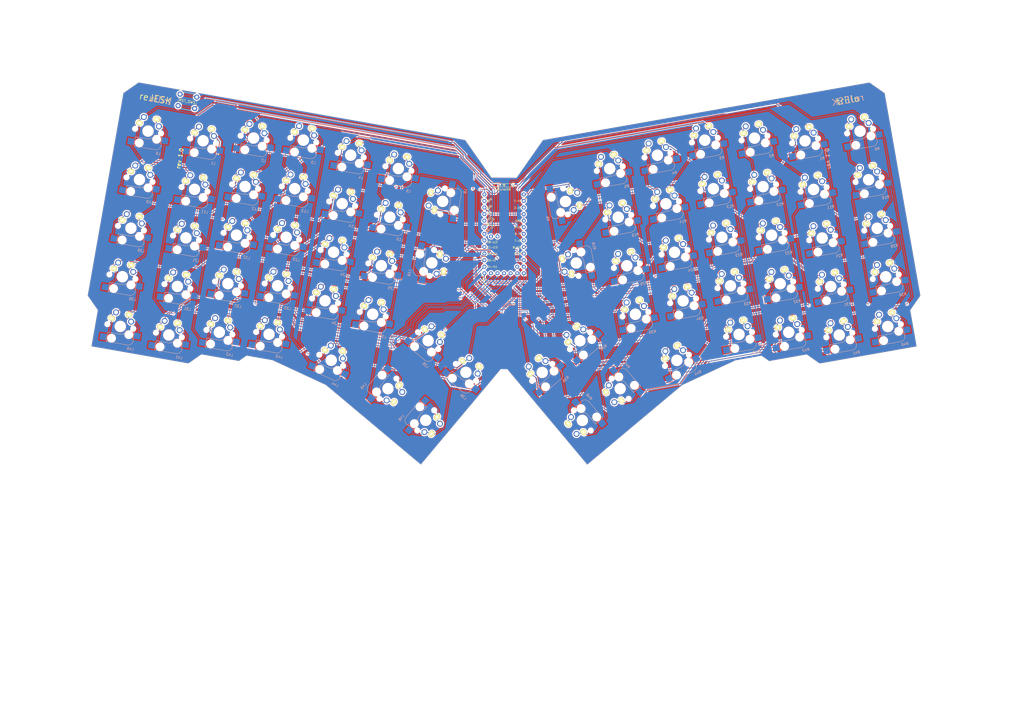
<source format=kicad_pcb>
(kicad_pcb (version 20240108) (generator "pcbnew") (generator_version "8.0")
  (title_block (title "Redox keyboard PCB") (date "2018-05-05") (rev "1.0") (comment 1 "designed by Mattia Dal Ben (aka u/TiaMaT102)") (comment 2 "https://github.com/mattdibi/redox-keyboard"))
  (layers (0 "F.Cu" signal) (31 "B.Cu" signal) (34 "B.Paste" user) (35 "F.Paste" user) (36 "B.SilkS" user "B.Silkscreen") (37 "F.SilkS" user "F.Silkscreen") (38 "B.Mask" user) (39 "F.Mask" user) (44 "Edge.Cuts" user))
  (net 0 "")
  (net 1 "col7")
  (net 2 "row0")
  (net 3 "row1")
  (net 4 "row2")
  (net 5 "row3")
  (net 6 "row4")
  (net 7 "col0")
  (net 8 "col1")
  (net 9 "col2")
  (net 10 "col3")
  (net 11 "col4")
  (net 12 "col5")
  (net 13 "col6")
  (net 16 "GND")
  (net 17 "RST")
  (net 18 "row7")
  (net 19 "col8")
  (net 20 "row8")
  (net 21 "col9")
  (net 22 "row9")
  (net 23 "col10")
  (net 24 "row10")
  (net 25 "row11")
  (net 26 "row12")
  (net 27 "row5")
  (net 28 "row6")
  (net 29 "row13")
  (net 30 "col11")
  (net 31 "col12")
  (net 32 "col13")
  (footprint "KBD_my_custom:CherryMX_1.25u_TripleHS" (layer "F.Cu") (at 69.203871 62.686612 -10)
    (property "Reference" "L0")
    (property "Value" "SW_PUSH" (hide yes))
  )
  (footprint "KBD_my_custom:CherryMX_1u_TripleHS" (layer "F.Cu") (at 90.465869 66.435677 -10)
    (property "Reference" "L1")
    (property "Value" "SW_PUSH" (hide yes))
  )
  (footprint "KBD_my_custom:CherryMX_1u_TripleHS" (layer "F.Cu") (at 109.998323 65.366204 -10)
    (property "Reference" "L2")
    (property "Value" "SW_PUSH" (hide yes))
  )
  (footprint "KBD_my_custom:CherryMX_1u_TripleHS" (layer "F.Cu") (at 129.199977 66.172789 -10)
    (property "Reference" "L3")
    (property "Value" "SW_PUSH" (hide yes))
  )
  (footprint "KBD_my_custom:CherryMX_1u_TripleHS" (layer "F.Cu") (at 147.519498 71.9822 -10)
    (property "Reference" "L4")
    (property "Value" "SW_PUSH" (hide yes))
  )
  (footprint "KBD_my_custom:CherryMX_1u_TripleHS" (layer "F.Cu") (at 165.949286 77.166255 -10)
    (property "Reference" "L5")
    (property "Value" "SW_PUSH" (hide yes))
  )
  (footprint "KBD_my_custom:CherryMX_1.5u_TripleHS" (layer "F.Cu") (at 183.055874 89.854547 80)
    (property "Reference" "L6")
    (property "Value" "SW_PUSH" (hide yes))
  )
  (footprint "KBD_my_custom:CherryMX_1.25u_TripleHS" (layer "F.Cu") (at 65.895872 81.4472 -10)
    (property "Reference" "L10")
    (property "Value" "SW_PUSH" (hide yes))
  )
  (footprint "KBD_my_custom:CherryMX_1u_TripleHS" (layer "F.Cu") (at 87.157871 85.196264 -10)
    (property "Reference" "L11")
    (property "Value" "SW_PUSH" (hide yes))
  )
  (footprint "KBD_my_custom:CherryMX_1u_TripleHS" (layer "F.Cu") (at 106.690324 84.126792 -10)
    (property "Reference" "L12")
    (property "Value" "SW_PUSH" (hide yes))
  )
  (footprint "KBD_my_custom:CherryMX_1u_TripleHS" (layer "F.Cu") (at 125.891979 84.933378 -10)
    (property "Reference" "L13")
    (property "Value" "SW_PUSH" (hide yes))
  )
  (footprint "KBD_my_custom:CherryMX_1u_TripleHS" (layer "F.Cu") (at 144.2115 90.742786 -10)
    (property "Reference" "L14")
    (property "Value" "SW_PUSH" (hide yes))
  )
  (footprint "KBD_my_custom:CherryMX_1u_TripleHS" (layer "F.Cu") (at 162.641289 95.926844 -10)
    (property "Reference" "L15")
    (property "Value" "SW_PUSH" (hide yes))
  )
  (footprint "KBD_my_custom:CherryMX_1u_TripleHS" (layer "F.Cu") (at 178.865745 113.617955 -100)
    (property "Reference" "L16")
    (property "Value" "SW_PUSH" (hide yes))
  )
  (footprint "KBD_my_custom:CherryMX_1.25u_TripleHS" (layer "F.Cu") (at 62.587875 100.207786 -10)
    (property "Reference" "L20")
    (property "Value" "SW_PUSH" (hide yes))
  )
  (footprint "KBD_my_custom:CherryMX_1u_TripleHS" (layer "F.Cu") (at 83.849874 103.95685 -10)
    (property "Reference" "L21")
    (property "Value" "SW_PUSH" (hide yes))
  )
  (footprint "KBD_my_custom:CherryMX_1u_TripleHS" (layer "F.Cu") (at 103.382328 102.887378 -10)
    (property "Reference" "L22")
    (property "Value" "SW_PUSH" (hide yes))
  )
  (footprint "KBD_my_custom:CherryMX_1u_TripleHS" (layer "F.Cu") (at 122.583982 103.693963 -10)
    (property "Reference" "L23")
    (property "Value" "SW_PUSH" (hide yes))
  )
  (footprint "KBD_my_custom:CherryMX_1u_TripleHS" (layer "F.Cu") (at 140.903503 109.503371 -10)
    (property "Reference" "L24")
    (property "Value" "SW_PUSH" (hide yes))
  )
  (footprint "KBD_my_custom:CherryMX_1u_TripleHS" (layer "F.Cu") (at 159.33329 114.687429 -10)
    (property "Reference" "L25")
    (property "Value" "SW_PUSH" (hide yes))
  )
  (footprint "KBD_my_custom:CherryMX_1u_TripleHS" (layer "F.Cu") (at 177.435332 143.67114 -40)
    (property "Reference" "L26")
    (property "Value" "SW_PUSH" (hide yes))
  )
  (footprint "KBD_my_custom:CherryMX_1.25u_TripleHS" (layer "F.Cu") (at 59.279877 118.968372 -10)
    (property "Reference" "L30")
    (property "Value" "SW_PUSH" (hide yes))
  )
  (footprint "KBD_my_custom:CherryMX_1u_TripleHS" (layer "F.Cu") (at 80.541877 122.717435 -10)
    (property "Reference" "L31")
    (property "Value" "SW_PUSH" (hide yes))
  )
  (footprint "KBD_my_custom:CherryMX_1u_TripleHS" (layer "F.Cu") (at 100.074331 121.647962 -10)
    (property "Reference" "L32")
    (property "Value" "SW_PUSH" (hide yes))
  )
  (footprint "KBD_my_custom:CherryMX_1u_TripleHS" (layer "F.Cu") (at 119.275984 122.45455 -10)
    (property "Reference" "L33")
    (property "Value" "SW_PUSH" (hide yes))
  )
  (footprint "KBD_my_custom:CherryMX_1u_TripleHS" (layer "F.Cu") (at 137.595505 128.263959 -10)
    (property "Reference" "L34")
    (property "Value" "SW_PUSH" (hide yes))
  )
  (footprint "KBD_my_custom:CherryMX_1u_TripleHS" (layer "F.Cu") (at 156.025293 133.448014 -10)
    (property "Reference" "L35")
    (property "Value" "SW_PUSH" (hide yes))
  )
  (footprint "KBD_my_custom:CherryMX_1u_TripleHS" (layer "F.Cu") (at 192.040509 155.918364 -40)
    (property "Reference" "L36")
    (property "Value" "SW_PUSH" (hide yes))
  )
  (footprint "KBD_my_custom:CherryMX_1u_TripleHS" (layer "F.Cu") (at 58.473291 138.170025 -10)
    (property "Reference" "L40")
    (property "Value" "SW_PUSH" (hide yes))
  )
  (footprint "KBD_my_custom:CherryMX_1u_TripleHS" (layer "F.Cu") (at 77.233879 141.478023 -10)
    (property "Reference" "L41")
    (property "Value" "SW_PUSH" (hide yes))
  )
  (footprint "KBD_my_custom:CherryMX_1u_TripleHS" (layer "F.Cu") (at 96.766333 140.408549 -10)
    (property "Reference" "L42")
    (property "Value" "SW_PUSH" (hide yes))
  )
  (footprint "KBD_my_custom:CherryMX_1u_TripleHS" (layer "F.Cu") (at 115.967986 141.215135 -10)
    (property "Reference" "L43")
    (property "Value" "SW_PUSH" (hide yes))
  )
  (footprint "KBD_my_custom:CherryMX_1u_TripleHS" (layer "F.Cu") (at 139.989703 151.253975 -25)
    (property "Reference" "L44")
    (property "Value" "SW_PUSH" (hide yes))
  )
  (footprint "KBD_my_custom:CherryMX_1u_TripleHS" (layer "F.Cu") (at 161.914828 162.21272 -130)
    (property "Reference" "L45")
    (property "Value" "SW_PUSH" (hide yes))
  )
  (footprint "KBD_my_custom:CherryMX_1u_TripleHS" (layer "F.Cu") (at 176.520006 174.459945 -130)
    (property "Reference" "L46")
    (property "Value" "SW_PUSH" (hide yes))
  )
  (footprint "KBD_my_custom:SW_PUSH_6mm_h4.3mm" (layer "F.Cu") (at 81.596355 48.409087 -10)
    (property "Reference" "RST_SW1")
    (property "Value" "SW_PUSH")
  )
  (footprint "KBD_my_custom:CherryMX_1u_TripleHS" (layer "F.Cu") (at 275.971033 128.295335 10)
    (property "Reference" "R34")
    (property "Value" "SW_PUSH" (hide yes))
  )
  (footprint "KBD_my_custom:CherryMX_1u_TripleHS" (layer "F.Cu") (at 306.876212 84.158166 10)
    (property "Reference" "R12")
    (property "Value" "SW_PUSH" (hide yes))
  )
  (footprint "KBD_my_custom:CherryMX_1u_TripleHS" (layer "F.Cu") (at 333.024661 122.748811 10)
    (property "Reference" "R31")
    (property "Value" "SW_PUSH" (hide yes))
  )
  (footprint "KBD_my_custom:RP2040_ProMicro_reversible" (layer "F.Cu") (at 206.794868 104.16726)
    (property "Reference" "U2" (hide yes))
    (property "Value" "RP2040-ProMicroSize" (hide yes))
  )
  (footprint "KBD_my_custom:CherryMX_1u_TripleHS" (layer "F.Cu") (at 266.047039 72.013573 10)
    (property "Reference" "R4")
    (property "Value" "SW_PUSH" (hide yes))
  )
  (footprint "KBD_my_custom:CherryMX_1u_TripleHS" (layer "F.Cu") (at 303.568213 65.39758 10)
    (property "Reference" "R2")
    (property "Value" "SW_PUSH" (hide yes))
  )
  (footprint "KBD_my_custom:CherryMX_1u_TripleHS" (layer "F.Cu") (at 230.510662 89.885922 -80)
    (property "Reference" "R6")
    (property "Value" "SW_PUSH" (hide yes))
  )
  (footprint "KBD_my_custom:CherryMX_1u_TripleHS" (layer "F.Cu") (at 290.982556 103.725339 10)
    (property "Reference" "R23")
    (property "Value" "SW_PUSH" (hide yes))
  )
  (footprint "KBD_my_custom:CherryMX_1u_TripleHS" (layer "F.Cu") (at 273.576834 151.285348 25)
    (property "Reference" "R44")
    (property "Value" "SW_PUSH" (hide yes))
  )
  (footprint "KBD_my_custom:CherryMX_1u_TripleHS" (layer "F.Cu") (at 284.366559 66.204164 10)
    (property "Reference" "R3")
    (property "Value" "SW_PUSH" (hide yes))
  )
  (footprint "KBD_my_custom:CherryMX_1u_TripleHS" (layer "F.Cu") (at 237.046532 174.491319 130)
    (property "Reference" "R46")
    (property "Value" "SW_PUSH" (hide yes))
  )
  (footprint "KBD_my_custom:CherryMX_1u_TripleHS" (layer "F.Cu") (at 257.541245 133.479389 10)
    (property "Reference" "R35")
    (property "Value" "SW_PUSH" (hide yes))
  )
  (footprint "KBD_my_custom:CherryMX_1u_TripleHS" (layer "F.Cu") (at 250.925249 95.958218 10)
    (property "Reference" "R15")
    (property "Value" "SW_PUSH" (hide yes))
  )
  (footprint "KBD_my_custom:CherryMX_1u_TripleHS" (layer "F.Cu") (at 313.492207 121.67934 10)
    (property "Reference" "R32")
    (property "Value" "SW_PUSH" (hide yes))
  )
  (footprint "KBD_my_custom:CherryMX_1u_TripleHS" (layer "F.Cu") (at 294.290554 122.485925 10)
    (property "Reference" "R33")
    (property "Value" "SW_PUSH" (hide yes))
  )
  (footprint "KBD_my_custom:CherryMX_1.25u_TripleHS" (layer "F.Cu") (at 344.362667 62.717986 10)
    (property "Reference" "R0")
    (property "Value" "SW_PUSH" (hide yes))
  )
  (footprint "KBD_my_custom:CherryMX_1.25u_TripleHS" (layer "F.Cu") (at 347.670664 81.478575 10)
    (property "Reference" "R10")
    (property "Value" "SW_PUSH" (hide yes))
  )
  (footprint "KBD_my_custom:CherryMX_1u_TripleHS" (layer "F.Cu") (at 329.716663 103.988225 10)
    (property "Reference" "R21")
    (property "Value" "SW_PUSH" (hide yes))
  )
  (footprint "KBD_my_custom:CherryMX_1u_TripleHS" (layer "F.Cu") (at 326.408665 85.22764 10)
    (property "Reference" "R11")
    (property "Value" "SW_PUSH" (hide yes))
  )
  (footprint "KBD_my_custom:CherryMX_1u_TripleHS" (layer "F.Cu") (at 236.131206 143.702514 40)
    (property "Reference" "R26")
    (property "Value" "SW_PUSH" (hide yes))
  )
  (footprint "KBD_my_custom:CherryMX_1u_TripleHS" (layer "F.Cu") (at 272.663035 109.534747 10)
    (property "Reference" "R24")
    (property "Value" "SW_PUSH" (hide yes))
  )
  (footprint "KBD_my_custom:CherryMX_1.25u_TripleHS" (layer "F.Cu") (at 354.286661 118.999746 10)
    (property "Reference" "R30")
    (property "Value" "SW_PUSH" (hide yes))
  )
  (footprint "KBD_my_custom:CherryMX_1u_TripleHS" (layer "F.Cu") (at 269.355037 90.774162 10)
    (property "Reference" "R14")
    (property "Value" "SW_PUSH" (hide yes))
  )
  (footprint "KBD_my_custom:CherryMX_1u_TripleHS" (layer "F.Cu") (at 323.100668 66.467051 10)
    (property "Reference" "R1")
    (property "Value" "SW_PUSH" (hide yes))
  )
  (footprint "KBD_my_custom:CherryMX_1u_TripleHS" (layer "F.Cu") (at 251.651708 162.244095 130)
    (property "Reference" "R45")
    (property "Value" "SW_PUSH" (hide yes))
  )
  (footprint "KBD_my_custom:CherryMX_1u_TripleHS" (layer "F.Cu") (at 254.233248 114.718803 10)
    (property "Reference" "R25")
    (property "Value" "SW_PUSH" (hide yes))
  )
  (footprint "KBD_my_custom:CherryMX_1u_TripleHS" (layer "F.Cu") (at 336.332659 141.509396 10)
    (property "Reference" "R41")
    (property "Value" "SW_PUSH" (hide yes))
  )
  (footprint "KBD_my_custom:CherryMX_1u_TripleHS" (layer "F.Cu") (at 297.59855 141.24651 10)
    (property "Reference" "R43")
    (property "Value" "SW_PUSH" (hide yes))
  )
  (footprint "KBD_my_custom:CherryMX_1u_TripleHS" (layer "F.Cu") (at 234.700793 113.649331 100)
    (property "Reference" "R16")
    (property "Value" "SW_PUSH" (hide yes))
  )
  (footprint "KBD_my_custom:CherryMX_1u_TripleHS" (layer "F.Cu") (at 287.674557 84.964752 10)
    (property "Reference" "R13")
    (property "Value" "SW_PUSH" (hide yes))
  )
  (footprint "KBD_my_custom:CherryMX_1u_TripleHS" (layer "F.Cu") (at 221.526028 155.94974 40)
    (property "Reference" "R36")
    (property "Value" "SW_PUSH" (hide yes))
  )
  (footprint "KBD_my_custom:CherryMX_1.25u_TripleHS" (layer "F.Cu") (at 350.978663 100.239162 10)
    (property "Reference" "R20")
    (property "Value" "SW_PUSH" (hide yes))
  )
  (footprint "KBD_my_custom:CherryMX_1u_TripleHS" (layer "F.Cu") (at 316.800204 140.439925 10)
    (property "Reference" "R42")
    (property "Value" "SW_PUSH" (hide yes))
  )
  (footprint "KBD_my_custom:CherryMX_1u_TripleHS" (layer "F.Cu") (at 247.617252 77.197632 10)
    (property "Reference" "R5")
    (property "Value" "SW_PUSH" (hide yes))
  )
  (footprint "KBD_my_custom:CherryMX_1u_TripleHS" (layer "F.Cu") (at 310.184209 102.918752 10)
    (property "Reference" "R22")
    (property "Value" "SW_PUSH" (hide yes))
  )
  (footprint "KBD_my_custom:CherryMX_1u_TripleHS" (layer "F.Cu") (at 355.093246 138.201398 10)
    (property "Reference" "R40")
    (property "Value" "SW_PUSH" (hide yes))
  )
  (gr_line (start 366.252609 145.905639) (end 363.782637 131.897738) (stroke (width 0.1)) (layer "Edge.Cuts"))
  (gr_line (start 201.927734 80.639617) (end 191.755795 66.112578) (stroke (width 0.1)) (layer "Edge.Cuts"))
  (gr_line (start 201.927734 80.639617) (end 211.638801 80.670991) (stroke (width 0.1)) (layer "Edge.Cuts"))
  (gr_line (start 174.668443 191.542953) (end 205.54027 154.687879) (stroke (width 0.1)) (layer "Edge.Cuts"))
  (gr_line (start 174.543372 191.520901) (end 137.916386 160.818248) (stroke (width 0.1)) (layer "Edge.Cuts"))
  (gr_line (start 59.101234 51.233306) (end 45.869243 126.275653) (stroke (width 0.1)) (layer "Edge.Cuts"))
  (gr_line (start 328.731434 152.521635) (end 366.252609 145.905639) (stroke (width 0.1)) (layer "Edge.Cuts"))
  (gr_line (start 306.278555 149.516887) (end 309.221034 151.577233) (stroke (width 0.1)) (layer "Edge.Cuts"))
  (gr_line (start 47.313928 145.874267) (end 84.835103 152.49026) (stroke (width 0.1)) (layer "Edge.Cuts"))
  (gr_line (start 275.650152 160.849624) (end 239.023165 191.552276) (stroke (width 0.1)) (layer "Edge.Cuts"))
  (gr_line (start 221.81074 66.143955) (end 211.638801 80.670991) (stroke (width 0.1)) (layer "Edge.Cuts"))
  (gr_line (start 367.697294 126.307027) (end 354.465303 51.264681) (stroke (width 0.1)) (layer "Edge.Cuts"))
  (gr_line (start 208.02627 154.719254) (end 238.898094 191.574329) (stroke (width 0.1)) (layer "Edge.Cuts"))
  (gr_line (start 296.272909 151.281153) (end 275.650152 160.849624) (stroke (width 0.1)) (layer "Edge.Cuts"))
  (gr_line (start 84.835103 152.49026) (end 89.837315 148.987673) (stroke (width 0.1)) (layer "Edge.Cuts"))
  (gr_line (start 348.00696 43.892157) (end 353.891916 48.012845) (stroke (width 0.1)) (layer "Edge.Cuts"))
  (gr_line (start 238.898094 191.574329) (end 239.023165 191.552276) (stroke (width 0.1)) (layer "Edge.Cuts"))
  (gr_line (start 354.465303 51.264681) (end 353.891916 48.012845) (stroke (width 0.1)) (layer "Edge.Cuts"))
  (gr_line (start 89.837315 148.987673) (end 104.345504 151.545858) (stroke (width 0.1)) (layer "Edge.Cuts"))
  (gr_line (start 363.782637 131.897738) (end 367.697294 126.307027) (stroke (width 0.1)) (layer "Edge.Cuts"))
  (gr_line (start 49.783899 131.866362) (end 47.313928 145.874267) (stroke (width 0.1)) (layer "Edge.Cuts"))
  (gr_line (start 323.729221 149.019047) (end 328.731434 152.521635) (stroke (width 0.1)) (layer "Edge.Cuts"))
  (gr_line (start 306.278555 149.516887) (end 296.272909 151.281153) (stroke (width 0.1)) (layer "Edge.Cuts"))
  (gr_line (start 348.00696 43.892157) (end 221.81074 66.143955) (stroke (width 0.1)) (layer "Edge.Cuts"))
  (gr_line (start 174.543372 191.520901) (end 174.668443 191.542953) (stroke (width 0.1)) (layer "Edge.Cuts"))
  (gr_line (start 309.221034 151.577233) (end 323.729221 149.019047) (stroke (width 0.1)) (layer "Edge.Cuts"))
  (gr_line (start 59.674619 47.981473) (end 59.101234 51.233306) (stroke (width 0.1)) (layer "Edge.Cuts"))
  (gr_line (start 59.674619 47.981473) (end 65.559576 43.86078) (stroke (width 0.1)) (layer "Edge.Cuts"))
  (gr_line (start 208.02627 154.719254) (end 205.54027 154.687879) (stroke (width 0.1)) (layer "Edge.Cuts"))
  (gr_line (start 45.869243 126.275653) (end 49.783899 131.866362) (stroke (width 0.1)) (layer "Edge.Cuts"))
  (gr_line (start 191.755795 66.112578) (end 65.559576 43.86078) (stroke (width 0.1)) (layer "Edge.Cuts"))
  (gr_line (start 137.916386 160.818248) (end 117.293628 151.249779) (stroke (width 0.1)) (layer "Edge.Cuts"))
  (gr_line (start 104.345504 151.545858) (end 107.287981 149.485514) (stroke (width 0.1)) (layer "Edge.Cuts"))
  (gr_line (start 117.293628 151.249779) (end 107.287981 149.485514) (stroke (width 0.1)) (layer "Edge.Cuts"))
  (gr_text "reJESK" (at 339.655922 50.651994 10) (layer "B.SilkS") (effects (font (size 2.5 2.5) (thickness 0.3)) (justify mirror)))
  (gr_text "triliu" (at 73.910614 50.620621 -10) (layer "B.SilkS") (effects (font (size 2.5 2.5) (thickness 0.3)) (justify mirror)))
  (gr_text "rev 1.0" (at 332.038368 73.273439 -80) (layer "B.SilkS") (effects (font (size 1.5 1.5) (thickness 0.3)) (justify mirror)))
  (gr_text "rev 1.0" (at 81.528169 73.242066 80) (layer "F.SilkS") (effects (font (size 1.5 1.5) (thickness 0.3))))
  (gr_text "triliu" (at 339.655922 50.651994 10) (layer "F.SilkS") (effects (font (size 2.5 2.5) (thickness 0.3))))
  (gr_text "reJESK" (at 72.091947 50.185833 -10) (layer "F.SilkS") (effects (font (size 2.5 2.5) (thickness 0.3))))
  (segment (start 90.541416 80.634508) (end 89.167467 78.672304) (width 0.25) (layer "F.Cu") (net 1))
  (segment (start 89.167467 78.672304) (end 67.237859 74.805523) (width 0.25) (layer "F.Cu") (net 1))
  (segment (start 66.280783 60.077673) (end 65.892819 59.523601) (width 0.25) (layer "F.Cu") (net 1))
  (via (at 67.237859 74.805523) (size 0.6) (drill 0.4) (layers "F.Cu" "B.Cu") (net 1))
  (segment (start 83.766419 145.21423) (end 84.363656 141.827137) (width 0.25) (layer "B.Cu") (net 1))
  (segment (start 84.363656 141.827137) (end 83.028699 139.920622) (width 0.25) (layer "B.Cu") (net 1))
  (segment (start 88.538457 56.222007) (end 95.815858 51.126315) (width 0.25) (layer "B.Cu") (net 1))
  (segment (start 65.892819 59.523601) (end 66.113352 58.272895) (width 0.25) (layer "B.Cu") (net 1))
  (segment (start 87.23342 99.395094) (end 87.012887 100.645798) (width 0.25) (layer "B.Cu") (net 1))
  (segment (start 64.985812 64.984227) (end 65.937433 59.587316) (width 0.25) (layer "B.Cu") (net 1))
  (segment (start 80.396889 138.166972) (end 81.427063 139.638211) (width 0.25) (layer "B.Cu") (net 1))
  (segment (start 203.787339 84.124325) (end 204.254869 84.591857) (width 0.25) (layer "B.Cu") (net 1))
  (segment (start 103.176367 52.424171) (end 104.190316 53.872241) (width 0.25) (layer "B.Cu") (net 1))
  (segment (start 204.254869 84.591857) (end 204.25487 103.40526) (width 0.25) (layer "B.Cu") (net 1))
  (segment (start 83.925421 118.155679) (end 83.969792 117.904038) (width 0.25) (layer "B.Cu") (net 1))
  (segment (start 92.952693 83.638863) (end 91.351057 83.356452) (width 0.25) (layer "B.Cu") (net 1))
  (segment (start 197.75 80) (end 201.874325 84.124325) (width 0.25) (layer "B.Cu") (net 1))
  (segment (start 87.074418 126.453643) (end 87.671654 123.066551) (width 0.25) (layer "B.Cu") (net 1))
  (segment (start 80.617423 136.916266) (end 81.812615 130.137999) (width 0.25) (layer "B.Cu") (net 1))
  (segment (start 87.012887 100.645798) (end 88.043058 102.117038) (width 0.25) (layer "B.Cu") (net 1))
  (segment (start 65.937433 59.587316) (end 65.892819 59.523601) (width 0.25) (layer "B.Cu") (net 1))
  (segment (start 90.320883 81.885214) (end 90.541416 80.634508) (width 0.25) (layer "B.Cu") (net 1))
  (segment (start 88.043058 102.117038) (end 89.644695 102.399449) (width 0.25) (layer "B.Cu") (net 1))
  (segment (start 88.42861 92.616824) (end 93.690413 88.932472) (width 0.25) (layer "B.Cu") (net 1))
  (segment (start 72.964239 53.475852) (end 88.538457 56.222007) (width 0.25) (layer "B.Cu") (net 1))
  (segment (start 87.23342 99.395094) (end 88.42861 92.616824) (width 0.25) (layer "B.Cu") (net 1))
  (segment (start 84.73506 120.877624) (end 83.704888 119.406385) (width 0.25) (layer "B.Cu") (net 1))
  (segment (start 87.671654 123.066551) (end 86.336698 121.160035) (width 0.25) (layer "B.Cu") (net 1))
  (segment (start 83.028699 139.920622) (end 81.427063 139.638211) (width 0.25) (layer "B.Cu") (net 1))
  (segment (start 80.617423 136.916266) (end 80.396889 138.166972) (width 0.25) (layer "B.Cu") (net 1))
  (segment (start 67.237859 74.805523) (end 62.360194 67.839494) (width 0.25) (layer "B.Cu") (net 1))
  (segment (start 201.874325 84.124325) (end 203.787339 84.124325) (width 0.25) (layer "B.Cu") (net 1))
  (segment (start 83.704888 119.406385) (end 83.925421 118.155679) (width 0.25) (layer "B.Cu") (net 1))
  (segment (start 91.351057 83.356452) (end 90.320883 81.885214) (width 0.25) (layer "B.Cu") (net 1))
  (segment (start 94.287649 85.545379) (end 92.952693 83.638863) (width 0.25) (layer "B.Cu") (net 1))
  (segment (start 86.336698 121.160035) (end 84.73506 120.877624) (width 0.25) (layer "B.Cu") (net 1))
  (segment (start 81.812615 130.137999) (end 87.074418 126.453643) (width 0.25) (layer "B.Cu") (net 1))
  (segment (start 83.969792 117.904038) (end 89.231596 114.219682) (width 0.25) (layer "B.Cu") (net 1))
  (segment (start 95.815858 51.126315) (end 103.176367 52.424171) (width 0.25) (layer "B.Cu") (net 1))
  (segment (start 93.690413 88.932472) (end 94.287649 85.545379) (width 0.25) (layer "B.Cu") (net 1))
  (segment (start 188.206231 68.686514) (end 197.75 78.230283) (width 0.25) (layer "B.Cu") (net 1))
  (segment (start 197.75 78.230283) (end 197.75 80) (width 0.25) (layer "B.Cu") (net 1))
  (segment (start 62.360194 67.839494) (end 62.564735 66.679483) (width 0.25) (layer "B.Cu") (net 1))
  (segment (start 104.190316 53.872241) (end 188.206231 68.686514) (width 0.25) (layer "B.Cu") (net 1))
  (segment (start 62.564735 66.679483) (end 64.985812 64.984227) (width 0.25) (layer "B.Cu") (net 1))
  (segment (start 89.231596 114.219682) (end 90.382417 107.693058) (width 0.25) (layer "B.Cu") (net 1))
  (segment (start 89.644695 102.399449) (end 90.979652 104.305965) (width 0.25) (layer "B.Cu") (net 1))
  (segment (start 90.979652 104.305965) (end 90.382417 107.693058) (width 0.25) (layer "B.Cu") (net 1))
  (segment (start 66.113352 58.272895) (end 72.964239 53.475852) (width 0.25) (layer "B.Cu") (net 1))
  (segment (start 125.916656 150.036807) (end 126.089138 149.916033) (width 0.25) (layer "F.Cu") (net 2))
  (segment (start 126.089138 149.916033) (end 126.219374 149.177428) (width 0.25) (layer "F.Cu") (net 2))
  (segment (start 136.645477 141.876993) (end 163.787137 146.6628) (width 0.25) (layer "F.Cu") (net 2))
  (segment (start 288.621723 118.616309) (end 290.89297 115.372632) (width 0.25) (layer "F.Cu") (net 2))
  (segment (start 326.680744 118.709049) (end 329.641115 118.187055) (width 0.25) (layer "F.Cu") (net 2))
  (segment (start 95.697035 73.653185) (end 96.88593 66.91063) (width 0.25) (layer "F.Cu") (net 2))
  (segment (start 90.684726 77.162842) (end 95.697035 73.653185) (width 0.25) (layer "F.Cu") (net 2))
  (segment (start 290.89297 115.372632) (end 315.675169 111.002862) (width 0.25) (layer "F.Cu") (net 2))
  (segment (start 93.092572 139.302562) (end 97.043996 144.945779) (width 0.25) (layer "F.Cu") (net 2))
  (segment (start 93.455281 137.24554) (end 93.092572 139.302562) (width 0.25) (layer "F.Cu") (net 2))
  (segment (start 245.684992 126.187212) (end 288.621723 118.616309) (width 0.25) (layer "F.Cu") (net 2))
  (segment (start 68.266094 73.209832) (end 90.684726 77.162842) (width 0.25) (layer "F.Cu") (net 2))
  (segment (start 236.584085 126.25) (end 236.56125 126.272835) (width 0.25) (layer "F.Cu") (net 2))
  (segment (start 222.341945 128.780083) (end 221.997693 128.43583) (width 0.25) (layer "F.Cu") (net 2))
  (segment (start 95.35048 64.717781) (end 94.659053 64.595864) (width 0.25) (layer "F.Cu") (net 2))
  (segment (start 241.75 126.25) (end 245.622204 126.25) (width 0.25) (layer "F.Cu") (net 2))
  (segment (start 97.043996 144.945779) (end 125.916656 150.036807) (width 0.25) (layer "F.Cu") (net 2))
  (segment (start 236.56125 126.272835) (end 222.341945 128.780083) (width 0.25) (layer "F.Cu") (net 2))
  (segment (start 315.675169 111.002862) (end 326.680744 118.709049) (width 0.25) (layer "F.Cu") (net 2))
  (segment (start 221.997693 128.43583) (end 204.841946 128.435831) (width 0.25) (layer "F.Cu") (net 2))
  (segment (start 126.219374 149.177428) (end 136.645477 141.876993) (width 0.25) (layer "F.Cu") (net 2))
  (segment (start 241.75 126.25) (end 236.584085 126.25) (width 0.25) (layer "F.Cu") (net 2))
  (segment (start 96.88593 66.91063) (end 95.35048 64.717781) (width 0.25) (layer "F.Cu") (net 2))
  (segment (start 64.276593 76.003311) (end 68.266094 73.209832) (width 0.25) (layer "F.Cu") (net 2))
  (segment (start 245.622204 126.25) (end 245.684992 126.187212) (width 0.25) (layer "F.Cu") (net 2))
  (segment (start 204.841946 128.435831) (end 202.091946 125.685831) (width 0.25) (layer "F.Cu") (net 2))
  (via (at 241.75 126.25) (size 0.6) (drill 0.4) (layers "F.Cu" "B.Cu") (net 2))
  (via (at 163.787137 146.6628) (size 0.6) (drill 0.4) (layers "F.Cu" "B.Cu") (net 2))
  (via (at 202.091946 125.685831) (size 0.6) (drill 0.4) (layers "F.Cu" "B.Cu") (net 2))
  (segment (start 59.839101 78.911937) (end 61.10761 78.023716) (width 0.25) (layer "B.Cu") (net 2))
  (segment (start 202.091946 125.685831) (end 201.341947 125.685831) (width 0.25) (layer "B.Cu") (net 2))
  (segment (start 163.787137 146.6628) (end 163.614795 146.63241) (width 0.25) (layer "B.Cu") (net 2))
  (segment (start 58.80242 84.791237) (end 59.839101 78.911937) (width 0.25) (layer "B.Cu") (net 2))
  (segment (start 93.238221 138.476547) (end 93.309834 138.578821) (width 0.25) (layer "B.Cu") (net 2))
  (segment (start 92.586833 142.679165) (end 90.127198 144.401419) (width 0.25) (layer "B.Cu") (net 2))
  (segment (start 251.702448 114.043006) (end 250.040064 112.878992) (width 0.25) (layer "B.Cu") (net 2))
  (segment (start 95.147054 134.96466) (end 93.675815 135.994833) (width 0.25) (layer "B.Cu") (net 2))
  (segment (start 172.633171 139.33761) (end 173.110703 136.629389) (width 0.25) (layer "B.Cu") (net 2))
  (segment (start 200.35832 124.702203) (end 201.874692 123.18583) (width 0.25) (layer "B.Cu") (net 2))
  (segment (start 93.675815 135.994833) (end 93.455281 137.24554) (width 0.25) (layer "B.Cu") (net 2))
  (segment (start 64.276593 76.003311) (end 62.805354 77.033483) (width 0.25) (layer "B.Cu") (net 2))
  (segment (start 192.660146 129.504029) (end 195.556496 129.504028) (width 0.25) (layer "B.Cu") (net 2))
  (segment (start 183.091947 132.18583) (end 183.841947 131.43583) (width 0.25) (layer "B.Cu") (net 2))
  (segment (start 93.849413 61.873919) (end 93.628881 63.124625) (width 0.25) (layer "B.Cu") (net 2))
  (segment (start 249.81953 111.628284) (end 250.849703 110.157046) (width 0.25) (layer "B.Cu") (net 2))
  (segment (start 328.610944 119.658293) (end 328.831477 120.909) (width 0.25) (layer "B.Cu") (net 2))
  (segment (start 241.75 126.25) (end 241.953432 126.25) (width 0.25) (layer "B.Cu") (net 2))
  (segment (start 86.458322 139.161723) (end 90.127198 144.401419) (width 0.25) (layer "B.Cu") (net 2))
  (segment (start 203.778296 123.185831) (end 209.334867 117.629258) (width 0.25) (layer "B.Cu") (net 2))
  (segment (start 201.874692 123.18583) (end 203.778296 123.185831) (width 0.25) (layer "B.Cu") (net 2))
  (segment (start 195.556496 129.504028) (end 200.35832 124.702203) (width 0.25) (layer "B.Cu") (net 2))
  (segment (start 183.841947 131.43583) (end 190.728343 131.43583) (width 0.25) (layer "B.Cu") (net 2))
  (segment (start 93.628881 63.124625) (end 94.659053 64.595864) (width 0.25) (layer "B.Cu") (net 2))
  (segment (start 249.360145 120.741591) (end 252.1748 116.721847) (width 0.25) (layer "B.Cu") (net 2))
  (segment (start 93.309834 138.578821) (end 92.586833 142.679165) (width 0.25) (layer "B.Cu") (net 2))
  (segment (start 96.998411 70.171885) (end 98.296266 72.025414) (width 0.25) (layer "B.Cu") (net 2))
  (segment (start 96.260691 64.878276) (end 97.595647 66.784791) (width 0.25) (layer "B.Cu") (net 2))
  (segment (start 167.566925 144.016163) (end 167.794466 142.725708) (width 0.25) (layer "B.Cu") (net 2))
  (segment (start 167.794466 142.725708) (end 172.633171 139.33761) (width 0.25) (layer "B.Cu") (net 2))
  (segment (start 241.953432 126.25) (end 247.055465 121.147967) (width 0.25) (layer "B.Cu") (net 2))
  (segment (start 330.966214 124.751855) (end 330.493861 122.073013) (width 0.25) (layer "B.Cu") (net 2))
  (segment (start 190.728343 131.43583) (end 192.660146 129.504029) (width 0.25) (layer "B.Cu") (net 2))
  (segment (start 61.10761 78.023716) (end 62.58482 78.284188) (width 0.25) (layer "B.Cu") (net 2))
  (segment (start 330.493861 122.073013) (end 328.831477 120.909) (width 0.25) (layer "B.Cu") (net 2))
  (segment (start 163.787137 146.6628) (end 167.566925 144.016163) (width 0.25) (layer "B.Cu") (net 2))
  (segment (start 329.641115 118.187055) (end 328.610944 119.658293) (width 0.25) (layer "B.Cu") (net 2))
  (segment (start 98.296266 72.025414) (end 86.458322 139.161723) (width 0.25) (layer "B.Cu") (net 2))
  (segment (start 59.256738 85.440069) (end 58.80242 84.791237) (width 0.25) (layer "B.Cu") (net 2))
  (segment (start 97.595647 66.784791) (end 96.998411 70.171885) (width 0.25) (layer "B.Cu") (net 2))
  (segment (start 201.341947 125.685831) (end 200.35832 124.702203) (width 0.25) (layer "B.Cu") (net 2))
  (segment (start 250.040064 112.878992) (end 249.81953 111.628284) (width 0.25) (layer "B.Cu") (net 2))
  (segment (start 247.055465 121.147967) (end 249.360145 120.741591) (width 0.25) (layer "B.Cu") (net 2))
  (segment (start 173.110703 136.629389) (end 173.398388 136.629389) (width 0.25) (layer "B.Cu") (net 2))
  (segment (start 173.398388 136.629389) (end 177.841947 132.18583) (width 0.25) (layer "B.Cu") (net 2))
  (segment (start 93.455281 137.24554) (end 93.238221 138.476547) (width 0.25) (layer "B.Cu") (net 2))
  (segment (start 62.805354 77.033483) (end 62.58482 78.284188) (width 0.25) (layer "B.Cu") (net 2))
  (segment (start 94.659053 64.595864) (end 96.260691 64.878276) (width 0.25) (layer "B.Cu") (net 2))
  (segment (start 252.1748 116.721847) (end 251.702448 114.043006) (width 0.25) (layer "B.Cu") (net 2))
  (segment (start 328.151557 128.771601) (end 330.966214 124.751855) (width 0.25) (layer "B.Cu") (net 2))
  (segment (start 177.841947 132.18583) (end 183.091947 132.18583) (width 0.25) (layer "B.Cu") (net 2))
  (segment (start 133.393161 64.332978) (end 132.060937 65.265811) (width 0.25) (layer "F.Cu") (net 3))
  (segment (start 237.980178 128.561205) (end 243.938795 128.561205) (width 0.25) (layer "F.Cu") (net 3))
  (segment (start 245.75 127.25) (end 245.995415 127.495415) (width 0.25) (layer "F.Cu") (net 3))
  (segment (start 224.591944 130.921913) (end 219.578026 130.921913) (width 0.25) (layer "F.Cu") (net 3))
  (segment (start 218.091945 129.435831) (end 210.341944 129.43583) (width 0.25) (layer "F.Cu") (net 3))
  (segment (start 206.158243 132.04844) (end 206.158242 132.369534) (width 0.25) (layer "F.Cu") (net 3))
  (segment (start 245.25 127.25) (end 245.75 127.25) (width 0.25) (layer "F.Cu") (net 3))
  (segment (start 131.638883 67.659401) (end 128.966653 69.530516) (width 0.25) (layer "F.Cu") (net 3))
  (segment (start 139.834581 145.576482) (end 141.166807 144.643647) (width 0.25) (layer "F.Cu") (net 3))
  (segment (start 149.236675 151.966715) (end 184.544162 158.192377) (width 0.25) (layer "F.Cu") (net 3))
  (segment (start 141.166807 144.643647) (end 144.523434 145.235511) (width 0.25) (layer "F.Cu") (net 3))
  (segment (start 106.807351 77.467129) (end 105.071047 78.682902) (width 0.25) (layer "F.Cu") (net 3))
  (segment (start 128.285459 73.393763) (end 119.317717 79.673043) (width 0.25) (layer "F.Cu") (net 3))
  (segment (start 119.317717 79.673043) (end 106.807351 77.467129) (width 0.25) (layer "F.Cu") (net 3))
  (segment (start 132.060937 65.265811) (end 131.638883 67.659401) (width 0.25) (layer "F.Cu") (net 3))
  (segment (start 184.544162 158.192377) (end 186.524571 161.020694) (width 0.25) (layer "F.Cu") (net 3))
  (segment (start 186.524571 161.020694) (end 194.021872 162.34267) (width 0.25) (layer "F.Cu") (net 3))
  (segment (start 237.980178 128.561205) (end 224.591944 130.921913) (width 0.25) (layer "F.Cu") (net 3))
  (segment (start 245.995415 127.495415) (end 246.495415 127.495415) (width 0.25) (layer "F.Cu") (net 3))
  (segment (start 201.773626 156.914833) (end 206.158243 132.04844) (width 0.25) (layer "F.Cu") (net 3))
  (segment (start 194.021872 162.34267) (end 201.773626 156.914833) (width 0.25) (layer "F.Cu") (net 3))
  (segment (start 144.523434 145.235511) (end 149.236675 151.966715) (width 0.25) (layer "F.Cu") (net 3))
  (segment (start 288.388649 119.449654) (end 247.021733 126.743756) (width 0.25) (layer "F.Cu") (net 3))
  (segment (start 128.966653 69.530516) (end 128.285459 73.393763) (width 0.25) (layer "F.Cu") (net 3))
  (segment (start 247.021733 126.743756) (end 246.495415 127.495415) (width 0.25) (layer "F.Cu") (net 3))
  (segment (start 243.938795 128.561205) (end 245.25 127.25) (width 0.25) (layer "F.Cu") (net 3))
  (segment (start 206.158242 132.369534) (end 206.091947 132.43583) (width 0.25) (layer "F.Cu") (net 3))
  (segment (start 82.230596 98.512959) (end 87.436475 94.867764) (width 0.25) (layer "F.Cu") (net 3))
  (segment (start 219.578026 130.921913) (end 218.091945 129.435831) (width 0.25) (layer "F.Cu") (net 3))
  (segment (start 290.09737 120.646113) (end 288.388649 119.449654) (width 0.25) (layer "F.Cu") (net 3))
  (segment (start 87.436475 94.867764) (end 98.145741 96.756098) (width 0.25) (layer "F.Cu") (net 3))
  (via (at 210.341944 129.43583) (size 0.6) (drill 0.4) (layers "F.Cu" "B.Cu") (net 3))
  (via (at 206.091947 132.43583) (size 0.6) (drill 0.4) (layers "F.Cu" "B.Cu") (net 3))
  (via (at 98.145741 96.756098) (size 0.6) (drill 0.4) (layers "F.Cu" "B.Cu") (net 3))
  (segment (start 124.629651 142.090512) (end 132.543359 153.392457) (width 0.25) (layer "B.Cu") (net 3))
  (segment (start 137.106629 150.197222) (end 137.610121 147.341779) (width 0.25) (layer "B.Cu") (net 3))
  (segment (start 212.146392 122.881382) (end 214.406268 120.621507) (width 0.25) (layer "B.Cu") (net 3))
  (segment (start 80.759357 99.543133) (end 80.538824 100.793838) (width 0.25) (layer "B.Cu") (net 3))
  (segment (start 82.230596 98.512959) (end 80.759357 99.543133) (width 0.25) (layer "B.Cu") (net 3))
  (segment (start 137.651906 147.104808) (end 139.834581 145.576482) (width 0.25) (layer "B.Cu") (net 3))
  (segment (start 132.362988 62.861739) (end 133.393161 64.332978) (width 0.25) (layer "B.Cu") (net 3))
  (segment (start 132.543359 153.392457) (end 137.106629 150.197222) (width 0.25) (layer "B.Cu") (net 3))
  (segment (start 136.329755 66.521904) (end 135.732519 69.908998) (width 0.25) (layer "B.Cu") (net 3))
  (segment (start 135.732519 69.908998) (end 137.030374 71.762528) (width 0.25) (layer "B.Cu") (net 3))
  (segment (start 212.146392 125.990277) (end 212.146392 122.881382) (width 0.25) (layer "B.Cu") (net 3))
  (segment (start 137.030374 71.762528) (end 124.629651 142.090512) (width 0.25) (layer "B.Cu") (net 3))
  (segment (start 137.610121 147.341779) (end 137.651906 147.104808) (width 0.25) (layer "B.Cu") (net 3))
  (segment (start 206.091946 132.044725) (end 209.146393 128.990278) (width 0.25) (layer "B.Cu") (net 3))
  (segment (start 290.161087 120.690728) (end 290.09737 120.646113) (width 0.25) (layer "B.Cu") (net 3))
  (segment (start 214.406268 120.621507) (end 214.406268 117.629256) (width 0.25) (layer "B.Cu") (net 3))
  (segment (start 98.145741 96.756098) (end 98.582247 96.450453) (width 0.25) (layer "B.Cu") (net 3))
  (segment (start 80.538824 100.793838) (end 80.706169 101.032831) (width 0.25) (layer "B.Cu") (net 3))
  (segment (start 209.591944 129.43583) (end 209.146393 128.990278) (width 0.25) (layer "B.Cu") (net 3))
  (segment (start 105.071047 78.682902) (end 103.599807 79.713075) (width 0.25) (layer "B.Cu") (net 3))
  (segment (start 134.994798 64.61539) (end 136.329755 66.521904) (width 0.25) (layer "B.Cu") (net 3))
  (segment (start 291.112708 126.087635) (end 290.161087 120.690728) (width 0.25) (layer "B.Cu") (net 3))
  (segment (start 103.423888 81.027495) (end 103.379275 80.963779) (width 0.25) (layer "B.Cu") (net 3))
  (segment (start 79.807095 106.131733) (end 77.21074 107.949721) (width 0.25) (layer "B.Cu") (net 3))
  (segment (start 209.146393 128.990278) (end 212.146392 125.990277) (width 0.25) (layer "B.Cu") (net 3))
  (segment (start 206.091947 132.43583) (end 206.091946 132.044725) (width 0.25) (layer "B.Cu") (net 3))
  (segment (start 102.472267 86.424405) (end 103.423888 81.027495) (width 0.25) (layer "B.Cu") (net 3))
  (segment (start 290.907009 117.924169) (end 289.876836 119.395407) (width 0.25) (layer "B.Cu") (net 3))
  (segment (start 80.706169 101.032831) (end 79.807095 106.131733) (width 0.25) (layer "B.Cu") (net 3))
  (segment (start 210.341944 129.43583) (end 209.591944 129.43583) (width 0.25) (layer "B.Cu") (net 3))
  (segment (start 100.05119 88.119662) (end 102.472267 86.424405) (width 0.25) (layer "B.Cu") (net 3))
  (segment (start 98.582247 96.450453) (end 100.05119 88.119662) (width 0.25) (layer "B.Cu") (net 3))
  (segment (start 289.41745 128.508713) (end 291.112708 126.087635) (width 0.25) (layer "B.Cu") (net 3))
  (segment (start 289.876836 119.395407) (end 290.09737 120.646113) (width 0.25) (layer "B.Cu") (net 3))
  (segment (start 103.599807 79.713075) (end 103.379275 80.963779) (width 0.25) (layer "B.Cu") (net 3))
  (segment (start 133.393161 64.332978) (end 134.994798 64.61539) (width 0.25) (layer "B.Cu") (net 3))
  (segment (start 132.583522 61.611033) (end 132.362988 62.861739) (width 0.25) (layer "B.Cu") (net 3))
  (segment (start 144.030163 157.75) (end 158.243744 171.963581) (width 0.25) (layer "F.Cu") (net 4))
  (segment (start 156.666244 84.481601) (end 154.437596 86.042116) (width 0.25) (layer "F.Cu") (net 4))
  (segment (start 135.379316 97.228821) (end 135.459014 96.776835) (width 0.25) (layer "F.Cu") (net 4))
  (segment (start 141.5 157.75) (end 144.030163 157.75) (width 0.25) (layer "F.Cu") (net 4))
  (segment (start 156.883304 83.25059) (end 164.515565 84.596363) (width 0.25) (layer "F.Cu") (net 4))
  (segment (start 226.610877 136.354063) (end 224.001098 134.526677) (width 0.25) (layer "F.Cu") (net 4))
  (segment (start 141.499316 88.435047) (end 140.900448 87.579775) (width 0.25) (layer "F.Cu") (net 4))
  (segment (start 135.459014 96.776835) (end 140.672065 93.126618) (width 0.25) (layer "F.Cu") (net 4))
  (segment (start 144.127175 84.224111) (end 142.592221 85.298898) (width 0.25) (layer "F.Cu") (net 4))
  (segment (start 164.515565 84.596363) (end 165.094792 84.190784) (width 0.25) (layer "F.Cu") (net 4))
  (segment (start 158.243744 171.963581) (end 180.067238 171.963581) (width 0.25) (layer "F.Cu") (net 4))
  (segment (start 120.964703 98.250074) (end 125.029503 95.403871) (width 0.25) (layer "F.Cu") (net 4))
  (segment (start 156.883304 83.25059) (end 156.666244 84.481601) (width 0.25) (layer "F.Cu") (net 4))
  (segment (start 253.348061 131.639578) (end 226.610877 136.354063) (width 0.25) (layer "F.Cu") (net 4))
  (segment (start 130.868069 148.727835) (end 132.477835 148.727835) (width 0.25) (layer "F.Cu") (net 4))
  (segment (start 154.437596 86.042116) (end 144.127175 84.224111) (width 0.25) (layer "F.Cu") (net 4))
  (segment (start 125.029503 95.403871) (end 135.379316 97.228821) (width 0.25) (layer "F.Cu") (net 4))
  (segment (start 140.672065 93.126618) (end 141.499316 88.435047) (width 0.25) (layer "F.Cu") (net 4))
  (segment (start 132.477835 148.727835) (end 141.5 157.75) (width 0.25) (layer "F.Cu") (net 4))
  (segment (start 180.067238 171.963581) (end 180.91478 173.173996) (width 0.25) (layer "F.Cu") (net 4))
  (segment (start 204.955374 112.54926) (end 214.406268 112.549259) (width 0.25) (layer "F.Cu") (net 4))
  (segment (start 204.091947 111.685832) (end 204.955374 112.54926) (width 0.25) (layer "F.Cu") (net 4))
  (via (at 224.001098 134.526677) (size 0.6) (drill 0.4) (layers "F.Cu" "B.Cu") (net 4))
  (via (at 130.868069 148.727835) (size 0.6) (drill 0.4) (layers "F.Cu" "B.Cu") (net 4))
  (via (at 204.091947 111.685832) (size 0.6) (drill 0.4) (layers "F.Cu" "B.Cu") (net 4))
  (via (at 165.094792 84.190784) (size 0.6) (drill 0.4) (layers "F.Cu" "B.Cu") (net 4))
  (segment (start 171.744106 75.608855) (end 170.142469 75.326444) (width 0.25) (layer "B.Cu") (net 4))
  (segment (start 192 85.411043) (end 188.606149 82.017192) (width 0.25) (layer "B.Cu") (net 4))
  (segment (start 115.944847 107.686834) (end 119.773447 105.006019) (width 0.25) (layer "B.Cu") (net 4))
  (segment (start 192.25 108.922259) (end 192 108.672259) (width 0.25) (layer "B.Cu") (net 4))
  (segment (start 165.094792 84.190784) (end 167.244322 84.569805) (width 0.25) (layer "B.Cu") (net 4))
  (segment (start 141.120982 86.32907) (end 142.592221 85.298898) (width 0.25) (layer "B.Cu") (net 4))
  (segment (start 180.91478 173.173996) (end 180.774967 173.966911) (width 0.25) (layer "B.Cu") (net 4))
  (segment (start 220.591944 126.43583) (end 220.705548 126.43583) (width 0.25) (layer "B.Cu") (net 4))
  (segment (start 253.127528 130.38887) (end 253.348061 131.639578) (width 0.25) (layer "B.Cu") (net 4))
  (segment (start 252.668142 139.502177) (end 254.363398 137.081101) (width 0.25) (layer "B.Cu") (net 4))
  (segment (start 139.993442 93.0404) (end 140.945062 87.643491) (width 0.25) (layer "B.Cu") (net 4))
  (segment (start 254.363398 137.081101) (end 253.411777 131.684192) (width 0.25) (layer "B.Cu") (net 4))
  (segment (start 225.341945 131.072226) (end 225.341944 133.185831) (width 0.25) (layer "B.Cu") (net 4))
  (segment (start 180.774967 173.966911) (end 182.044192 175.779553) (width 0.25) (layer "B.Cu") (net 4))
  (segment (start 192 108.672259) (end 192 85.411043) (width 0.25) (layer "B.Cu") (net 4))
  (segment (start 120.964703 98.250074) (end 119.493465 99.280247) (width 0.25) (layer "B.Cu") (net 4))
  (segment (start 172.481827 80.902464) (end 173.079062 77.515371) (width 0.25) (layer "B.Cu") (net 4))
  (segment (start 188.606149 82.017192) (end 174.453711 79.521735) (width 0.25) (layer "B.Cu") (net 4))
  (segment (start 140.900448 87.579775) (end 141.120982 86.32907) (width 0.25) (layer "B.Cu") (net 4))
  (segment (start 214.406268 112.549259) (end 219.75 117.892991) (width 0.25) (layer "B.Cu") (net 4))
  (segment (start 253.411777 131.684192) (end 253.348061 131.639578) (width 0.25) (layer "B.Cu") (net 4))
  (segment (start 179.030982 167.180999) (end 181.37998 170.535716) (width 0.25) (layer "B.Cu") (net 4))
  (segment (start 254.157699 128.917632) (end 253.127528 130.38887) (width 0.25) (layer "B.Cu") (net 4))
  (segment (start 219.75 117.892991) (end 219.75 125.593886) (width 0.25) (layer "B.Cu") (net 4))
  (segment (start 120.303104 102.002191) (end 119.272931 100.530952) (width 0.25) (layer "B.Cu") (net 4))
  (segment (start 219.75 125.593886) (end 220.591944 126.43583) (width 0.25) (layer "B.Cu") (net 4))
  (segment (start 173.079062 77.515371) (end 171.744106 75.608855) (width 0.25) (layer "B.Cu") (net 4))
  (segment (start 140.945062 87.643491) (end 140.900448 87.579775) (width 0.25) (layer "B.Cu") (net 4))
  (segment (start 127.320705 143.661674) (end 130.868069 148.727835) (width 0.25) (layer "B.Cu") (net 4))
  (segment (start 119.493465 99.280247) (end 119.272931 100.530952) (width 0.25) (layer "B.Cu") (net 4))
  (segment (start 167.244322 84.569805) (end 172.481827 80.902464) (width 0.25) (layer "B.Cu") (net 4))
  (segment (start 220.705548 126.43583) (end 225.341945 131.072226) (width 0.25) (layer "B.Cu") (net 4))
  (segment (start 204.091947 111.685832) (end 201.328375 108.922259) (width 0.25) (layer "B.Cu") (net 4))
  (segment (start 137.572365 94.735655) (end 139.993442 93.0404) (width 0.25) (layer "B.Cu") (net 4))
  (segment (start 119.773447 105.006019) (end 120.303104 102.002191) (width 0.25) (layer "B.Cu") (net 4))
  (segment (start 201.328375 108.922259) (end 192.25 108.922259) (width 0.25) (layer "B.Cu") (net 4))
  (segment (start 225.341944 133.185831) (end 224.001098 134.526677) (width 0.25) (layer "B.Cu") (net 4))
  (segment (start 169.33283 72.604498) (end 169.112297 73.855204) (width 0.25) (layer "B.Cu") (net 4))
  (segment (start 176.381646 166.713849) (end 179.030982 167.180999) (width 0.25) (layer "B.Cu") (net 4))
  (segment (start 174.453711 79.521735) (end 172.481827 80.902464) (width 0.25) (layer "B.Cu") (net 4))
  (segment (start 181.37998 170.535716) (end 180.91478 173.173996) (width 0.25) (layer "B.Cu") (net 4))
  (segment (start 169.112297 73.855204) (end 170.142469 75.326444) (width 0.25) (layer "B.Cu") (net 4))
  (segment (start 135.718836 96.033512) (end 127.320705 143.661674) (width 0.25) (layer "B.Cu") (net 4))
  (segment (start 137.572365 94.735655) (end 135.718836 96.033512) (width 0.25) (layer "B.Cu") (net 4))
  (segment (start 319.343219 145.30918) (end 316.44708 143.28128) (width 0.25) (layer "F.Cu") (net 5))
  (segment (start 156.022239 111.524416) (end 155.65953 113.581443) (width 0.25) (layer "F.Cu") (net 5))
  (segment (start 274.548136 159.046464) (end 265.097311 160.712899) (width 0.25) (layer "F.Cu") (net 5))
  (segment (start 178.314998 109.707917) (end 174.738749 112.212035) (width 0.25) (layer "F.Cu") (net 5))
  (segment (start 208.591947 130.18583) (end 204.091947 130.18583) (width 0.25) (layer "F.Cu") (net 5))
  (segment (start 312.261646 144.019285) (end 310.639327 146.336197) (width 0.25) (layer "F.Cu") (net 5))
  (segment (start 174.738749 112.212035) (end 164.7817 110.456338) (width 0.25) (layer "F.Cu") (net 5))
  (segment (start 334.77439 134.340873) (end 332.949113 136.947638) (width 0.25) (layer "F.Cu") (net 5))
  (segment (start 182.028756 110.306905) (end 181.965041 110.351519) (width 0.25) (layer "F.Cu") (net 5))
  (segment (start 316.44708 143.28128) (end 312.261646 144.019285) (width 0.25) (layer "F.Cu") (net 5))
  (segment (start 96.337309 109.891623) (end 88.51773 115.36695) (width 0.25) (layer "F.Cu") (net 5))
  (segment (start 284.29572 150.981285) (end 281.456661 155.035881) (width 0.25) (layer "F.Cu") (net 5))
  (segment (start 219.267027 144.807528) (end 218.008079 137.667672) (width 0.25) (layer "F.Cu") (net 5))
  (segment (start 157.028999 115.537246) (end 156.989207 115.762914) (width 0.25) (layer "F.Cu") (net 5))
  (segment (start 231.387403 153.078501) (end 231.300579 152.586097) (width 0.25) (layer "F.Cu") (net 5))
  (segment (start 330.662262 139.930055) (end 327.959583 143.789882) (width 0.25) (layer "F.Cu") (net 5))
  (segment (start 253.660943 152.705067) (end 235.441998 155.91756) (width 0.25) (layer "F.Cu") (net 5))
  (segment (start 362.526213 129.447479) (end 334.77439 134.340873) (width 0.25) (layer "F.Cu") (net 5))
  (segment (start 83.027942 114.398953) (end 78.922598 117.273546) (width 0.25) (layer "F.Cu") (net 5))
  (segment (start 332.139475 139.669584) (end 330.662262 139.930055) (width 0.25) (layer "F.Cu") (net 5))
  (segment (start 159.398185 108.06427) (end 157.714011 109.243539) (width 0.25) (layer "F.Cu") (net 5))
  (segment (start 327.959583 143.789882) (end 319.343219 145.30918) (width 0.25) (layer "F.Cu") (net 5))
  (segment (start 156.989207 115.762914) (end 151.486542 119.615922) (width 0.25) (layer "F.Cu") (net 5))
  (segment (start 310.639327 146.336197) (end 284.29572 150.981285) (width 0.25) (layer "F.Cu") (net 5))
  (segment (start 265.097311 160.712899) (end 253.660943 152.705067) (width 0.25) (layer "F.Cu") (net 5))
  (segment (start 276.778825 155.860711) (end 274.548136 159.046464) (width 0.25) (layer "F.Cu") (net 5))
  (segment (start 235.441998 155.91756) (end 231.387403 153.078501) (width 0.25) (layer "F.Cu") (net 5))
  (segment (start 164.7817 110.456338) (end 163.629131 108.810299) (width 0.25) (layer "F.Cu") (net 5))
  (segment (start 204.091947 130.18583) (end 195.591948 121.685831) (width 0.25) (layer "F.Cu") (net 5))
  (segment (start 151.486542 119.615922) (end 96.337309 109.891623) (width 0.25) (layer "F.Cu") (net 5))
  (segment (start 155.65953 113.581443) (end 157.028999 115.537246) (width 0.25) (layer "F.Cu") (net 5))
  (segment (start 223.900852 148.052166) (end 219.267027 144.807528) (width 0.25) (layer "F.Cu") (net 5))
  (segment (start 210.841945 132.435831) (end 208.591947 130.18583) (width 0.25) (layer "F.Cu") (net 5))
  (segment (start 195.591948 121.685831) (end 195.591948 111.998676) (width 0.25) (layer "F.Cu") (net 5))
  (segment (start 231.300579 152.586097) (end 224.639457 147.921929) (width 0.25) (layer "F.Cu") (net 5))
  (segment (start 163.629131 108.810299) (end 159.398185 108.06427) (width 0.25) (layer "F.Cu") (net 5))
  (segment (start 213.466944 132.43583) (end 210.841945 132.435831) (width 0.25) (layer "F.Cu") (net 5))
  (segment (start 281.456661 155.035881) (end 276.778825 155.860711) (width 0.25) (layer "F.Cu") (net 5))
  (segment (start 181.965041 110.351519) (end 178.314998 109.707917) (width 0.25) (layer "F.Cu") (net 5))
  (segment (start 88.51773 115.36695) (end 83.027942 114.398953) (width 0.25) (layer "F.Cu") (net 5))
  (segment (start 224.639457 147.921929) (end 223.900852 148.052166) (width 0.25) (layer "F.Cu") (net 5))
  (via (at 195.591948 111.998676) (size 0.6) (drill 0.4) (layers "F.Cu" "B.Cu") (net 5))
  (via (at 213.466944 132.43583) (size 0.6) (drill 0.4) (layers "F.Cu" "B.Cu") (net 5))
  (via (at 362.526213 129.447479) (size 0.6) (drill 0.4) (layers "F.Cu" "B.Cu") (net 5))
  (via (at 218.008079 137.667672) (size 0.6) (drill 0.4) (layers "F.Cu" "B.Cu") (net 5))
  (segment (start 333.154811 145.111107) (end 332.203191 139.714198) (width 0.25) (layer "B.Cu") (net 5))
  (segment (start 217.921255 137.175268) (end 218.008079 137.667672) (width 0.25) (layer "B.Cu") (net 5))
  (segment (start 77.230826 119.554424) (end 77.225979 119.581909) (width 0.25) (layer "B.Cu") (net 5))
  (segment (start 174.872875 106.978821) (end 175.521707 106.524504) (width 0.25) (layer "B.Cu") (net 5))
  (segment (start 181.959486 107.659659) (end 182.387703 108.271218) (width 0.25) (layer "B.Cu") (net 5))
  (segment (start 346.202479 58.524802) (end 347.673719 59.554975) (width 0.25) (layer "B.Cu") (net 5))
  (segment (start 175.521707 106.524504) (end 181.959486 107.659659) (width 0.25) (layer "B.Cu") (net 5))
  (segment (start 77.45136 118.303719) (end 77.230826 119.554424) (width 0.25) (layer "B.Cu") (net 5))
  (segment (start 156.022239 111.524416) (end 156.066853 111.588133) (width 0.25) (layer "B.Cu") (net 5))
  (segment (start 184.309636 111.998677) (end 183.279462 110.527437) (width 0.25) (layer "B.Cu") (net 5))
  (segment (start 348.268377 59.450121) (end 351.359427 61.614497) (width 0.25) (layer "B.Cu") (net 5))
  (segment (start 184.309635 111.998676) (end 197.196852 111.998676) (width 0.25) (layer "B.Cu") (net 5))
  (segment (start 351.359427 61.614497) (end 351.779105 63.994612) (width 0.25) (layer "B.Cu") (net 5))
  (segment (start 76.323818 125.015049) (end 73.902742 126.710306) (width 0.25) (layer "B.Cu") (net 5))
  (segment (start 77.270593 119.645624) (end 76.323818 125.015049) (width 0.25) (layer "B.Cu") (net 5))
  (segment (start 347.673719 59.554975) (end 348.268377 59.450121) (width 0.25) (layer "B.Cu") (net 5))
  (segment (start 364.458342 126.688112) (end 362.526213 129.447479) (width 0.25) (layer "B.Cu") (net 5))
  (segment (start 215.778591 132.222087) (end 216.473185 136.161319) (width 0.25) (layer "B.Cu") (net 5))
  (segment (start 183.279462 110.527437) (end 182.028756 110.306905) (width 0.25) (layer "B.Cu") (net 5))
  (segment (start 156.066853 111.588133) (end 155.115232 116.985043) (width 0.25) (layer "B.Cu") (net 5))
  (segment (start 155.115232 116.985043) (end 152.694155 118.6803) (width 0.25) (layer "B.Cu") (net 5))
  (segment (start 332.949113 136.947638) (end 331.918941 138.418877) (width 0.25) (layer "B.Cu") (net 5))
  (segment (start 156.242772 110.273712) (end 156.022239 111.524416) (width 0.25) (layer "B.Cu") (net 5))
  (segment (start 331.459556 147.532183) (end 333.154811 145.111107) (width 0.25) (layer "B.Cu") (net 5))
  (segment (start 213.680687 132.222087) (end 215.778591 132.222087) (width 0.25) (layer "B.Cu") (net 5))
  (segment (start 353.632633 65.292467) (end 364.458342 126.688112) (width 0.25) (layer "B.Cu") (net 5))
  (segment (start 77.225979 119.581909) (end 77.270593 119.645624) (width 0.25) (layer "B.Cu") (net 5))
  (segment (start 332.203191 139.714198) (end 332.139475 139.669584) (width 0.25) (layer "B.Cu") (net 5))
  (segment (start 216.473185 136.161319) (end 217.921255 137.175268) (width 0.25) (layer "B.Cu") (net 5))
  (segment (start 78.922598 117.273546) (end 77.45136 118.303719) (width 0.25) (layer "B.Cu") (net 5))
  (segment (start 182.387703 108.271218) (end 182.028756 110.306905) (width 0.25) (layer "B.Cu") (net 5))
  (segment (start 213.466944 132.43583) (end 213.680687 132.222087) (width 0.25) (layer "B.Cu") (net 5))
  (segment (start 351.779105 63.994612) (end 353.632633 65.292467) (width 0.25) (layer "B.Cu") (net 5))
  (segment (start 345.981946 57.274096) (end 346.202479 58.524802) (width 0.25) (layer "B.Cu") (net 5))
  (segment (start 197.196852 111.998676) (end 199.186271 110.009258) (width 0.25) (layer "B.Cu") (net 5))
  (segment (start 157.714011 109.243539) (end 156.242772 110.273712) (width 0.25) (layer "B.Cu") (net 5))
  (segment (start 331.918941 138.418877) (end 332.139475 139.669584) (width 0.25) (layer "B.Cu") (net 5))
  (segment (start 233.062786 148.102455) (end 232.568367 148.808558) (width 0.25) (layer "F.Cu") (net 6))
  (segment (start 186.345521 123.477789) (end 189.299945 123.998734) (width 0.25) (layer "F.Cu") (net 6))
  (segment (start 322.215482 83.387827) (end 323.605797 84.361337) (width 0.25) (layer "F.Cu") (net 6))
  (segment (start 291.187237 137.853547) (end 233.062786 148.102455) (width 0.25) (layer "F.Cu") (net 6))
  (segment (start 208.778342 129.735831) (end 210.72834 131.685831) (width 0.25) (layer "F.Cu") (net 6))
  (segment (start 117.732625 117.024046) (end 119.26758 115.94926) (width 0.25) (layer "F.Cu") (net 6))
  (segment (start 226.783082 145.97004) (end 225.090012 136.368165) (width 0.25) (layer "F.Cu") (net 6))
  (segment (start 323.974804 129.644859) (end 295.64687 134.639838) (width 0.25) (layer "F.Cu") (net 6))
  (segment (start 225.090012 136.368165) (end 222.251796 134.380824) (width 0.25) (layer "F.Cu") (net 6))
  (segment (start 231.185214 149.052445) (end 226.783082 145.97004) (width 0.25) (layer "F.Cu") (net 6))
  (segment (start 204.278342 129.73583) (end 208.778342 129.735831) (width 0.25) (layer "F.Cu") (net 6))
  (segment (start 199.18627 112.549258) (end 196.978521 112.549259) (width 0.25) (layer "F.Cu") (net 6))
  (segment (start 221.600445 134.380824) (end 222.251796 134.380824) (width 0.25) (layer "F.Cu") (net 6))
  (segment (start 164.299225 119.590433) (end 186.345521 123.477789) (width 0.25) (layer "F.Cu") (net 6))
  (segment (start 117.656706 117.010659) (end 117.732625 117.024046) (width 0.25) (layer "F.Cu") (net 6))
  (segment (start 196.091947 113.435832) (end 196.091948 121.549435) (width 0.25) (layer "F.Cu") (net 6))
  (segment (start 323.605797 84.361337) (end 324.024227 86.734372) (width 0.25) (layer "F.Cu") (net 6))
  (segment (start 293.405367 139.406697) (end 291.187237 137.853547) (width 0.25) (layer "F.Cu") (net 6))
  (segment (start 218.905451 131.68583) (end 221.600445 134.380824) (width 0.25) (layer "F.Cu") (net 6))
  (segment (start 159.394546 123.024726) (end 164.299225 119.590433) (width 0.25) (layer "F.Cu") (net 6))
  (segment (start 295.64687 134.639838) (end 294.215005 136.684754) (width 0.25) (layer "F.Cu") (net 6))
  (segment (start 324.024227 86.734372) (end 338.968553 97.198502) (width 0.25) (layer "F.Cu") (net 6))
  (segment (start 338.968553 97.198502) (end 347.595118 95.677405) (width 0.25) (layer "F.Cu") (net 6))
  (segment (start 119.26758 115.94926) (end 159.394546 123.024726) (width 0.25) (layer "F.Cu") (net 6))
  (segment (start 324.554033 130.050438) (end 323.974804 129.644859) (width 0.25) (layer "F.Cu") (net 6))
  (segment (start 232.568367 148.808558) (end 231.185214 149.052445) (width 0.25) (layer "F.Cu") (net 6))
  (segment (start 210.72834 131.685831) (end 218.905451 131.68583) (width 0.25) (layer "F.Cu") (net 6))
  (segment (start 196.978521 112.549259) (end 196.091947 113.435832) (width 0.25) (layer "F.Cu") (net 6))
  (segment (start 196.091948 121.549435) (end 204.278342 129.73583) (width 0.25) (layer "F.Cu") (net 6))
  (via (at 189.299945 123.998734) (size 0.6) (drill 0.4) (layers "F.Cu" "B.Cu") (net 6))
  (via (at 324.554033 130.050438) (size 0.6) (drill 0.4) (layers "F.Cu" "B.Cu") (net 6))
  (segment (start 189.299945 123.998734) (end 190.038551 124.128969) (width 0.25) (layer "B.Cu") (net 6))
  (segment (start 312.103294 73.018337) (end 323.025121 80.665883) (width 0.25) (layer "B.Cu") (net 6))
  (segment (start 321.994948 82.137121) (end 322.215482 83.387827) (width 0.25) (layer "B.Cu") (net 6))
  (segment (start 346.849195 98.443964) (end 347.800816 103.840874) (width 0.25) (layer "B.Cu") (net 6))
  (segment (start 323.230819 88.82935) (end 321.535563 91.250428) (width 0.25) (layer "B.Cu") (net 6))
  (segment (start 292.725448 147.269299) (end 294.420704 144.848221) (width 0.25) (layer "B.Cu") (net 6))
  (segment (start 294.215005 136.684754) (end 293.184834 138.155992) (width 0.25) (layer "B.Cu") (net 6))
  (segment (start 346.564945 97.148643) (end 346.785479 98.399349) (width 0.25) (layer "B.Cu") (net 6))
  (segment (start 190.907392 120.828135) (end 190.907393 123.520601) (width 0.25) (layer "B.Cu") (net 6))
  (segment (start 116.185467 118.040831) (end 115.964934 119.291537) (width 0.25) (layer "B.Cu") (net 6))
  (segment (start 305.187493 59.95369) (end 305.408026 61.204395) (width 0.25) (layer "B.Cu") (net 6))
  (segment (start 293.184834 138.155992) (end 293.405367 139.406697) (width 0.25) (layer "B.Cu") (net 6))
  (segment (start 305.408026 61.204395) (end 306.879265 62.234567) (width 0.25) (layer "B.Cu") (net 6))
  (segment (start 347.800816 103.840874) (end 346.10556 106.26195) (width 0.25) (layer "B.Cu") (net 6))
  (segment (start 323.025121 80.665883) (end 321.994948 82.137121) (width 0.25) (layer "B.Cu") (net 6))
  (segment (start 294.420704 144.848221) (end 293.469083 139.451313) (width 0.25) (layer "B.Cu") (net 6))
  (segment (start 307.473924 62.129714) (end 310.564974 64.29409) (width 0.25) (layer "B.Cu") (net 6))
  (segment (start 321.535563 91.250428) (end 318.481596 95.611944) (width 0.25) (layer "B.Cu") (net 6))
  (segment (start 322.279197 83.432442) (end 323.230819 88.82935) (width 0.25) (layer "B.Cu") (net 6))
  (segment (start 346.785479 98.399349) (end 346.849195 98.443964) (width 0.25) (layer "B.Cu") (net 6))
  (segment (start 310.564974 64.29409) (end 310.984652 66.674205) (width 0.25) (layer "B.Cu") (net 6))
  (segment (start 347.595118 95.677405) (end 346.564945 97.148643) (width 0.25) (layer "B.Cu") (net 6))
  (segment (start 322.215482 83.387827) (end 322.279197 83.432442) (width 0.25) (layer "B.Cu") (net 6))
  (segment (start 116.000043 121.916707) (end 115.562356 124.398957) (width 0.25) (layer "B.Cu") (net 6))
  (segment (start 117.656706 117.010659) (end 116.185467 118.040831) (width 0.25) (layer "B.Cu") (net 6))
  (segment (start 293.469083 139.451313) (end 293.405367 139.406697) (width 0.25) (layer "B.Cu") (net 6))
  (segment (start 199.18627 112.549258) (end 190.907392 120.828135) (width 0.25) (layer "B.Cu") (net 6))
  (segment (start 115.964934 119.291537) (end 115.602225 121.348561) (width 0.25) (layer "B.Cu") (net 6))
  (segment (start 318.481596 95.611944) (end 324.554033 130.050438) (width 0.25) (layer "B.Cu") (net 6))
  (segment (start 115.602225 121.348561) (end 116.000043 121.916707) (width 0.25) (layer "B.Cu") (net 6))
  (segment (start 190.038551 124.128969) (end 190.907393 123.520601) (width 0.25) (layer "B.Cu") (net 6))
  (segment (start 310.984652 66.674205) (end 312.103294 73.018337) (width 0.25) (layer "B.Cu") (net 6))
  (segment (start 306.879265 62.234567) (end 307.473924 62.129714) (width 0.25) (layer "B.Cu") (net 6))
  (segment (start 115.562356 124.398957) (end 112.63685 126.447419) (width 0.25) (layer "B.Cu") (net 6))
  (segment (start 203.091948 85.091948) (end 191 73) (width 0.25) (layer "F.Cu") (net 7))
  (segment (start 191 71.980283) (end 188.215595 69.195878) (width 0.25) (layer "F.Cu") (net 7))
  (segment (start 203.091948 85.5) (end 203.091948 85.091948) (width 0.25) (layer "F.Cu") (net 7))
  (segment (start 94.216086 52.621229) (end 83.586333 60.064262) (width 0.25) (layer "F.Cu") (net 7))
  (segment (start 188.215595 69.195878) (end 94.216086 52.621229) (width 0.25) (layer "F.Cu") (net 7))
  (segment (start 83.586333 60.064262) (end 72.587414 58.124856) (width 0.25) (layer "F.Cu") (net 7))
  (segment (start 191 73) (end 191 71.980283) (width 0.25) (layer "F.Cu") (net 7))
  (via (at 203.091948 85.5) (size 0.6) (drill 0.4) (layers "F.Cu" "B.Cu") (net 7))
  (segment (start 69.120416 103.943995) (end 67.925225 110.722261) (width 0.25) (layer "B.Cu") (net 7))
  (segment (start 66.781058 98.367973) (end 68.382696 98.650385) (width 0.25) (layer "B.Cu") (net 7))
  (segment (start 62.442888 115.657322) (end 63.473061 117.128561) (width 0.25) (layer "B.Cu") (net 7))
  (segment (start 72.428414 85.183408) (end 71.233222 91.961675) (width 0.25) (layer "B.Cu") (net 7))
  (segment (start 74.998691 61.129212) (end 76.333647 63.035727) (width 0.25) (layer "B.Cu") (net 7))
  (segment (start 64.268111 136.612626) (end 65.603068 138.519141) (width 0.25) (layer "B.Cu") (net 7))
  (segment (start 67.925225 110.722261) (end 62.663421 114.406616) (width 0.25) (layer "B.Cu") (net 7))
  (segment (start 61.636302 134.858974) (end 62.666475 136.330213) (width 0.25) (layer "B.Cu") (net 7))
  (segment (start 70.089056 79.607387) (end 71.690693 79.8898) (width 0.25) (layer "B.Cu") (net 7))
  (segment (start 73.02565 81.796314) (end 72.428414 85.183408) (width 0.25) (layer "B.Cu") (net 7))
  (segment (start 65.074698 117.410973) (end 66.409654 119.317488) (width 0.25) (layer "B.Cu") (net 7))
  (segment (start 65.603068 138.519141) (end 65.005832 141.906234) (width 0.25) (layer "B.Cu") (net 7))
  (segment (start 61.856835 133.608269) (end 61.636302 134.858974) (width 0.25) (layer "B.Cu") (net 7))
  (segment (start 71.233222 91.961675) (end 65.971419 95.646029) (width 0.25) (layer "B.Cu") (net 7))
  (segment (start 75.736411 66.422821) (end 74.54122 73.201088) (width 0.25) (layer "B.Cu") (net 7))
  (segment (start 73.397054 60.8468) (end 74.998691 61.129212) (width 0.25) (layer "B.Cu") (net 7))
  (segment (start 65.812418 122.70458) (end 64.176159 131.98426) (width 0.25) (layer "B.Cu") (net 7))
  (segment (start 66.409654 119.317488) (end 65.812418 122.70458) (width 0.25) (layer "B.Cu") (net 7))
  (segment (start 68.382696 98.650385) (end 69.717651 100.556899) (width 0.25) (layer "B.Cu") (net 7))
  (segment (start 62.663421 114.406616) (end 62.442888 115.657322) (width 0.25) (layer "B.Cu") (net 7))
  (segment (start 74.54122 73.201088) (end 69.279417 76.885444) (width 0.25) (layer "B.Cu") (net 7))
  (segment (start 76.333647 63.035727) (end 75.736411 66.422821) (width 0.25) (layer "B.Cu") (net 7))
  (segment (start 65.971419 95.646029) (end 65.750886 96.896734) (width 0.25) (layer "B.Cu") (net 7))
  (segment (start 71.690693 79.8898) (end 73.02565 81.796314) (width 0.25) (layer "B.Cu") (net 7))
  (segment (start 69.717651 100.556899) (end 69.120416 103.943995) (width 0.25) (layer "B.Cu") (net 7))
  (segment (start 62.666475 136.330213) (end 64.268111 136.612626) (width 0.25) (layer "B.Cu") (net 7))
  (segment (start 65.750886 96.896734) (end 66.781058 98.367973) (width 0.25) (layer "B.Cu") (net 7))
  (segment (start 63.473061 117.128561) (end 65.074698 117.410973) (width 0.25) (layer "B.Cu") (net 7))
  (segment (start 203.091948 85.5) (end 203.091948 102.028184) (width 0.25) (layer "B.Cu") (net 7))
  (segment (start 203.091948 102.028184) (end 201.714872 103.405261) (width 0.25) (layer "B.Cu") (net 7))
  (segment (start 72.587414 58.124856) (end 72.366881 59.375561) (width 0.25) (layer "B.Cu") (net 7))
  (segment (start 64.176159 131.98426) (end 61.856835 133.608269) (width 0.25) (layer "B.Cu") (net 7))
  (segment (start 69.279417 76.885444) (end 69.058883 78.136149) (width 0.25) (layer "B.Cu") (net 7))
  (segment (start 69.058883 78.136149) (end 70.089056 79.607387) (width 0.25) (layer "B.Cu") (net 7))
  (segment (start 72.366881 59.375561) (end 73.397054 60.8468) (width 0.25) (layer "B.Cu") (net 7))
  (segment (start 100.287327 83.555069) (end 104.263835 61.003172) (width 0.25) (layer "F.Cu") (net 8))
  (segment (start 196.25 79.25) (end 190 73) (width 0.25) (layer "F.Cu") (net 8))
  (segment (start 189.467129 71.447411) (end 144.172986 63.460831) (width 0.25) (layer "F.Cu") (net 8))
  (segment (start 103.935886 82.407367) (end 103.758765 83.41187) (width 0.25) (layer "F.Cu") (net 8))
  (segment (start 106.106639 80.887389) (end 103.935886 82.407367) (width 0.25) (layer "F.Cu") (net 8))
  (segment (start 116.634216 82.743685) (end 106.106639 80.887389) (width 0.25) (layer "F.Cu") (net 8))
  (segment (start 144.172986 63.460831) (end 116.634216 82.743685) (width 0.25) (layer "F.Cu") (net 8))
  (segment (start 196.25 80.5) (end 196.25 79.25) (width 0.25) (layer "F.Cu") (net 8))
  (segment (start 190 73) (end 190 71.980282) (width 0.25) (layer "F.Cu") (net 8))
  (segment (start 110.77762 57.085196) (end 113.381868 60.804447) (width 0.25) (layer "F.Cu") (net 8))
  (segment (start 200 84.625) (end 200 84.25) (width 0.25) (layer "F.Cu") (net 8))
  (segment (start 110.04402 56.955842) (end 110.77762 57.085196) (width 0.25) (layer "F.Cu") (net 8))
  (segment (start 190 71.980282) (end 189.467129 71.447411) (width 0.25) (layer "F.Cu") (net 8))
  (segment (start 101.997912 84.644832) (end 100.916922 84.454225) (width 0.25) (layer "F.Cu") (net 8))
  (segment (start 100.916922 84.454225) (end 100.287327 83.555069) (width 0.25) (layer "F.Cu") (net 8))
  (segment (start 200 84.25) (end 196.25 80.5) (width 0.25) (layer "F.Cu") (net 8))
  (segment (start 103.758765 83.41187) (end 101.997912 84.644832) (width 0.25) (layer "F.Cu") (net 8))
  (segment (start 104.263835 61.003172) (end 110.04402 56.955842) (width 0.25) (layer "F.Cu") (net 8))
  (via (at 200 84.625) (size 0.6) (drill 0.4) (layers "F.Cu" "B.Cu") (net 8))
  (segment (start 103.457875 117.086206) (end 104.653066 110.307939) (width 0.25) (layer "B.Cu") (net 8))
  (segment (start 109.853337 80.815741) (end 110.07387 79.565034) (width 0.25) (layer "B.Cu") (net 8))
  (segment (start 100.149877 135.846793) (end 101.345069 129.068526) (width 0.25) (layer "B.Cu") (net 8))
  (segment (start 114.191506 63.526391) (end 115.793144 63.808803) (width 0.25) (layer "B.Cu") (net 8))
  (segment (start 107.575512 101.047565) (end 109.17715 101.329977) (width 0.25) (layer "B.Cu") (net 8))
  (segment (start 107.204108 121.997078) (end 105.869151 120.090563) (width 0.25) (layer "B.Cu") (net 8))
  (segment (start 103.457875 117.086206) (end 103.237342 118.336912) (width 0.25) (layer "B.Cu") (net 8))
  (segment (start 103.89611 140.757663) (end 103.298873 144.144757) (width 0.25) (layer "B.Cu") (net 8))
  (segment (start 200 85) (end 200.891948 85.891948) (width 0.25) (layer "B.Cu") (net 8))
  (segment (start 106.606872 125.384171) (end 107.204108 121.997078) (width 0.25) (layer "B.Cu") (net 8))
  (segment (start 117.1281 65.715319) (end 116.530864 69.102413) (width 0.25) (layer "B.Cu") (net 8))
  (segment (start 110.512105 103.236491) (end 109.91487 106.623586) (width 0.25) (layer "B.Cu") (net 8))
  (segment (start 116.530864 69.102413) (end 115.335673 75.88068) (width 0.25) (layer "B.Cu") (net 8))
  (segment (start 112.485146 82.569392) (end 110.883509 82.28698) (width 0.25) (layer "B.Cu") (net 8))
  (segment (start 106.545339 99.576326) (end 106.765873 98.32562) (width 0.25) (layer "B.Cu") (net 8))
  (segment (start 101.345069 129.068526) (end 106.606872 125.384171) (width 0.25) (layer "B.Cu") (net 8))
  (segment (start 100.959517 138.568737) (end 102.561153 138.85115) (width 0.25) (layer "B.Cu") (net 8))
  (segment (start 109.17715 101.329977) (end 110.512105 103.236491) (width 0.25) (layer "B.Cu") (net 8))
  (segment (start 200 84.625) (end 200 85) (width 0.25) (layer "B.Cu") (net 8))
  (segment (start 115.335673 75.88068) (end 110.07387 79.565034) (width 0.25) (layer "B.Cu") (net 8))
  (segment (start 100.149877 135.846793) (end 99.929344 137.097498) (width 0.25) (layer "B.Cu") (net 8))
  (segment (start 113.820103 84.475907) (end 112.485146 82.569392) (width 0.25) (layer "B.Cu") (net 8))
  (segment (start 115.793144 63.808803) (end 117.1281 65.715319) (width 0.25) (layer "B.Cu") (net 8))
  (segment (start 105.869151 120.090563) (end 104.267514 119.808151) (width 0.25) (layer "B.Cu") (net 8))
  (segment (start 99.929344 137.097498) (end 100.959517 138.568737) (width 0.25) (layer "B.Cu") (net 8))
  (segment (start 102.561153 138.85115) (end 103.89611 140.757663) (width 0.25) (layer "B.Cu") (net 8))
  (segment (start 200.891948 98.143585) (end 199.186272 99.84926) (width 0.25) (layer "B.Cu") (net 8))
  (segment (start 113.161335 62.055152) (end 113.381868 60.804447) (width 0.25) (layer "B.Cu") (net 8))
  (segment (start 113.222867 87.862999) (end 112.027676 94.641266) (width 0.25) (layer "B.Cu") (net 8))
  (segment (start 112.027676 94.641266) (end 106.765873 98.32562) (width 0.25) (layer "B.Cu") (net 8))
  (segment (start 110.883509 82.28698) (end 109.853337 80.815741) (width 0.25) (layer "B.Cu") (net 8))
  (segment (start 114.191506 63.526391) (end 113.161335 62.055152) (width 0.25) (layer "B.Cu") (net 8))
  (segment (start 200.891948 85.891948) (end 200.891948 98.143585) (width 0.25) (layer "B.Cu") (net 8))
  (segment (start 103.237342 118.336912) (end 104.267514 119.808151) (width 0.25) (layer "B.Cu") (net 8))
  (segment (start 107.575512 101.047565) (end 106.545339 99.576326) (width 0.25) (layer "B.Cu") (net 8))
  (segment (start 104.653066 110.307939) (end 109.91487 106.623586) (width 0.25) (layer "B.Cu") (net 8))
  (segment (start 113.222867 87.862999) (end 113.820103 84.475907) (width 0.25) (layer "B.Cu") (net 8))
  (segment (start 189.25 74.5) (end 189.25 74.168101) (width 0.25) (layer "F.Cu") (net 9))
  (segment (start 151.478679 67.017378) (end 150.903042 67.420444) (width 0.25) (layer "F.Cu") (net 9))
  (segment (start 194.75 85) (end 194.75 80) (width 0.25) (layer "F.Cu") (net 9))
  (segment (start 153.507942 67.645403) (end 153.292089 67.337132) (width 0.25) (layer "F.Cu") (net 9))
  (segment (start 153.292089 67.337132) (end 151.478679 67.017378) (width 0.25) (layer "F.Cu") (net 9))
  (segment (start 194.75 80) (end 189.25 74.5) (width 0.25) (layer "F.Cu") (net 9))
  (segment (start 189.25 74.168101) (end 153.507942 67.645403) (width 0.25) (layer "F.Cu") (net 9))
  (via (at 194.75 85) (size 0.6) (drill 0.4) (layers "F.Cu" "B.Cu") (net 9))
  (segment (start 144.066514 106.192321) (end 145.096686 107.66356) (width 0.25) (layer "B.Cu") (net 9))
  (segment (start 154.052039 75.718409) (end 151.633796 89.432947) (width 0.25) (layer "B.Cu") (net 9))
  (segment (start 140.979049 123.702202) (end 140.758516 124.952909) (width 0.25) (layer "B.Cu") (net 9))
  (segment (start 146.514995 155.725734) (end 146.840234 153.881212) (width 0.25) (layer "B.Cu") (net 9))
  (segment (start 196.091948 101.834937) (end 199.18627 104.92926) (width 0.25) (layer "B.Cu") (net 9))
  (segment (start 140.758516 124.952909) (end 141.788689 126.424148) (width 0.25) (layer "B.Cu") (net 9))
  (segment (start 148.334481 108.144292) (end 145.035165 126.855639) (width 0.25) (layer "B.Cu") (net 9))
  (segment (start 153.314319 70.424799) (end 154.649275 72.331315) (width 0.25) (layer "B.Cu") (net 9))
  (segment (start 151.633796 89.432947) (end 148.334481 108.144292) (width 0.25) (layer "B.Cu") (net 9))
  (segment (start 151.712682 70.142388) (end 153.314319 70.424799) (width 0.25) (layer "B.Cu") (net 9))
  (segment (start 144.900439 148.38292) (end 144.438626 147.723382) (width 0.25) (layer "B.Cu") (net 9))
  (segment (start 145.096686 107.66356) (end 148.2316 108.216331) (width 0.25) (layer "B.Cu") (net 9))
  (segment (start 146.840234 153.881212) (end 144.516187 150.562128) (width 0.25) (layer "B.Cu") (net 9))
  (segment (start 148.2316 108.216331) (end 148.334481 108.144292) (width 0.25) (layer "B.Cu") (net 9))
  (segment (start 145.035165 126.855639) (end 144.128045 132.000167) (width 0.25) (layer "B.Cu") (net 9))
  (segment (start 154.649275 72.331315) (end 154.052039 75.718409) (width 0.25) (layer "B.Cu") (net 9))
  (segment (start 145.33265 156.553621) (end 146.514995 155.725734) (width 0.25) (layer "B.Cu") (net 9))
  (segment (start 148.404683 88.902974) (end 151.588837 89.464427) (width 0.25) (layer "B.Cu") (net 9))
  (segment (start 141.788689 126.424148) (end 144.874362 126.968234) (width 0.25) (layer "B.Cu") (net 9))
  (segment (start 150.682509 68.671149) (end 151.712682 70.142388) (width 0.25) (layer "B.Cu") (net 9))
  (segment (start 144.128045 132.000167) (end 141.975808 144.206114) (width 0.25) (layer "B.Cu") (net 9))
  (segment (start 147.595044 86.181029) (end 147.374511 87.431736) (width 0.25) (layer "B.Cu") (net 9))
  (segment (start 147.374511 87.431736) (end 148.404683 88.902974) (width 0.25) (layer "B.Cu") (net 9))
  (segment (start 144.287048 104.941616) (end 144.066514 106.192321) (width 0.25) (layer "B.Cu") (net 9))
  (segment (start 150.903042 67.420444) (end 150.682509 68.671149) (width 0.25) (layer "B.Cu") (net 9))
  (segment (start 144.516187 150.562128) (end 144.900439 148.38292) (width 0.25) (layer "B.Cu") (net 9))
  (segment (start 144.874362 126.968234) (end 145.035165 126.855639) (width 0.25) (layer "B.Cu") (net 9))
  (segment (start 151.588837 89.464427) (end 151.633796 89.432947) (width 0.25) (layer "B.Cu") (net 9))
  (segment (start 196.091948 86.341948) (end 196.091948 101.834937) (width 0.25) (layer "B.Cu") (net 9))
  (segment (start 141.975808 144.206114) (end 144.438626 147.723382) (width 0.25) (layer "B.Cu") (net 9))
  (segment (start 194.75 85) (end 196.091948 86.341948) (width 0.25) (layer "B.Cu") (net 9))
  (segment (start 179.618713 121.83473) (end 164.560931 119.179638) (width 0.25) (layer "F.Cu") (net 10))
  (segment (start 163.888429 119.328727) (end 161.614508 120.920943) (width 0.25) (layer "F.Cu") (net 10))
  (segment (start 182.646447 141.412315) (end 188.759104 141.412316) (width 0.25) (layer "F.Cu") (net 10))
  (segment (start 195.74817 134.42325) (end 195.74817 129.322166) (width 0.25) (layer "F.Cu") (net 10))
  (segment (start 164.560931 119.179638) (end 164.496196 119.114903) (width 0.25) (layer "F.Cu") (net 10))
  (segment (start 164.496196 119.114903) (end 164.193803 119.114903) (width 0.25) (layer "F.Cu") (net 10))
  (segment (start 195.74817 129.322166) (end 183.427503 117.0015) (width 0.25) (layer "F.Cu") (net 10))
  (segment (start 183.427502 117.001499) (end 179.618713 120.810288) (width 0.25) (layer "F.Cu") (net 10))
  (segment (start 184.526279 117.0015) (end 193.841948 107.685832) (width 0.25) (layer "F.Cu") (net 10))
  (segment (start 183.427503 117.0015) (end 184.526279 117.0015) (width 0.25) (layer "F.Cu") (net 10))
  (segment (start 164.193803 119.114903) (end 163.888429 119.328727) (width 0.25) (layer "F.Cu") (net 10))
  (segment (start 188.759104 141.412316) (end 195.74817 134.42325) (width 0.25) (layer "F.Cu") (net 10))
  (segment (start 179.618713 120.810288) (end 179.618713 121.83473) (width 0.25) (layer "F.Cu") (net 10))
  (via (at 193.841948 107.685832) (size 0.6) (drill 0.4) (layers "F.Cu" "B.Cu") (net 10))
  (segment (start 182.176796 116.780966) (end 180.705556 117.811139) (width 0.25) (layer "B.Cu") (net 10))
  (segment (start 175.129537 120.150497) (end 178.516631 120.747732) (width 0.25) (layer "B.Cu") (net 10))
  (segment (start 178.494117 86.471003) (end 179.744823 86.691536) (width 0.25) (layer "B.Cu") (net 10))
  (segment (start 194.76969 163.162549) (end 186.214297 161.654002) (width 0.25) (layer "B.Cu") (net 10))
  (segment (start 183.427502 117.0015) (end 182.176796 116.780966) (width 0.25) (layer "B.Cu") (net 10))
  (segment (start 170.018084 178.249189) (end 170.760347 179.309249) (width 0.25) (layer "B.Cu") (net 10))
  (segment (start 171.548268 115.035913) (end 175.129537 120.150497) (width 0.25) (layer "B.Cu") (net 10))
  (segment (start 178.516631 120.747732) (end 180.423146 119.412776) (width 0.25) (layer "B.Cu") (net 10))
  (segment (start 179.744823 86.691536) (end 181.216062 85.661363) (width 0.25) (layer "B.Cu") (net 10))
  (segment (start 182.646447 141.412315) (end 182.183751 144.036392) (width 0.25) (layer "B.Cu") (net 10))
  (segment (start 182.183751 144.036392) (end 181.986642 144.174409) (width 0.25) (layer "B.Cu") (net 10))
  (segment (start 176.016736 179.011254) (end 178.640813 179.473951) (width 0.25) (layer "B.Cu") (net 10))
  (segment (start 195.829751 162.420285) (end 194.76969 163.162549) (width 0.25) (layer "B.Cu") (net 10))
  (segment (start 197.251622 153.659539) (end 196.788927 156.283615) (width 0.25) (layer "B.Cu") (net 10))
  (segment (start 180.423146 119.412776) (end 180.705556 117.811139) (width 0.25) (layer "B.Cu") (net 10))
  (segment (start 194.058521 107.469258) (end 199.18627 107.469261) (width 0.25) (layer "B.Cu") (net 10))
  (segment (start 181.224575 150.173061) (end 182.284636 149.430799) (width 0.25) (layer "B.Cu") (net 10))
  (segment (start 196.788927 156.283615) (end 196.591818 156.421631) (width 0.25) (layer "B.Cu") (net 10))
  (segment (start 182.965087 145.571774) (end 181.986642 144.174409) (width 0.25) (layer "B.Cu") (net 10))
  (segment (start 178.494117 86.471003) (end 176.316125 87.99605) (width 0.25) (layer "B.Cu") (net 10))
  (segment (start 186.792083 83.322007) (end 183.404988 82.724769) (width 0.25) (layer "B.Cu") (net 10))
  (segment (start 196.889812 161.678023) (end 197.570264 157.818997) (width 0.25) (layer "B.Cu") (net 10))
  (segment (start 186.214297 161.654002) (end 183.441896 177.377065) (width 0.25) (layer "B.Cu") (net 10))
  (segment (start 193.841948 107.685832) (end 194.058521 107.469258) (width 0.25) (layer "B.Cu") (net 10))
  (segment (start 186.214297 161.654002) (end 185.901475 161.598842) (width 0.25) (layer "B.Cu") (net 10))
  (segment (start 178.640813 179.473951) (end 178.778831 179.67106) (width 0.25) (layer "B.Cu") (net 10))
  (segment (start 183.404988 82.724769) (end 181.498474 84.059727) (width 0.25) (layer "B.Cu") (net 10))
  (segment (start 182.284636 149.430799) (end 182.965087 145.571774) (width 0.25) (layer "B.Cu") (net 10))
  (segment (start 181.498474 84.059727) (end 181.216062 85.661363) (width 0.25) (layer "B.Cu") (net 10))
  (segment (start 195.829751 162.420285) (end 196.889812 161.678023) (width 0.25) (layer "B.Cu") (net 10))
  (segment (start 180.556003 153.964718) (end 181.224575 150.173061) (width 0.25) (layer "B.Cu") (net 10))
  (segment (start 170.760347 179.309249) (end 174.619373 179.9897) (width 0.25) (layer "B.Cu") (net 10))
  (segment (start 174.619373 179.9897) (end 176.016736 179.011254) (width 0.25) (layer "B.Cu") (net 10))
  (segment (start 179.88674 179.866413) (end 178.778831 179.67106) (width 0.25) (layer "B.Cu") (net 10))
  (segment (start 185.901475 161.598842) (end 180.556003 153.964718) (width 0.25) (layer "B.Cu") (net 10))
  (segment (start 197.570264 157.818997) (end 196.591818 156.421631) (width 0.25) (layer "B.Cu") (net 10))
  (segment (start 176.316125 87.99605) (end 171.548268 115.035913) (width 0.25) (layer "B.Cu") (net 10))
  (segment (start 183.441896 177.377065) (end 179.88674 179.866413) (width 0.25) (layer "B.Cu") (net 10))
  (segment (start 229.985139 66.123033) (end 229.937853 66.089923) (width 0.25) (layer "F.Cu") (net 11))
  (segment (start 311.770571 51.955912) (end 292.474447 55.358339) (width 0.25) (layer "F.Cu") (net 11))
  (segment (start 292.474447 55.358339) (end 292.184833 55.155549) (width 0.25) (layer "F.Cu") (net 11))
  (segment (start 324.719946 61.023163) (end 311.770571 51.955912) (width 0.25) (layer "F.Cu") (net 11))
  (segment (start 229.937853 66.089923) (end 212.591944 83.435833) (width 0.25) (layer "F.Cu") (net 11))
  (segment (start 292.184833 55.155549) (end 229.985139 66.123033) (width 0.25) (layer "F.Cu") (net 11))
  (segment (start 212.591944 83.435833) (end 210.341945 83.435834) (width 0.25) (layer "F.Cu") (net 11))
  (via (at 210.341945 83.435834) (size 0.6) (drill 0.4) (layers "F.Cu" "B.Cu") (net 11))
  (segment (start 338.17247 137.316212) (end 339.643709 138.346384) (width 0.25) (layer "B.Cu") (net 11))
  (segment (start 331.335942 98.544336) (end 331.556476 99.795041) (width 0.25) (layer "B.Cu") (net 11))
  (segment (start 334.864474 118.555629) (end 336.335712 119.585801) (width 0.25) (layer "B.Cu") (net 11))
  (segment (start 210.341944 97.051949) (end 212.041944 98.751949) (width 0.25) (layer "B.Cu") (net 11))
  (segment (start 336.130233 99.577299) (end 339.472958 118.534847) (width 0.25) (layer "B.Cu") (net 11))
  (segment (start 333.027714 100.825214) (end 335.570361 100.376877) (width 0.25) (layer "B.Cu") (net 11))
  (segment (start 342.087879 137.915411) (end 342.728863 136.999992) (width 0.25) (layer "B.Cu") (net 11))
  (segment (start 334.643939 117.304922) (end 334.864474 118.555629) (width 0.25) (layer "B.Cu") (net 11))
  (segment (start 330.517105 67.743677) (end 332.830917 80.865952) (width 0.25) (layer "B.Cu") (net 11))
  (segment (start 329.919869 64.356585) (end 330.517105 67.743677) (width 0.25) (layer "B.Cu") (net 11))
  (segment (start 212.041944 100.024936) (end 214.406267 102.389259) (width 0.25) (layer "B.Cu") (net 11))
  (segment (start 335.570361 100.376877) (end 336.130233 99.577299) (width 0.25) (layer "B.Cu") (net 11))
  (segment (start 328.248478 81.034456) (end 329.719717 82.064629) (width 0.25) (layer "B.Cu") (net 11))
  (segment (start 336.335712 119.585801) (end 339.075321 119.102733) (width 0.25) (layer "B.Cu") (net 11))
  (segment (start 328.013357 63.021628) (end 329.919869 64.356585) (width 0.25) (layer "B.Cu") (net 11))
  (segment (start 210.341945 83.435834) (end 210.341944 97.051949) (width 0.25) (layer "B.Cu") (net 11))
  (segment (start 342.728863 136.999992) (end 343.749096 142.786021) (width 0.25) (layer "B.Cu") (net 11))
  (segment (start 339.075321 119.102733) (end 339.472958 118.534847) (width 0.25) (layer "B.Cu") (net 11))
  (segment (start 324.94048 62.273867) (end 326.411719 63.30404) (width 0.25) (layer "B.Cu") (net 11))
  (segment (start 339.472958 118.534847) (end 342.728863 136.999992) (width 0.25) (layer "B.Cu") (net 11))
  (segment (start 326.411719 63.30404) (end 328.013357 63.021628) (width 0.25) (layer "B.Cu") (net 11))
  (segment (start 332.311604 81.607609) (end 332.830917 80.865952) (width 0.25) (layer "B.Cu") (net 11))
  (segment (start 332.830917 80.865952) (end 336.130233 99.577299) (width 0.25) (layer "B.Cu") (net 11))
  (segment (start 337.951937 136.065505) (end 338.17247 137.316212) (width 0.25) (layer "B.Cu") (net 11))
  (segment (start 212.041944 98.751949) (end 212.041944 100.024936) (width 0.25) (layer "B.Cu") (net 11))
  (segment (start 328.027945 79.783749) (end 328.248478 81.034456) (width 0.25) (layer "B.Cu") (net 11))
  (segment (start 331.556476 99.795041) (end 333.027714 100.825214) (width 0.25) (layer "B.Cu") (net 11))
  (segment (start 329.719717 82.064629) (end 332.311604 81.607609) (width 0.25) (layer "B.Cu") (net 11))
  (segment (start 324.719946 61.023163) (end 324.94048 62.273867) (width 0.25) (layer "B.Cu") (net 11))
  (segment (start 339.643709 138.346384) (end 342.087879 137.915411) (width 0.25) (layer "B.Cu") (net 11))
  (segment (start 283.734804 59.184083) (end 285.985838 60.760274) (width 0.25) (layer "F.Cu") (net 12))
  (segment (start 212.341944 84.833587) (end 215.71325 81.462281) (width 0.25) (layer "F.Cu") (net 12))
  (segment (start 215.71325 81.462281) (end 215.777144 81.371032) (width 0.25) (layer "F.Cu") (net 12))
  (segment (start 227.578157 69.086016) (end 283.734804 59.184083) (width 0.25) (layer "F.Cu") (net 12))
  (segment (start 216.912736 79.751436) (end 227.578157 69.086016) (width 0.25) (layer "F.Cu") (net 12))
  (segment (start 215.778682 81.371032) (end 216.912736 79.751436) (width 0.25) (layer "F.Cu") (net 12))
  (segment (start 212.341944 85.185833) (end 212.341944 84.833587) (width 0.25) (layer "F.Cu") (net 12))
  (segment (start 215.777144 81.371032) (end 215.778682 81.371032) (width 0.25) (layer "F.Cu") (net 12))
  (via (at 212.341944 85.185833) (size 0.6) (drill 0.4) (layers "F.Cu" "B.Cu") (net 12))
  (segment (start 299.217829 135.80262) (end 299.438363 137.053327) (width 0.25) (layer "B.Cu") (net 12))
  (segment (start 296.130366 118.292742) (end 297.601605 119.322913) (width 0.25) (layer "B.Cu") (net 12))
  (segment (start 295.909833 117.042035) (end 296.130366 118.292742) (width 0.25) (layer "B.Cu") (net 12))
  (segment (start 297.313884 100.029771) (end 297.480342 99.792045) (width 0.25) (layer "B.Cu") (net 12))
  (segment (start 289.279248 62.758741) (end 291.185761 64.093697) (width 0.25) (layer "B.Cu") (net 12))
  (segment (start 212.341944 85.185833) (end 212.341945 90.164937) (width 0.25) (layer "B.Cu") (net 12))
  (segment (start 304.122385 137.460939) (end 305.014988 142.523135) (width 0.25) (layer "B.Cu") (net 12))
  (segment (start 300.909602 138.083498) (end 304.077603 137.524894) (width 0.25) (layer "B.Cu") (net 12))
  (segment (start 304.077603 137.524894) (end 304.122385 137.460939) (width 0.25) (layer "B.Cu") (net 12))
  (segment (start 289.514369 80.771569) (end 290.985609 81.801742) (width 0.25) (layer "B.Cu") (net 12))
  (segment (start 291.185761 64.093697) (end 291.782996 67.480791) (width 0.25) (layer "B.Cu") (net 12))
  (segment (start 289.293837 79.520864) (end 289.514369 80.771569) (width 0.25) (layer "B.Cu") (net 12))
  (segment (start 287.677609 63.041153) (end 289.279248 62.758741) (width 0.25) (layer "B.Cu") (net 12))
  (segment (start 285.985838 60.760274) (end 286.206371 62.01098) (width 0.25) (layer "B.Cu") (net 12))
  (segment (start 300.818843 118.755627) (end 300.823071 118.749593) (width 0.25) (layer "B.Cu") (net 12))
  (segment (start 291.782996 67.480791) (end 294.181027 81.080697) (width 0.25) (layer "B.Cu") (net 12))
  (segment (start 297.480342 99.792045) (end 300.823071 118.749593) (width 0.25) (layer "B.Cu") (net 12))
  (segment (start 294.293607 100.562329) (end 297.313884 100.029771) (width 0.25) (layer "B.Cu") (net 12))
  (segment (start 292.822368 99.532156) (end 294.293607 100.562329) (width 0.25) (layer "B.Cu") (net 12))
  (segment (start 294.181027 81.080697) (end 297.480342 99.792045) (width 0.25) (layer "B.Cu") (net 12))
  (segment (start 292.601835 98.281449) (end 292.822368 99.532156) (width 0.25) (layer "B.Cu") (net 12))
  (segment (start 305.014988 142.523135) (end 305.014989 142.523135) (width 0.25) (layer "B.Cu") (net 12))
  (segment (start 212.341945 90.164937) (end 214.406268 92.22926) (width 0.25) (layer "B.Cu") (net 12))
  (segment (start 290.985609 81.801742) (end 294.055127 81.260502) (width 0.25) (layer "B.Cu") (net 12))
  (segment (start 299.438363 137.053327) (end 300.909602 138.083498) (width 0.25) (layer "B.Cu") (net 12))
  (segment (start 297.601605 119.322913) (end 300.818843 118.755627) (width 0.25) (layer "B.Cu") (net 12))
  (segment (start 286.206371 62.01098) (end 287.677609 63.041153) (width 0.25) (layer "B.Cu") (net 12))
  (segment (start 294.055127 81.260502) (end 294.181027 81.080697) (width 0.25) (layer "B.Cu") (net 12))
  (segment (start 300.823071 118.749593) (end 304.122385 137.460939) (width 0.25) (layer "B.Cu") (net 12))
  (segment (start 264.083314 129.797221) (end 264.957683 134.756015) (width 0.25) (layer "B.Cu") (net 13))
  (segment (start 252.765061 91.765034) (end 254.236301 92.795208) (width 0.25) (layer "B.Cu") (net 13))
  (segment (start 255.03369 78.474256) (end 254.436454 75.087164) (width 0.25) (layer "B.Cu") (net 13))
  (segment (start 216.27721 86.820878) (end 214.414866 87.14926) (width 0.25) (layer "B.Cu") (net 13))
  (segment (start 246.696693 69.975327) (end 225.44927 73.721822) (width 0.25) (layer "B.Cu") (net 13))
  (segment (start 249.23653 71.753741) (end 249.457064 73.004448) (width 0.25) (layer "B.Cu") (net 13))
  (segment (start 255.03369 78.474256) (end 257.441271 92.128327) (width 0.25) (layer "B.Cu") (net 13))
  (segment (start 249.457064 73.004448) (end 250.928303 74.034619) (width 0.25) (layer "B.Cu") (net 13))
  (segment (start 246.127522 163.563701) (end 245.987709 162.770787) (width 0.25) (layer "B.Cu") (net 13))
  (segment (start 249.049079 155.182956) (end 250.880729 154.859986) (width 0.25) (layer "B.Cu") (net 13))
  (segment (start 257.441271 92.128327) (end 260.740587 110.839673) (width 0.25) (layer "B.Cu") (net 13))
  (segment (start 260.618741 111.013684) (end 260.740587 110.839673) (width 0.25) (layer "B.Cu") (net 13))
  (segment (start 254.236301 92.795208) (end 257.359983 92.244417) (width 0.25) (layer "B.Cu") (net 13))
  (segment (start 247.627631 155.433595) (end 246.553336 156.967846) (width 0.25) (layer "B.Cu") (net 13))
  (segment (start 257.359983 92.244417) (end 257.441271 92.128327) (width 0.25) (layer "B.Cu") (net 13))
  (segment (start 264.025634 129.756834) (end 264.083314 129.797221) (width 0.25) (layer "B.Cu") (net 13))
  (segment (start 249.049079 155.182956) (end 247.627631 155.433595) (width 0.25) (layer "B.Cu") (net 13))
  (segment (start 255.852527 109.274914) (end 256.07306 110.525619) (width 0.25) (layer "B.Cu") (net 13))
  (segment (start 260.740587 110.839673) (end 264.083314 129.797221) (width 0.25) (layer "B.Cu") (net 13))
  (segment (start 257.544299 111.555792) (end 260.618741 111.013684) (width 0.25) (layer "B.Cu") (net 13))
  (segment (start 260.852296 130.316378) (end 264.025634 129.756834) (width 0.25) (layer "B.Cu") (net 13))
  (segment (start 252.52994 73.752208) (end 250.928303 74.034619) (width 0.25) (layer "B.Cu") (net 13))
  (segment (start 245.987709 162.770787) (end 247.256934 160.958147) (width 0.25) (layer "B.Cu") (net 13))
  (segment (start 252.544528 90.514329) (end 252.765061 91.765034) (width 0.25) (layer "B.Cu") (net 13))
  (segment (start 259.160524 128.035499) (end 259.381057 129.286205) (width 0.25) (layer "B.Cu") (net 13))
  (segment (start 246.553336 156.967846) (end 247.256934 160.958147) (width 0.25) (layer "B.Cu") (net 13))
  (segment (start 249.23653 71.753741) (end 246.696693 69.975327) (width 0.25) (layer "B.Cu") (net 13))
  (segment (start 259.381057 129.286205) (end 260.852296 130.316378) (width 0.25) (layer "B.Cu") (net 13))
  (segment (start 225.44927 73.721822) (end 216.27721 86.820878) (width 0.25) (layer "B.Cu") (net 13))
  (segment (start 250.880729 154.859986) (end 264.957683 134.756015) (width 0.25) (layer "B.Cu") (net 13))
  (segment (start 256.07306 110.525619) (end 257.544299 111.555792) (width 0.25) (layer "B.Cu") (net 13))
  (segment (start 254.436454 75.087164) (end 252.52994 73.752208) (width 0.25) (layer "B.Cu") (net 13))
  (segment (start 87.216188 53.969434) (end 89.494943 51.69068) (width 0.25) (layer "F.Cu") (net 16))
  (segment (start 91.699955 50.146714) (end 185.165696 66.627246) (width 0.25) (layer "F.Cu") (net 16))
  (segment (start 192 71.5) (end 192 73) (width 0.25) (layer "F.Cu") (net 16))
  (segment (start 192 73) (end 201.560834 82.560834) (width 0.25) (layer "F.Cu") (net 16))
  (segment (start 214.406267 94.76926) (end 207.341945 94.76926) (width 0.25) (layer "F.Cu") (net 16))
  (segment (start 207.341947 84.80195) (end 207.341945 94.76926) (width 0.25) (layer "F.Cu") (net 16))
  (segment (start 89.494943 51.69068) (end 91.699955 50.146714) (width 0.25) (layer "F.Cu") (net 16))
  (segment (start 185.165696 66.627246) (end 185.53845 67) (width 0.25) (layer "F.Cu") (net 16))
  (segment (start 187.5 67) (end 192 71.5) (width 0.25) (layer "F.Cu") (net 16))
  (segment (start 201.72627 94.769261) (end 199.186271 92.229261) (width 0.25) (layer "F.Cu") (net 16))
  (segment (start 207.341945 94.76926) (end 201.72627 94.769261) (width 0.25) (layer "F.Cu") (net 16))
  (segment (start 185.53845 67) (end 187.5 67) (width 0.25) (layer "F.Cu") (net 16))
  (segment (start 201.560834 82.560834) (end 205.10083 82.560834) (width 0.25) (layer "F.Cu") (net 16))
  (segment (start 205.10083 82.560834) (end 207.341947 84.80195) (width 0.25) (layer "F.Cu") (net 16))
  (segment (start 214.406267 94.76926) (end 214.406267 97.30926) (width 0.25) (layer "B.Cu") (net 16))
  (segment (start 87.216189 53.969435) (end 80.814938 52.840721) (width 0.25) (layer "B.Cu") (net 16))
  (segment (start 197.591947 85.25) (end 200.406114 85.25) (width 0.25) (layer "F.Cu") (net 17))
  (segment (start 201.906114 86.75) (end 203.5 86.75) (width 0.25) (layer "F.Cu") (net 17))
  (segment (start 204.841946 85.408054) (end 204.841946 83.185834) (width 0.25) (layer "F.Cu") (net 17))
  (segment (start 203.5 86.75) (end 204.841946 85.408054) (width 0.25) (layer "F.Cu") (net 17))
  (segment (start 200.406114 85.25) (end 201.906114 86.75) (width 0.25) (layer "F.Cu") (net 17))
  (via (at 197.591947 85.25) (size 0.6) (drill 0.4) (layers "F.Cu" "B.Cu") (net 17))
  (via (at 204.841946 83.185834) (size 0.6) (drill 0.4) (layers "F.Cu" "B.Cu") (net 17))
  (segment (start 89.90033 49.8733) (end 90.529652 49.432644) (width 0.25) (layer "B.Cu") (net 17))
  (segment (start 198.2 78.95) (end 202.435834 83.185834) (width 0.25) (layer "B.Cu") (net 17))
  (segment (start 202.435834 83.185834) (end 204.841946 83.185834) (width 0.25) (layer "B.Cu") (net 17))
  (segment (start 197.591947 93.174938) (end 199.18627 94.76926) (width 0.25) (layer "B.Cu") (net 17))
  (segment (start 104.6431 51.921226) (end 104.669044 51.958278) (width 0.25) (layer "B.Cu") (net 17))
  (segment (start 87.997605 49.5378) (end 89.90033 49.8733) (width 0.25) (layer "B.Cu") (net 17))
  (segment (start 81.596355 48.409087) (end 87.997605 49.5378) (width 0.25) (layer "B.Cu") (net 17))
  (segment (start 104.669044 51.958278) (end 186.57737 66.400926) (width 0.25) (layer "B.Cu") (net 17))
  (segment (start 198.2 78.043887) (end 198.2 78.95) (width 0.25) (layer "B.Cu") (net 17))
  (segment (start 186.656113 66.479669) (end 186.656113 66.5) (width 0.25) (layer "B.Cu") (net 17))
  (segment (start 186.57737 66.400926) (end 186.656113 66.479669) (width 0.25) (layer "B.Cu") (net 17))
  (segment (start 186.656113 66.5) (end 198.2 78.043887) (width 0.25) (layer "B.Cu") (net 17))
  (segment (start 197.591947 85.25) (end 197.591947 93.174938) (width 0.25) (layer "B.Cu") (net 17))
  (segment (start 90.529652 49.432644) (end 104.6431 51.921226) (width 0.25) (layer "B.Cu") (net 17))
  (segment (start 207.479026 131.572909) (end 199.979026 131.57291) (width 0.25) (layer "F.Cu") (net 18))
  (segment (start 234.672631 146.371339) (end 283.938642 137.684412) (width 0.25) (layer "F.Cu") (net 18))
  (segment (start 126.724847 139.11229) (end 162.729776 145.460931) (width 0.25) (layer "F.Cu") (net 18))
  (segment (start 114.505761 135.798939) (end 116.040715 134.724153) (width 0.25) (layer "F.Cu") (net 18))
  (segment (start 283.938642 137.684412) (end 286.749479 133.670122) (width 0.25) (layer "F.Cu") (net 18))
  (segment (start 307.537558 130.004623) (end 307.740347 129.715009) (width 0.25) (layer "F.Cu") (net 18))
  (segment (start 307.821812 120.099999) (end 309.299023 119.839527) (width 0.25) (layer "F.Cu") (net 18))
  (segment (start 307.740347 129.715009) (end 306.402399 122.127129) (width 0.25) (layer "F.Cu") (net 18))
  (segment (start 114.348707 135.771245) (end 114.505761 135.798939) (width 0.25) (layer "F.Cu") (net 18))
  (segment (start 92.137856 133.521386) (end 94.039107 132.190116) (width 0.25) (layer "F.Cu") (net 18))
  (segment (start 82.00436 131.149495) (end 86.682197 131.974324) (width 0.25) (layer "F.Cu") (net 18))
  (segment (start 86.682197 131.974324) (end 87.149582 132.641818) (width 0.25) (layer "F.Cu") (net 18))
  (segment (start 116.040715 134.724153) (end 124.72437 136.255314) (width 0.25) (layer "F.Cu") (net 18))
  (segment (start 94.039107 132.190116) (end 114.348707 135.771245) (width 0.25) (layer "F.Cu") (net 18))
  (segment (start 87.149582 132.641818) (end 92.137856 133.521386) (width 0.25) (layer "F.Cu") (net 18))
  (segment (start 79.019954 133.239198) (end 82.00436 131.149495) (width 0.25) (layer "F.Cu") (net 18))
  (segment (start 306.402399 122.127129) (end 307.821812 120.099999) (width 0.25) (layer "F.Cu") (net 18))
  (segment (start 286.749479 133.670122) (end 307.537558 130.004623) (width 0.25) (layer "F.Cu") (net 18))
  (segment (start 124.72437 136.255314) (end 126.724847 139.11229) (width 0.25) (layer "F.Cu") (net 18))
  (segment (start 231.579896 144.205783) (end 234.672631 146.371339) (width 0.25) (layer "F.Cu") (net 18))
  (segment (start 213.341944 133.685831) (end 209.591945 133.68583) (width 0.25) (layer "F.Cu") (net 18))
  (segment (start 199.979026 131.57291) (end 193.875122 125.469005) (width 0.25) (layer "F.Cu") (net 18))
  (segment (start 215.091945 135.435831) (end 213.341944 133.685831) (width 0.25) (layer "F.Cu") (net 18))
  (segment (start 209.591945 133.68583) (end 207.479026 131.572909) (width 0.25) (layer "F.Cu") (net 18))
  (via (at 79.019954 133.239198) (size 0.6) (drill 0.4) (layers "F.Cu" "B.Cu") (net 18))
  (via (at 162.729776 145.460931) (size 0.6) (drill 0.4) (layers "F.Cu" "B.Cu") (net 18))
  (via (at 193.875122 125.469005) (size 0.6) (drill 0.4) (layers "F.Cu" "B.Cu") (net 18))
  (via (at 215.091945 135.435831) (size 0.6) (drill 0.4) (layers "F.Cu" "B.Cu") (net 18))
  (segment (start 308.619103 127.702127) (end 308.421973 126.584143) (width 0.25) (layer "B.Cu") (net 18))
  (segment (start 84.067354 80.782548) (end 83.846821 82.033252) (width 0.25) (layer "B.Cu") (net 18))
  (segment (start 83.846821 82.033252) (end 83.891434 82.096968) (width 0.25) (layer "B.Cu") (net 18))
  (segment (start 79.019954 133.239198) (end 75.270702 132.578104) (width 0.25) (layer "B.Cu") (net 18))
  (segment (start 83.826735 70.428546) (end 82.857777 75.923773) (width 0.25) (layer "B.Cu") (net 18))
  (segment (start 87.375352 62.021959) (end 87.154818 63.272666) (width 0.25) (layer "B.Cu") (net 18))
  (segment (start 112.70155 138.115839) (end 111.749929 143.512749) (width 0.25) (layer "B.Cu") (net 18))
  (segment (start 190.341947 129.00218) (end 190.341947 129.185831) (width 0.25) (layer "B.Cu") (net 18))
  (segment (start 185.091947 129.185831) (end 184.591948 129.685831) (width 0.25) (layer "B.Cu") (net 18))
  (segment (start 215.091945 135.635421) (end 215.091945 135.435831) (width 0.25) (layer "B.Cu") (net 18))
  (segment (start 82.939814 87.493876) (end 80.518737 89.189134) (width 0.25) (layer "B.Cu") (net 18))
  (segment (start 176.115632 129.68583) (end 184.591948 129.685831) (width 0.25) (layer "B.Cu") (net 18))
  (segment (start 75.270702 132.578104) (end 71.464003 127.141576) (width 0.25) (layer "B.Cu") (net 18))
  (segment (start 87.154818 63.272666) (end 87.199432 63.336381) (width 0.25) (layer "B.Cu") (net 18))
  (segment (start 309.078489 118.588821) (end 309.299023 119.839527) (width 0.25) (layer "B.Cu") (net 18))
  (segment (start 233.955022 145.868863) (end 231.579896 144.205783) (width 0.25) (layer "B.Cu") (net 18))
  (segment (start 71.464003 127.141576) (end 77.823243 91.076539) (width 0.25) (layer "B.Cu") (net 18))
  (segment (start 86.247811 68.733291) (end 83.826735 70.428546) (width 0.25) (layer "B.Cu") (net 18))
  (segment (start 234.922367 151.354954) (end 233.955022 145.868863) (width 0.25) (layer "B.Cu") (net 18))
  (segment (start 193.875122 125.469005) (end 190.341947 129.00218) (width 0.25) (layer "B.Cu") (net 18))
  (segment (start 163.298534 142.235335) (end 169.020886 138.228501) (width 0.25) (layer "B.Cu") (net 18))
  (segment (start 112.877468 136.801419) (end 112.656936 138.052124) (width 0.25) (layer "B.Cu") (net 18))
  (segment (start 169.020886 138.228501) (end 169.330851 136.470612) (width 0.25) (layer "B.Cu") (net 18))
  (segment (start 308.421973 126.584143) (end 310.883891 123.068157) (width 0.25) (layer "B.Cu") (net 18))
  (segment (start 111.749929 143.512749) (end 109.328851 145.208006) (width 0.25) (layer "B.Cu") (net 18))
  (segment (start 88.846591 60.991786) (end 87.375352 62.021959) (width 0.25) (layer "B.Cu") (net 18))
  (segment (start 114.348707 135.771245) (end 112.877468 136.801419) (width 0.25) (layer "B.Cu") (net 18))
  (segment (start 87.199432 63.336381) (end 86.247811 68.733291) (width 0.25) (layer "B.Cu") (net 18))
  (segment (start 310.883891 123.068157) (end 310.594278 122.865367) (width 0.25) (layer "B.Cu") (net 18))
  (segment (start 169.330851 136.470612) (end 176.115632 129.68583) (width 0.25) (layer "B.Cu") (net 18))
  (segment (start 190.341947 129.185831) (end 185.091947 129.185831) (width 0.25) (layer "B.Cu") (net 18))
  (segment (start 162.729776 145.460931) (end 163.298534 142.235335) (width 0.25) (layer "B.Cu") (net 18))
  (segment (start 230.920094 141.44369) (end 220.900212 141.443689) (width 0.25) (layer "B.Cu") (net 18))
  (segment (start 310.594278 122.865367) (end 310.168033 120.448014) (width 0.25) (layer "B.Cu") (net 18))
  (segment (start 310.108662 117.117583) (end 309.078489 118.588821) (width 0.25) (layer "B.Cu") (net 18))
  (segment (start 220.900212 141.443689) (end 215.091945 135.635421) (width 0.25) (layer "B.Cu") (net 18))
  (segment (start 310.168033 120.448014) (end 309.299023 119.839527) (width 0.25) (layer "B.Cu") (net 18))
  (segment (start 85.538594 79.752375) (end 84.067354 80.782548) (width 0.25) (layer "B.Cu") (net 18))
  (segment (start 77.823243 91.076539) (end 80.518737 89.189134) (width 0.25) (layer "B.Cu") (net 18))
  (segment (start 112.656936 138.052124) (end 112.70155 138.115839) (width 0.25) (layer "B.Cu") (net 18))
  (segment (start 82.857777 75.923773) (end 85.538594 79.752375) (width 0.25) (layer "B.Cu") (net 18))
  (segment (start 231.382789 144.067767) (end 231.579896 144.205783) (width 0.25) (layer "B.Cu") (net 18))
  (segment (start 201.714869 117.629258) (end 193.875122 125.469005) (width 0.25) (layer "B.Cu") (net 18))
  (segment (start 83.891434 82.096968) (end 82.939814 87.493876) (width 0.25) (layer "B.Cu") (net 18))
  (segment (start 230.920093 141.443689) (end 231.382789 144.067767) (width 0.25) (layer "B.Cu") (net 18))
  (segment (start 123.589362 72.250939) (end 123.63082 72.310147) (width 0.25) (layer "F.Cu") (net 19))
  (segment (start 110.275985 69.903432) (end 106.324562 64.260216) (width 0.25) (layer "F.Cu") (net 19))
  (segment (start 106.324562 64.260216) (end 106.687272 62.203193) (width 0.25) (layer "F.Cu") (net 19))
  (segment (start 123.589362 72.250939) (end 110.275985 69.903432) (width 0.25) (layer "F.Cu") (net 19))
  (segment (start 123.63082 72.310147) (end 127.714908 73.030282) (width 0.25) (layer "F.Cu") (net 19))
  (via (at 127.714908 73.030282) (size 0.6) (drill 0.4) (layers "F.Cu" "B.Cu") (net 19))
  (segment (start 129.952247 76.533733) (end 129.275524 80.37162) (width 0.25) (layer "B.Cu") (net 19))
  (segment (start 133.709165 60.600351) (end 188.294573 70.225231) (width 0.25) (layer "B.Cu") (net 19))
  (segment (start 127.671497 73.276485) (end 129.952247 76.533733) (width 0.25) (layer "B.Cu") (net 19))
  (segment (start 188.294573 70.225231) (end 188.312367 70.250644) (width 0.25) (layer "B.Cu") (net 19))
  (segment (start 123.469169 120.614736) (end 122.438996 119.143497) (width 0.25) (layer "B.Cu") (net 19))
  (segment (start 196.75 78.688277) (end 196.75 80) (width 0.25) (layer "B.Cu") (net 19))
  (segment (start 119.35153 136.653378) (end 120.546723 129.87511) (width 0.25) (layer "B.Cu") (net 19))
  (segment (start 122.659529 117.892792) (end 123.85472 111.114525) (width 0.25) (layer "B.Cu") (net 19))
  (segment (start 201.341947 100.233584) (end 199.186271 102.38926) (width 0.25) (layer "B.Cu") (net 19))
  (segment (start 127.714908 73.030282) (end 127.671497 73.276485) (width 0.25) (layer "B.Cu") (net 19))
  (segment (start 128.378803 102.136563) (end 126.777166 101.854152) (width 0.25) (layer "B.Cu") (net 19))
  (segment (start 119.130998 137.904084) (end 120.161171 139.375323) (width 0.25) (layer "B.Cu") (net 19))
  (segment (start 122.438996 119.143497) (end 122.659529 117.892792) (width 0.25) (layer "B.Cu") (net 19))
  (segment (start 129.275524 80.37162) (end 129.054991 81.622326) (width 0.25) (layer "B.Cu") (net 19))
  (segment (start 129.116523 107.430171) (end 129.713759 104.043078) (width 0.25) (layer "B.Cu") (net 19))
  (segment (start 132.424522 88.669587) (end 133.021757 85.282492) (width 0.25) (layer "B.Cu") (net 19))
  (segment (start 196.75 80) (end 201.341947 84.591947) (width 0.25) (layer "B.Cu") (net 19))
  (segment (start 106.687272 62.203193) (end 106.907805 60.952486) (width 0.25) (layer "B.Cu") (net 19))
  (segment (start 119.35153 136.653378) (end 119.130998 137.904084) (width 0.25) (layer "B.Cu") (net 19))
  (segment (start 103.359188 69.359073) (end 107.378934 66.544418) (width 0.25) (layer "B.Cu") (net 19))
  (segment (start 129.713759 104.043078) (end 128.378803 102.136563) (width 0.25) (layer "B.Cu") (net 19))
  (segment (start 125.808526 126.190757) (end 126.405762 122.803663) (width 0.25) (layer "B.Cu") (net 19))
  (segment (start 122.500528 144.951345) (end 122.920207 142.571229) (width 0.25) (layer "B.Cu") (net 19))
  (segment (start 133.478628 60.271109) (end 133.709165 60.600351) (width 0.25) (layer "B.Cu") (net 19))
  (segment (start 113.030245 56.665508) (end 133.478628 60.271109) (width 0.25) (layer "B.Cu") (net 19))
  (segment (start 201.341947 84.591947) (end 201.341947 100.233584) (width 0.25) (layer "B.Cu") (net 19))
  (segment (start 125.967526 99.132207) (end 125.746994 100.382913) (width 0.25) (layer "B.Cu") (net 19))
  (segment (start 107.851286 63.865577) (end 106.687272 62.203193) (width 0.25) (layer "B.Cu") (net 19))
  (segment (start 122.920207 142.571229) (end 120.755829 139.480178) (width 0.25) (layer "B.Cu") (net 19))
  (segment (start 107.378934 66.544418) (end 107.851286 63.865577) (width 0.25) (layer "B.Cu") (net 19))
  (segment (start 127.162718 92.353941) (end 132.424522 88.669587) (width 0.25) (layer "B.Cu") (net 19))
  (segment (start 125.967526 99.132207) (end 127.162718 92.353941) (width 0.25) (layer "B.Cu") (net 19))
  (segment (start 129.054991 81.622326) (end 130.085164 83.093565) (width 0.25) (layer "B.Cu") (net 19))
  (segment (start 120.546723 129.87511) (end 125.808526 126.190757) (width 0.25) (layer "B.Cu") (net 19))
  (segment (start 106.907805 60.952486) (end 113.030245 56.665508) (width 0.25) (layer "B.Cu") (net 19))
  (segment (start 120.755829 139.480178) (end 120.161171 139.375323) (width 0.25) (layer "B.Cu") (net 19))
  (segment (start 123.85472 111.114525) (end 129.116523 107.430171) (width 0.25) (layer "B.Cu") (net 19))
  (segment (start 131.686801 83.375978) (end 130.085164 83.093565) (width 0.25) (layer "B.Cu") (net 19))
  (segment (start 125.746994 100.382913) (end 126.777166 101.854152) (width 0.25) (layer "B.Cu") (net 19))
  (segment (start 126.405762 122.803663) (end 125.070806 120.897148) (width 0.25) (layer "B.Cu") (net 19))
  (segment (start 125.070806 120.897148) (end 123.469169 120.614736) (width 0.25) (layer "B.Cu") (net 19))
  (segment (start 188.312367 70.250644) (end 196.75 78.688277) (width 0.25) (layer "B.Cu") (net 19))
  (segment (start 133.021757 85.282492) (end 131.686801 83.375978) (width 0.25) (layer "B.Cu") (net 19))
  (segment (start 246.452 128.341969) (end 272.587488 123.733577) (width 0.25) (layer "F.Cu") (net 20))
  (segment (start 118.578446 88.853423) (end 123.21227 85.608784) (width 0.25) (layer "F.Cu") (net 20))
  (segment (start 244.518678 131) (end 244.759339 130.759339) (width 0.25) (layer "F.Cu") (net 20))
  (segment (start 238 131) (end 244.518678 131) (width 0.25) (layer "F.Cu") (net 20))
  (segment (start 98.984841 90.557638) (end 114.741765 93.336008) (width 0.25) (layer "F.Cu") (net 20))
  (segment (start 144.76954 138.993921) (end 144.161172 138.125078) (width 0.25) (layer "F.Cu") (net 20))
  (segment (start 244.759339 130.759339) (end 246.452 128.341969) (width 0.25) (layer "F.Cu") (net 20))
  (segment (start 208.814737 129.13583) (end 209.739737 130.06083) (width 0.25) (layer "F.Cu") (net 20))
  (segment (start 93.396672 94.470515) (end 98.984841 90.557638) (width 0.25) (layer "F.Cu") (net 20))
  (segment (start 217.916848 130.06083) (end 221.439174 133.583158) (width 0.25) (layer "F.Cu") (net 20))
  (segment (start 67.826655 89.961831) (end 93.396672 94.470515) (width 0.25) (layer "F.Cu") (net 20))
  (segment (start 199.020122 123.497888) (end 204.658063 129.135831) (width 0.25) (layer "F.Cu") (net 20))
  (segment (start 163.806968 142.350732) (end 144.76954 138.993921) (width 0.25) (layer "F.Cu") (net 20))
  (segment (start 60.968596 94.763896) (end 67.826655 89.961831) (width 0.25) (layer "F.Cu") (net 20))
  (segment (start 204.658063 129.135831) (end 208.814737 129.13583) (width 0.25) (layer "F.Cu") (net 20))
  (segment (start 123.625932 83.262787) (end 122.580928 81.770367) (width 0.25) (layer "F.Cu") (net 20))
  (segment (start 127.911844 135.259884) (end 125.681153 132.07413) (width 0.25) (layer "F.Cu") (net 20))
  (segment (start 125.681153 132.07413) (end 110.662836 129.425997) (width 0.25) (layer "F.Cu") (net 20))
  (segment (start 144.161172 138.125078) (end 127.911844 135.259884) (width 0.25) (layer "F.Cu") (net 20))
  (segment (start 163.943965 142.546384) (end 163.806968 142.350732) (width 0.25) (layer "F.Cu") (net 20))
  (segment (start 123.21227 85.608784) (end 123.625932 83.262787) (width 0.25) (layer "F.Cu") (net 20))
  (segment (start 209.739737 130.06083) (end 217.916848 130.06083) (width 0.25) (layer "F.Cu") (net 20))
  (segment (start 235.416842 133.583158) (end 238 131) (width 0.25) (layer "F.Cu") (net 20))
  (segment (start 199.020121 122.864005) (end 199.020122 123.497888) (width 0.25) (layer "F.Cu") (net 20))
  (segment (start 114.741765 93.336008) (end 118.217133 90.90253) (width 0.25) (layer "F.Cu") (net 20))
  (segment (start 221.439174 133.583158) (end 235.416842 133.583158) (width 0.25) (layer "F.Cu") (net 20))
  (segment (start 118.217133 90.90253) (end 118.578446 88.853423) (width 0.25) (layer "F.Cu") (net 20))
  (via (at 199.020121 122.864005) (size 0.6) (drill 0.4) (layers "F.Cu" "B.Cu") (net 20))
  (via (at 110.662836 129.425997) (size 0.6) (drill 0.4) (layers "F.Cu" "B.Cu") (net 20))
  (via (at 163.943965 142.546384) (size 0.6) (drill 0.4) (layers "F.Cu" "B.Cu") (net 20))
  (segment (start 126.975453 64.561501) (end 125.888926 63.009778) (width 0.25) (layer "B.Cu") (net 20))
  (segment (start 271.841565 126.500137) (end 271.777849 126.455522) (width 0.25) (layer "B.Cu") (net 20))
  (segment (start 124.272701 79.489487) (end 122.801462 80.51966) (width 0.25) (layer "B.Cu") (net 20))
  (segment (start 192.591947 127.935831) (end 193.948296 127.93583) (width 0.25) (layer "B.Cu") (net 20))
  (segment (start 122.560842 70.165659) (end 121.591885 75.660888) (width 0.25) (layer "B.Cu") (net 20))
  (segment (start 122.801462 80.51966) (end 122.580928 81.770367) (width 0.25) (layer "B.Cu") (net 20))
  (segment (start 193.948296 127.93583) (end 199.020121 122.864005) (width 0.25) (layer "B.Cu") (net 20))
  (segment (start 163.943965 142.546384) (end 163.582584 144.595877) (width 0.25) (layer "B.Cu") (net 20))
  (segment (start 170.894886 136.238681) (end 170.979708 136.153858) (width 0.25) (layer "B.Cu") (net 20))
  (segment (start 121.673921 87.230992) (end 122.625542 81.834082) (width 0.25) (layer "B.Cu") (net 20))
  (segment (start 171.123919 136.153858) (end 176.841948 130.435831) (width 0.25) (layer "B.Cu") (net 20))
  (segment (start 60.968596 94.763896) (end 59.497357 95.794068) (width 0.25) (layer "B.Cu") (net 20))
  (segment (start 166.309603 160.92677) (end 166.16979 161.719687) (width 0.25) (layer "B.Cu") (net 20))
  (segment (start 110.522342 129.225351) (end 110.662836 129.425997) (width 0.25) (layer "B.Cu") (net 20))
  (segment (start 163.582584 144.595877) (end 163.507705 144.648309) (width 0.25) (layer "B.Cu") (net 20))
  (segment (start 199.020121 122.864005) (end 204.25487 117.629257) (width 0.25) (layer "B.Cu") (net 20))
  (segment (start 272.587488 123.733577) (end 271.557315 125.204816) (width 0.25) (layer "B.Cu") (net 20))
  (segment (start 272.793185 131.897047) (end 271.841565 126.500137) (width 0.25) (layer "B.Cu") (net 20))
  (segment (start 161.776471 154.466626) (end 164.425804 154.933775) (width 0.25) (layer "B.Cu") (net 20))
  (segment (start 190.091948 130.43583) (end 192.591947 127.935831) (width 0.25) (layer "B.Cu") (net 20))
  (segment (start 166.16979 161.719687) (end 167.439016 163.532328) (width 0.25) (layer "B.Cu") (net 20))
  (segment (start 271.557315 125.204816) (end 271.777849 126.455522) (width 0.25) (layer "B.Cu") (net 20))
  (segment (start 170.605086 137.882218) (end 170.894886 136.238681) (width 0.25) (layer "B.Cu") (net 20))
  (segment (start 163.943965 142.546384) (end 170.605086 137.882218) (width 0.25) (layer "B.Cu") (net 20))
  (segment (start 163.507705 144.648309) (end 161.776471 154.466626) (width 0.25) (layer "B.Cu") (net 20))
  (segment (start 117.399315 90.224102) (end 110.522342 129.225351) (width 0.25) (layer "B.Cu") (net 20))
  (segment (start 271.097929 134.318122) (end 272.793185 131.897047) (width 0.25) (layer "B.Cu") (net 20))
  (segment (start 55.494422 103.551825) (end 56.531103 97.672522) (width 0.25) (layer "B.Cu") (net 20))
  (segment (start 170.979708 136.153858) (end 171.123919 136.153858) (width 0.25) (layer "B.Cu") (net 20))
  (segment (start 121.591885 75.660888) (end 124.272701 79.489487) (width 0.25) (layer "B.Cu") (net 20))
  (segment (start 122.625542 81.834082) (end 122.580928 81.770367) (width 0.25) (layer "B.Cu") (net 20))
  (segment (start 55.94874 104.200655) (end 55.494422 103.551825) (width 0.25) (layer "B.Cu") (net 20))
  (segment (start 119.252845 88.926247) (end 117.399315 90.224102) (width 0.25) (layer "B.Cu") (net 20))
  (segment (start 164.425804 154.933775) (end 166.774803 158.28849) (width 0.25) (layer "B.Cu") (net 20))
  (segment (start 57.799612 96.784303) (end 59.276824 97.044774) (width 0.25) (layer "B.Cu") (net 20))
  (segment (start 122.560842 70.165659) (end 126.469926 67.42849) (width 0.25) (layer "B.Cu") (net 20))
  (segment (start 176.841948 130.435831) (end 190.091948 130.43583) (width 0.25) (layer "B.Cu") (net 20))
  (segment (start 127.580698 60.728901) (end 126.109459 61.759073) (width 0.25) (layer "B.Cu") (net 20))
  (segment (start 166.774803 158.28849) (end 166.309603 160.92677) (width 0.25) (layer "B.Cu") (net 20))
  (segment (start 126.109459 61.759073) (end 125.888926 63.009778) (width 0.25) (layer "B.Cu") (net 20))
  (segment (start 59.497357 95.794068) (end 59.276824 97.044774) (width 0.25) (layer "B.Cu") (net 20))
  (segment (start 126.469926 67.42849) (end 126.975453 64.561501) (width 0.25) (layer "B.Cu") (net 20))
  (segment (start 56.531103 97.672522) (end 57.799612 96.784303) (width 0.25) (layer "B.Cu") (net 20))
  (segment (start 119.252845 88.926247) (end 121.673921 87.230992) (width 0.25) (layer "B.Cu") (net 20))
  (segment (start 147.860056 76.836272) (end 143.858374 71.121278) (width 0.25) (layer "F.Cu") (net 21))
  (segment (start 166.024833 91.365087) (end 167.28241 84.233017) (width 0.25) (layer "F.Cu") (net 21))
  (segment (start 143.858374 71.121278) (end 144.25306 68.882904) (width 0.25) (layer "F.Cu") (net 21))
  (segment (start 164.109383 79.701467) (end 147.860056 76.836272) (width 0.25) (layer "F.Cu") (net 21))
  (segment (start 144.25306 68.882904) (end 144.208446 68.819188) (width 0.25) (layer "F.Cu") (net 21))
  (segment (start 167.28241 84.233017) (end 164.109383 79.701467) (width 0.25) (layer "F.Cu") (net 21))
  (segment (start 154.670644 164.941901) (end 155.412907 166.001962) (width 0.25) (layer "B.Cu") (net 21))
  (segment (start 144.208446 68.819188) (end 144.25306 68.882904) (width 0.25) (layer "B.Cu") (net 21))
  (segment (start 163.151507 132.125375) (end 163.49187 131.887049) (width 0.25) (layer "B.Cu") (net 21))
  (segment (start 199.17487 84.92487) (end 199.17487 87.149262) (width 0.25) (layer "B.Cu") (net 21))
  (segment (start 163.49187 131.887049) (end 162.557834 137.184222) (width 0.25) (layer "B.Cu") (net 21))
  (segment (start 145.900219 66.53831) (end 147.824135 66.877548) (width 0.25) (layer "B.Cu") (net 21))
  (segment (start 195.5 78.074672) (end 195.5 81.25) (width 0.25) (layer "B.Cu") (net 21))
  (segment (start 160.218477 131.608201) (end 163.151507 132.125375) (width 0.25) (layer "B.Cu") (net 21))
  (segment (start 162.496302 111.376378) (end 163.526474 112.847617) (width 0.25) (layer "B.Cu") (net 21))
  (segment (start 159.408836 128.886256) (end 159.188304 130.136962) (width 0.25) (layer "B.Cu") (net 21))
  (segment (start 162.557834 137.184222) (end 162.557833 137.184222) (width 0.25) (layer "B.Cu") (net 21))
  (segment (start 160.073715 167.700798) (end 156.113494 167.002505) (width 0.25) (layer "B.Cu") (net 21))
  (segment (start 150.408412 65.068018) (end 154.840047 65.849435) (width 0.25) (layer "B.Cu") (net 21))
  (segment (start 162.716835 110.125673) (end 162.496302 111.376378) (width 0.25) (layer "B.Cu") (net 21))
  (segment (start 143.301439 74.279814) (end 140.880363 75.975071) (width 0.25) (layer "B.Cu") (net 21))
  (segment (start 145.900219 66.53831) (end 144.42898 67.568483) (width 0.25) (layer "B.Cu") (net 21))
  (segment (start 189.978298 72.55297) (end 195.5 78.074672) (width 0.25) (layer "B.Cu") (net 21))
  (segment (start 166.834598 112.929502) (end 163.49187 131.887049) (width 0.25) (layer "B.Cu") (net 21))
  (segment (start 166.834473 94.087031) (end 168.43611 94.369443) (width 0.25) (layer "B.Cu") (net 21))
  (segment (start 161.411561 166.76403) (end 160.073715 167.700798) (width 0.25) (layer "B.Cu") (net 21))
  (segment (start 169.771065 96.275959) (end 169.17383 99.663052) (width 0.25) (layer "B.Cu") (net 21))
  (segment (start 161.549577 166.961139) (end 161.411561 166.76403) (width 0.25) (layer "B.Cu") (net 21))
  (segment (start 159.188304 130.136962) (end 160.218477 131.608201) (width 0.25) (layer "B.Cu") (net 21))
  (segment (start 154.840047 65.849435) (end 155.245626 66.428663) (width 0.25) (layer "B.Cu") (net 21))
  (segment (start 159.143522 139.574948) (end 154.670644 164.941901) (width 0.25) (layer "B.Cu") (net 21))
  (segment (start 144.25306 68.882904) (end 143.301439 74.279814) (width 0.25) (layer "B.Cu") (net 21))
  (segment (start 144.42898 67.568483) (end 144.208446 68.819188) (width 0.25) (layer "B.Cu") (net 21))
  (segment (start 164.173654 167.423834) (end 161.549577 166.961139) (width 0.25) (layer "B.Cu") (net 21))
  (segment (start 166.024833 91.365087) (end 165.8043 92.615792) (width 0.25) (layer "B.Cu") (net 21))
  (segment (start 165.8043 92.615792) (end 166.834473 94.087031) (width 0.25) (layer "B.Cu") (net 21))
  (segment (start 147.824135 66.877548) (end 150.408412 65.068018) (width 0.25) (layer "B.Cu") (net 21))
  (segment (start 166.262541 113.330059) (end 166.834598 112.929502) (width 0.25) (layer "B.Cu") (net 21))
  (segment (start 163.526474 112.847617) (end 166.262541 113.330059) (width 0.25) (layer "B.Cu") (net 21))
  (segment (start 156.113494 167.002505) (end 155.412907 166.001962) (width 0.25) (layer "B.Cu") (net 21))
  (segment (start 168.43611 94.369443) (end 169.771065 96.275959) (width 0.25) (layer "B.Cu") (net 21))
  (segment (start 169.17383 99.663052) (end 166.834598 112.929502) (width 0.25) (layer "B.Cu") (net 21))
  (segment (start 195.5 81.25) (end 199.17487 84.92487) (width 0.25) (layer "B.Cu") (net 21))
  (segment (start 162.557833 137.184222) (end 159.143522 139.574948) (width 0.25) (layer "B.Cu") (net 21))
  (segment (start 155.245626 66.428663) (end 189.978298 72.55297) (width 0.25) (layer "B.Cu") (net 21))
  (segment (start 108.963756 95.871181) (end 105.005345 95.173208) (width 0.25) (layer "F.Cu") (net 22))
  (segment (start 203.721521 108.55626) (end 203.841947 108.435832) (width 0.25) (layer "F.Cu") (net 22))
  (segment (start 126.330539 108.842851) (end 121.268626 107.950299) (width 0.25) (layer "F.Cu") (net 22))
  (segment (start 277.489801 156.750772) (end 275.056323 160.22614) (width 0.25) (layer "F.Cu") (net 22))
  (segment (start 350.900063 136.361588) (end 347.260029 137.003423) (width 0.25) (layer "F.Cu") (net 22))
  (segment (start 248.12613 171.704827) (end 237.410412 164.201601) (width 0.25) (layer "F.Cu") (net 22))
  (segment (start 223.1307 166.7195) (end 220.23456 164.691601) (width 0.25) (layer "F.Cu") (net 22))
  (segment (start 159.330237 92.763833) (end 158.962467 94.849563) (width 0.25) (layer "F.Cu") (net 22))
  (segment (start 333.317845 149.699205) (end 328.104793 146.048987) (width 0.25) (layer "F.Cu") (net 22))
  (segment (start 159.330237 92.763833) (end 159.374852 92.827547) (width 0.25) (layer "F.Cu") (net 22))
  (segment (start 344.553737 147.718014) (end 333.317845 149.699205) (width 0.25) (layer "F.Cu") (net 22))
  (segment (start 152.932208 101.339296) (end 140.242308 99.101726) (width 0.25) (layer "F.Cu") (net 22))
  (segment (start 248.328919 171.415213) (end 248.12613 171.704827) (width 0.25) (layer "F.Cu") (net 22))
  (segment (start 275.056323 160.22614) (end 262.365702 162.463839) (width 0.25) (layer "F.Cu") (net 22))
  (segment (start 312.594071 148.783946) (end 310.566773 147.364416) (width 0.25) (layer "F.Cu") (net 22))
  (segment (start 283.353723 155.716804) (end 277.489801 156.750772) (width 0.25) (layer "F.Cu") (net 22))
  (segment (start 159.374852 92.827547) (end 158.570083 97.391614) (width 0.25) (layer "F.Cu") (net 22))
  (segment (start 121.268626 107.950299) (end 118.827936 104.464632) (width 0.25) (layer "F.Cu") (net 22))
  (segment (start 196.341947 108.435833) (end 196.462374 108.556259) (width 0.25) (layer "F.Cu") (net 22))
  (segment (start 220.23456 164.691601) (end 219.036423 157.896629) (width 0.25) (layer "F.Cu") (net 22))
  (segment (start 158.962467 94.849563) (end 162.968203 100.570348) (width 0.25) (layer "F.Cu") (net 22))
  (segment (start 140.242308 99.101726) (end 126.330539 108.842851) (width 0.25) (layer "F.Cu") (net 22))
  (segment (start 257.19219 169.85238) (end 248.328919 171.415213) (width 0.25) (layer "F.Cu") (net 22))
  (segment (start 162.968203 100.570348) (end 191.773829 105.649556) (width 0.25) (layer "F.Cu") (net 22))
  (segment (start 262.365702 162.463839) (end 257.19219 169.85238) (width 0.25) (layer "F.Cu") (net 22))
  (segment (start 105.005345 95.173208) (end 101.763049 97.443487) (width 0.25) (layer "F.Cu") (net 22))
  (segment (start 345.91864 138.919126) (end 346.883451 144.390838) (width 0.25) (layer "F.Cu") (net 22))
  (segment (start 346.883451 144.390838) (end 344.553737 147.718014) (width 0.25) (layer "F.Cu") (net 22))
  (segment (start 193.55567 105.649556) (end 196.341947 108.435833) (width 0.25) (layer "F.Cu") (net 22))
  (segment (start 114.439083 103.69076) (end 108.963756 95.871181) (width 0.25) (layer "F.Cu") (net 22))
  (segment (start 118.827936 104.464632) (end 114.439083 103.69076) (width 0.25) (layer "F.Cu") (net 22))
  (segment (start 158.570083 97.391614) (end 152.932208 101.339296) (width 0.25) (layer "F.Cu") (net 22))
  (segment (start 286.192782 151.662209) (end 283.353723 155.716804) (width 0.25) (layer "F.Cu") (net 22))
  (segment (start 203.841947 108.435832) (end 211.841944 108.435833) (width 0.25) (layer "F.Cu") (net 22))
  (segment (start 310.566773 147.364416) (end 286.192782 151.662209) (width 0.25) (layer "F.Cu") (net 22))
  (segment (start 196.462374 108.556259) (end 203.721521 108.55626) (width 0.25) (layer "F.Cu") (net 22))
  (segment (start 237.410412 164.201601) (end 223.1307 166.7195) (width 0.25) (layer "F.Cu") (net 22))
  (segment (start 347.260029 137.003423) (end 345.91864 138.919126) (width 0.25) (layer "F.Cu") (net 22))
  (segment (start 191.773829 105.649556) (end 193.55567 105.649556) (width 0.25) (layer "F.Cu") (net 22))
  (segment (start 219.036423 157.896629) (end 216.974718 156.453008) (width 0.25) (layer "F.Cu") (net 22))
  (segment (start 328.104793 146.048987) (end 312.594071 148.783946) (width 0.25) (layer "F.Cu") (net 22))
  (via (at 211.841944 108.435833) (size 0.6) (drill 0.4) (layers "F.Cu" "B.Cu") (net 22))
  (segment (start 162.858768 72.752539) (end 162.638233 74.003245) (width 0.25) (layer "B.Cu") (net 22))
  (segment (start 158.341194 86.654353) (end 161.02201 90.482953) (width 0.25) (layer "B.Cu") (net 22))
  (segment (start 350.963779 136.406202) (end 351.915399 141.803111) (width 0.25) (layer "B.Cu") (net 22))
  (segment (start 215.493267 120.284507) (end 215.493267 116.176258) (width 0.25) (layer "B.Cu") (net 22))
  (segment (start 350.900063 136.361588) (end 350.963779 136.406202) (width 0.25) (layer "B.Cu") (net 22))
  (segment (start 158.42323 98.224458) (end 156.002154 99.919714) (width 0.25) (layer "B.Cu") (net 22))
  (segment (start 213.677954 138.735971) (end 213.619856 138.69529) (width 0.25) (layer "B.Cu") (net 22))
  (segment (start 219.349844 158.116089) (end 216.974718 156.453008) (width 0.25) (layer "B.Cu") (net 22))
  (segment (start 161.02201 90.482953) (end 159.550771 91.513126) (width 0.25) (layer "B.Cu") (net 22))
  (segment (start 212.841944 122.93583) (end 215.493267 120.284507) (width 0.25) (layer "B.Cu") (net 22))
  (segment (start 164.330007 71.722366) (end 162.858768 72.752539) (width 0.25) (layer "B.Cu") (net 22))
  (segment (start 100.115891 99.788082) (end 99.16427 105.184992) (width 0.25) (layer "B.Cu") (net 22))
  (segment (start 159.374852 92.827547) (end 158.42323 98.224458) (width 0.25) (layer "B.Cu") (net 22))
  (segment (start 211.841944 108.435833) (end 211.841945 112.524935) (width 0.25) (layer "B.Cu") (net 22))
  (segment (start 351.915399 141.803111) (end 350.220143 144.224188) (width 0.25) (layer "B.Cu") (net 22))
  (segment (start 220.317189 163.60218) (end 219.349844 158.116089) (width 0.25) (layer "B.Cu") (net 22))
  (segment (start 162.638233 74.003245) (end 162.682848 74.066959) (width 0.25) (layer "B.Cu") (net 22))
  (segment (start 162.682848 74.066959) (end 161.731227 79.46387) (width 0.25) (layer "B.Cu") (net 22))
  (segment (start 159.310151 81.159126) (end 158.341194 86.654353) (width 0.25) (layer "B.Cu") (net 22))
  (segment (start 213.619856 138.69529) (end 212.841944 137.917379) (width 0.25) (layer "B.Cu") (net 22))
  (segment (start 161.731227 79.46387) (end 159.310151 81.159126) (width 0.25) (layer "B.Cu") (net 22))
  (segment (start 211.841945 112.524935) (end 214.406268 115.089258) (width 0.25) (layer "B.Cu") (net 22))
  (segment (start 99.16427 105.184992) (end 96.743193 106.880247) (width 0.25) (layer "B.Cu") (net 22))
  (segment (start 100.071277 99.724366) (end 100.115891 99.788082) (width 0.25) (layer "B.Cu") (net 22))
  (segment (start 212.841944 137.917379) (end 212.841944 122.93583) (width 0.25) (layer "B.Cu") (net 22))
  (segment (start 350.900063 136.361588) (end 350.679529 135.11088) (width 0.25) (layer "B.Cu") (net 22))
  (segment (start 159.330237 92.763833) (end 159.374852 92.827547) (width 0.25) (layer "B.Cu") (net 22))
  (segment (start 215.493267 116.176258) (end 214.406268 115.089258) (width 0.25) (layer "B.Cu") (net 22))
  (segment (start 159.550771 91.513126) (end 159.330237 92.763833) (width 0.25) (layer "B.Cu") (net 22))
  (segment (start 216.314914 153.690913) (end 216.77761 156.314992) (width 0.25) (layer "B.Cu") (net 22))
  (segment (start 100.071277 99.724366) (end 100.291809 98.47366) (width 0.25) (layer "B.Cu") (net 22))
  (segment (start 100.291809 98.47366) (end 101.763049 97.443487) (width 0.25) (layer "B.Cu") (net 22))
  (segment (start 216.314914 153.690913) (end 213.677954 138.735971) (width 0.25) (layer "B.Cu") (net 22))
  (segment (start 216.77761 156.314992) (end 216.974718 156.453008) (width 0.25) (layer "B.Cu") (net 22))
  (segment (start 350.679529 135.11088) (end 351.7097 133.639644) (width 0.25) (layer "B.Cu") (net 22))
  (segment (start 179.892863 93.165598) (end 184.894231 93.165599) (width 0.25) (layer "F.Cu") (net 23))
  (segment (start 203.091948 98.685834) (end 211.091945 98.685834) (width 0.25) (layer "F.Cu") (net 23))
  (segment (start 211.091945 98.685834) (end 211.341945 98.935834) (width 0.25) (layer "F.Cu") (net 23))
  (segment (start 190.414466 98.685833) (end 203.091948 98.685834) (width 0.25) (layer "F.Cu") (net 23))
  (segment (start 184.894231 93.165599) (end 190.414466 98.685833) (width 0.25) (layer "F.Cu") (net 23))
  (via (at 211.341945 98.935834) (size 0.6) (drill 0.4) (layers "F.Cu" "B.Cu") (net 23))
  (segment (start 346.103503 64.559829) (end 347.015479 63.257392) (width 0.25) (layer "B.Cu") (net 23))
  (segment (start 226.225344 67.801413) (end 226.222961 67.804818) (width 0.25) (layer "B.Cu") (net 23))
  (segment (start 352.818474 96.045979) (end 354.289714 97.07615) (width 0.25) (layer "B.Cu") (net 23))
  (segment (start 347.962998 75.105548) (end 346.103503 64.559829) (width 0.25) (layer "B.Cu") (net 23))
  (segment (start 354.489865 79.368107) (end 355.087101 82.755201) (width 0.25) (layer "B.Cu") (net 23))
  (segment (start 361.912448 136.090933) (end 362.509684 139.478025) (width 0.25) (layer "B.Cu") (net 23))
  (segment (start 358.404298 135.038389) (end 360.005935 134.755977) (width 0.25) (layer "B.Cu") (net 23))
  (segment (start 343.4973 56.262043) (end 341.759617 55.045303) (width 0.25) (layer "B.Cu") (net 23))
  (segment (start 226.222961 67.804818) (end 211.952028 82.07575) (width 0.25) (layer "B.Cu") (net 23))
  (segment (start 185.353488 94.072606) (end 187.048743 96.493683) (width 0.25) (layer "B.Cu") (net 23))
  (segment (start 209.702029 82.075749) (end 209.341945 82.435833) (width 0.25) (layer "B.Cu") (net 23))
  (segment (start 357.797864 98.128695) (end 358.3951 101.515787) (width 0.25) (layer "B.Cu") (net 23))
  (segment (start 355.891351 96.793739) (end 357.797864 98.128695) (width 0.25) (layer "B.Cu") (net 23))
  (segment (start 356.282294 89.533472) (end 352.597941 94.795273) (width 0.25) (layer "B.Cu") (net 23))
  (segment (start 354.289714 97.07615) (end 355.891351 96.793739) (width 0.25) (layer "B.Cu") (net 23))
  (segment (start 179.892863 93.165598) (end 179.956578 93.120985) (width 0.25) (layer "B.Cu") (net 23))
  (segment (start 325.756491 57.867087) (end 317.068071 51.783389) (width 0.25) (layer "B.Cu") (net 23))
  (segment (start 209.341946 96.935833) (end 211.341945 98.935834) (width 0.25) (layer "B.Cu") (net 23))
  (segment (start 209.341945 82.435833) (end 209.341946 96.935833) (width 0.25) (layer "B.Cu") (net 23))
  (segment (start 211.591945 99.185833) (end 211.591944 102.114938) (width 0.25) (layer "B.Cu") (net 23))
  (segment (start 211.341945 98.935834) (end 211.591945 99.185833) (width 0.25) (layer "B.Cu") (net 23))
  (segment (start 350.981715 78.315563) (end 352.583353 78.033151) (width 0.25) (layer "B.Cu") (net 23))
  (segment (start 346.624771 61.041575) (end 344.018245 59.216466) (width 0.25) (layer "B.Cu") (net 23))
  (segment (start 358.3951 101.515787) (end 359.590293 108.294058) (width 0.25) (layer "B.Cu") (net 23))
  (segment (start 350.981715 78.315563) (end 349.510475 77.28539) (width 0.25) (layer "B.Cu") (net 23))
  (segment (start 344.018245 59.216466) (end 343.4973 56.262043) (width 0.25) (layer "B.Cu") (net 23))
  (segment (start 179.956578 93.120985) (end 185.353488 94.072606) (width 0.25) (layer "B.Cu") (net 23))
  (segment (start 352.583353 78.033151) (end 354.489865 79.368107) (width 0.25) (layer "B.Cu") (net 23))
  (segment (start 352.597941 94.795273) (end 352.818474 96.045979) (width 0.25) (layer "B.Cu") (net 23))
  (segment (start 359.590293 108.294058) (end 355.90594 113.555856) (width 0.25) (layer "B.Cu") (net 23))
  (segment (start 356.126474 114.806562) (end 355.90594 113.555856) (width 0.25) (layer "B.Cu") (net 23))
  (segment (start 359.199349 115.554324) (end 361.105863 116.889277) (width 0.25) (layer "B.Cu") (net 23))
  (segment (start 361.703099 120.276373) (end 362.457225 124.553231) (width 0.25) (layer "B.Cu") (net 23))
  (segment (start 357.597712 115.836735) (end 359.199349 115.554324) (width 0.25) (layer "B.Cu") (net 23))
  (segment (start 362.457225 124.553231) (end 356.712525 132.757512) (width 0.25) (layer "B.Cu") (net 23))
  (segment (start 361.105863 116.889277) (end 361.703099 120.276373) (width 0.25) (layer "B.Cu") (net 23))
  (segment (start 356.933058 134.008216) (end 358.404298 135.038389) (width 0.25) (layer "B.Cu") (net 23))
  (segment (start 360.005935 134.755977) (end 361.912448 136.090933) (width 0.25) (layer "B.Cu") (net 23))
  (segment (start 178.642157 92.945065) (end 179.892863 93.165598) (width 0.25) (layer "B.Cu") (net 23))
  (segment (start 211.952028 82.07575) (end 209.702029 82.075749) (width 0.25) (layer "B.Cu") (net 23))
  (segment (start 211.591944 102.114938) (end 214.406267 104.92926) (width 0.25) (layer "B.Cu") (net 23))
  (segment (start 349.510475 77.28539) (end 349.289942 76.034684) (width 0.25) (layer "B.Cu") (net 23))
  (segment (start 356.712525 132.757512) (end 356.933058 134.008216) (width 0.25) (layer "B.Cu") (net 23))
  (segment (start 355.087101 82.755201) (end 356.282294 89.533472) (width 0.25) (layer "B.Cu") (net 23))
  (segment (start 177.611985 91.473826) (end 178.642157 92.945065) (width 0.25) (layer "B.Cu") (net 23))
  (segment (start 317.068071 51.783389) (end 226.225344 67.801413) (width 0.25) (layer "B.Cu") (net 23))
  (segment (start 341.759617 55.045303) (end 325.756491 57.867087) (width 0.25) (layer "B.Cu") (net 23))
  (segment (start 357.597712 115.836735) (end 356.126474 114.806562) (width 0.25) (layer "B.Cu") (net 23))
  (segment (start 349.289942 76.034684) (end 347.962998 75.105548) (width 0.25) (layer "B.Cu") (net 23))
  (segment (start 347.015479 63.257392) (end 346.624771 61.041575) (width 0.25) (layer "B.Cu") (net 23))
  (segment (start 177.079688 108.816956) (end 180.173798 106.650438) (width 0.25) (layer "F.Cu") (net 24))
  (segment (start 136.11524 106.07989) (end 137.592451 106.340362) (width 0.25) (layer "F.Cu") (net 24))
  (segment (start 285.483918 146.202354) (end 280.008592 154.021932) (width 0.25) (layer "F.Cu") (net 24))
  (segment (start 180.173798 106.650438) (end 187.806058 107.996211) (width 0.25) (layer "F.Cu") (net 24))
  (segment (start 312.60702 138.600112) (end 311.129808 138.860584) (width 0.25) (layer "F.Cu") (net 24))
  (segment (start 300.211536 146.52483) (end 296.880974 144.192746) (width 0.25) (layer "F.Cu") (net 24))
  (segment (start 234.602298 154.034766) (end 220.411214 144.098064) (width 0.25) (layer "F.Cu") (net 24))
  (segment (start 191.5425 108.401189) (end 192.882857 107.060833) (width 0.25) (layer "F.Cu") (net 24))
  (segment (start 347.566177 129.54677) (end 346.384794 128.719556) (width 0.25) (layer "F.Cu") (net 24))
  (segment (start 275.105368 154.124932) (end 262.056664 156.425771) (width 0.25) (layer "F.Cu") (net 24))
  (segment (start 192.882857 107.060833) (end 194.330552 107.060832) (width 0.25) (layer "F.Cu") (net 24))
  (segment (start 200.681521 111.096259) (end 201.768522 110.009257) (width 0.25) (layer "F.Cu") (net 24))
  (segment (start 57.660598 113.524483) (end 59.195552 112.449697) (width 0.25) (layer "F.Cu") (net 24))
  (segment (start 219.108852 136.712005) (end 220.122802 135.263935) (width 0.25) (layer "F.Cu") (net 24))
  (segment (start 309.495742 142.729992) (end 307.772028 145.191711) (width 0.25) (layer "F.Cu") (net 24))
  (segment (start 191.252886 108.603978) (end 191.5425 108.401189) (width 0.25) (layer "F.Cu") (net 24))
  (segment (start 309.279427 141.503203) (end 309.495742 142.729992) (width 0.25) (layer "F.Cu") (net 24))
  (segment (start 139.284224 104.059482) (end 141.459708 102.536193) (width 0.25) (layer "F.Cu") (net 24))
  (segment (start 253.80605 150.648629) (end 234.602298 154.034766) (width 0.25) (layer "F.Cu") (net 24))
  (segment (start 262.056664 156.425771) (end 253.80605 150.648629) (width 0.25) (layer "F.Cu") (net 24))
  (segment (start 141.459708 102.536193) (end 177.079688 108.816956) (width 0.25) (layer "F.Cu") (net 24))
  (segment (start 187.806058 107.996211) (end 191.252886 108.603978) (width 0.25) (layer "F.Cu") (net 24))
  (segment (start 280.008592 154.021932) (end 275.974209 154.733303) (width 0.25) (layer "F.Cu") (net 24))
  (segment (start 307.772028 145.191711) (end 300.211536 146.52483) (width 0.25) (layer "F.Cu") (net 24))
  (segment (start 201.768522 110.009257) (end 214.406267 110.009258) (width 0.25) (layer "F.Cu") (net 24))
  (segment (start 59.195552 112.449697) (end 78.403274 115.836536) (width 0.25) (layer "F.Cu") (net 24))
  (segment (start 346.384794 128.719556) (end 314.491445 134.343213) (width 0.25) (layer "F.Cu") (net 24))
  (segment (start 194.330552 107.060832) (end 198.365979 111.096258) (width 0.25) (layer "F.Cu") (net 24))
  (segment (start 275.974209 154.733303) (end 275.105368 154.124932) (width 0.25) (layer "F.Cu") (net 24))
  (segment (start 311.129808 138.860584) (end 309.279427 141.503203) (width 0.25) (layer "F.Cu") (net 24))
  (segment (start 296.880974 144.192746) (end 285.483918 146.202354) (width 0.25) (layer "F.Cu") (net 24))
  (segment (start 314.491445 134.343213) (end 313.416659 135.878168) (width 0.25) (layer "F.Cu") (net 24))
  (segment (start 78.403274 115.836536) (end 89.951701 107.750244) (width 0.25) (layer "F.Cu") (net 24))
  (segment (start 89.951701 107.750244) (end 124.923175 113.916656) (width 0.25) (layer "F.Cu") (net 24))
  (segment (start 124.923175 113.916656) (end 136.11524 106.07989) (width 0.25) (layer "F.Cu") (net 24))
  (segment (start 220.411214 144.098064) (end 219.108852 136.712005) (width 0.25) (layer "F.Cu") (net 24))
  (segment (start 198.365979 111.096258) (end 200.681521 111.096259) (width 0.25) (layer "F.Cu") (net 24))
  (via (at 347.566177 129.54677) (size 0.6) (drill 0.4) (layers "F.Cu" "B.Cu") (net 24))
  (via (at 220.122802 135.263935) (size 0.6) (drill 0.4) (layers "F.Cu" "B.Cu") (net 24))
  (segment (start 225.841945 130.93583) (end 225.841944 133.935831) (width 0.25) (layer "B.Cu") (net 24))
  (segment (start 137.637065 106.404076) (end 137.592451 106.340362) (width 0.25) (layer "B.Cu") (net 24))
  (segment (start 55.968826 115.80536) (end 56.18936 114.554656) (width 0.25) (layer "B.Cu") (net 24))
  (segment (start 339.98017 59.804528) (end 340.169483 60.878175) (width 0.25) (layer "B.Cu") (net 24))
  (segment (start 311.927101 146.462713) (end 313.622356 144.041635) (width 0.25) (layer "B.Cu") (net 24))
  (segment (start 342.797561 87.501362) (end 342.148729 87.047046) (width 0.25) (layer "B.Cu") (net 24))
  (segment (start 56.18936 114.554656) (end 57.660598 113.524483) (width 0.25) (layer "B.Cu") (net 24))
  (segment (start 341.11205 81.167743) (end 342.000269 79.899235) (width 0.25) (layer "B.Cu") (net 24))
  (segment (start 340.979122 58.156228) (end 339.94895 59.627467) (width 0.25) (layer "B.Cu") (net 24))
  (segment (start 342.797561 87.501362) (end 341.499707 89.354891) (width 0.25) (layer "B.Cu") (net 24))
  (segment (start 223.091944 136.685831) (end 221.544696 136.68583) (width 0.25) (layer "B.Cu") (net 24))
  (segment (start 340.043886 59.849141) (end 341.18482 66.319698) (width 0.25) (layer "B.Cu") (net 24))
  (segment (start 339.94895 59.627467) (end 339.98017 59.804528) (width 0.25) (layer "B.Cu") (net 24))
  (segment (start 340.458522 74.236005) (end 344.287119 76.916818) (width 0.25) (layer "B.Cu") (net 24))
  (segment (start 341.499707 89.354891) (end 348.381343 128.382592) (width 0.25) (layer "B.Cu") (net 24))
  (segment (start 214.406267 110.009258) (end 220.671731 116.27472) (width 0.25) (layer "B.Cu") (net 24))
  (segment (start 341.18482 66.319698) (end 339.489564 68.740774) (width 0.25) (layer "B.Cu") (net 24))
  (segment (start 312.386486 137.349405) (end 313.416659 135.878168) (width 0.25) (layer "B.Cu") (net 24))
  (segment (start 343.477479 79.638763) (end 343.256947 78.388056) (width 0.25) (layer "B.Cu") (net 24))
  (segment (start 313.622356 144.041635) (end 312.670735 138.644727) (width 0.25) (layer "B.Cu") (net 24))
  (segment (start 312.60702 138.600112) (end 312.386486 137.349405) (width 0.25) (layer "B.Cu") (net 24))
  (segment (start 220.671731 125.765617) (end 225.841945 130.93583) (width 0.25) (layer "B.Cu") (net 24))
  (segment (start 312.670735 138.644727) (end 312.60702 138.600112) (width 0.25) (layer "B.Cu") (net 24))
  (segment (start 56.660488 120.146587) (end 57.13284 117.467745) (width 0.25) (layer "B.Cu") (net 24))
  (segment (start 339.98017 59.804528) (end 340.043886 59.849141) (width 0.25) (layer "B.Cu") (net 24))
  (segment (start 220.671731 116.27472) (end 220.671731 125.765617) (width 0.25) (layer "B.Cu") (net 24))
  (segment (start 221.544696 136.68583) (end 220.122802 135.263935) (width 0.25) (layer "B.Cu") (net 24))
  (segment (start 342.000269 79.899235) (end 343.477479 79.638763) (width 0.25) (layer "B.Cu") (net 24))
  (segment (start 348.381343 128.382592) (end 347.566177 129.54677) (width 0.25) (layer "B.Cu") (net 24))
  (segment (start 139.284224 104.059482) (end 137.812985 105.089655) (width 0.25) (layer "B.Cu") (net 24))
  (segment (start 343.256947 78.388056) (end 344.287119 76.916818) (width 0.25) (layer "B.Cu") (net 24))
  (segment (start 342.148729 87.047046) (end 341.11205 81.167743) (width 0.25) (layer "B.Cu") (net 24))
  (segment (start 225.841944 133.935831) (end 223.091944 136.685831) (width 0.25) (layer "B.Cu") (net 24))
  (segment (start 136.685444 111.800986) (end 137.637065 106.404076) (width 0.25) (layer "B.Cu") (net 24))
  (segment (start 339.489564 68.740774) (end 340.458522 74.236005) (width 0.25) (layer "B.Cu") (net 24))
  (segment (start 52.640742 122.961243) (end 56.660488 120.146587) (width 0.25) (layer "B.Cu") (net 24))
  (segment (start 137.812985 105.089655) (end 137.592451 106.340362) (width 0.25) (layer "B.Cu") (net 24))
  (segment (start 57.13284 117.467745) (end 55.968826 115.80536) (width 0.25) (layer "B.Cu") (net 24))
  (segment (start 134.264367 113.496242) (end 136.685444 111.800986) (width 0.25) (layer "B.Cu") (net 24))
  (segment (start 96.807893 118.548666) (end 96.763279 118.484951) (width 0.25) (layer "F.Cu") (net 25))
  (segment (start 96.164292 122.198709) (end 96.807893 118.548666) (width 0.25) (layer "F.Cu") (net 25))
  (segment (start 172.52929 143.425567) (end 145.38437 138.639186) (width 0.25) (layer "F.Cu") (net 25))
  (segment (start 221.643425 135.249666) (end 218.634783 133.142992) (width 0.25) (layer "F.Cu") (net 25))
  (segment (start 223.20626 144.112935) (end 223.032611 143.128128) (width 0.25) (layer "F.Cu") (net 25))
  (segment (start 269.050352 150.593503) (end 265.525336 148.12526) (width 0.25) (layer "F.Cu") (net 25))
  (segment (start 265.525336 148.12526) (end 236.296812 153.279037) (width 0.25) (layer "F.Cu") (net 25))
  (segment (start 218.634783 133.142992) (end 210.299106 133.142991) (width 0.25) (layer "F.Cu") (net 25))
  (segment (start 184.091947 139.43583) (end 182.803071 138.146954) (width 0.25) (layer "F.Cu") (net 25))
  (segment (start 223.032611 143.128128) (end 221.643425 135.249666) (width 0.25) (layer "F.Cu") (net 25))
  (segment (start 305.816984 144.901796) (end 300.114228 145.907346) (width 0.25) (layer "F.Cu") (net 25))
  (segment (start 144.780957 137.777422) (end 132.42162 135.598137) (width 0.25) (layer "F.Cu") (net 25))
  (segment (start 210.299106 133.142991) (end 207.791946 130.63583) (width 0.25) (layer "F.Cu") (net 25))
  (segment (start 145.38437 138.639186) (end 144.780957 137.777422) (width 0.25) (layer "F.Cu") (net 25))
  (segment (start 200.469779 130.63583) (end 199.669039 129.835088) (width 0.25) (layer "F.Cu") (net 25))
  (segment (start 175.824627 141.118146) (end 172.52929 143.425567) (width 0.25) (layer "F.Cu") (net 25))
  (segment (start 207.791946 130.63583) (end 200.469779 130.63583) (width 0.25) (layer "F.Cu") (net 25))
  (segment (start 272.016211 143.629836) (end 269.12791 147.754756) (width 0.25) (layer "F.Cu") (net 25))
  (segment (start 300.114228 145.907346) (end 296.63886 143.473867) (width 0.25) (layer "F.Cu") (net 25))
  (segment (start 132.42162 135.598137) (end 129.947583 132.064846) (width 0.25) (layer "F.Cu") (net 25))
  (segment (start 99.287129 126.658582) (end 96.164292 122.198709) (width 0.25) (layer "F.Cu") (net 25))
  (segment (start 236.296812 153.279037) (end 223.20626 144.112935) (width 0.25) (layer "F.Cu") (net 25))
  (segment (start 182.803071 138.146954) (end 178.75494 138.146954) (width 0.25) (layer "F.Cu") (net 25))
  (segment (start 296.63886 143.473867) (end 286.290914 145.29849) (width 0.25) (layer "F.Cu") (net 25))
  (segment (start 176.149383 139.276367) (end 175.824627 141.118146) (width 0.25) (layer "F.Cu") (net 25))
  (segment (start 129.947583 132.064846) (end 99.287129 126.658582) (width 0.25) (layer "F.Cu") (net 25))
  (segment (start 281.515667 141.954826) (end 272.016211 143.629836) (width 0.25) (layer "F.Cu") (net 25))
  (segment (start 286.290914 145.29849) (end 281.515667 141.954826) (width 0.25) (layer "F.Cu") (net 25))
  (via (at 305.816984 144.901796) (size 0.6) (drill 0.4) (layers "F.Cu" "B.Cu") (net 25))
  (via (at 199.669039 129.835088) (size 0.6) (drill 0.4) (layers "F.Cu" "B.Cu") (net 25))
  (via (at 184.091947 139.43583) (size 0.6) (drill 0.4) (layers "F.Cu" "B.Cu") (net 25))
  (segment (start 305.816984 144.901796) (end 306.12863 144.846844) (width 0.25) (layer "B.Cu") (net 25))
  (segment (start 306.951834 143.671187) (end 298.421889 95.295467) (width 0.25) (layer "B.Cu") (net 25))
  (segment (start 302.462494 81.067647) (end 303.492667 79.59641) (width 0.25) (layer "B.Cu") (net 25))
  (segment (start 300.184669 60.835822) (end 299.154497 62.30706) (width 0.25) (layer "B.Cu") (net 25))
  (segment (start 96.763279 118.484951) (end 96.546219 119.715961) (width 0.25) (layer "B.Cu") (net 25))
  (segment (start 176.149383 139.276367) (end 175.910616 140.630476) (width 0.25) (layer "B.Cu") (net 25))
  (segment (start 176.942299 139.416179) (end 176.149383 139.276367) (width 0.25) (layer "B.Cu") (net 25))
  (segment (start 298.421889 95.295467) (end 303.698365 87.759878) (width 0.25) (layer "B.Cu") (net 25))
  (segment (start 303.698365 87.759878) (end 302.746745 82.36297) (width 0.25) (layer "B.Cu") (net 25))
  (segment (start 299.154497 62.30706) (end 299.37503 63.557767) (width 0.25) (layer "B.Cu") (net 25))
  (segment (start 96.983813 117.234247) (end 96.763279 118.484951) (width 0.25) (layer "B.Cu") (net 25))
  (segment (start 299.438747 63.602381) (end 300.390366 68.999291) (width 0.25) (layer "B.Cu") (net 25))
  (segment (start 269.12791 147.754756) (end 269.512164 149.933965) (width 0.25) (layer "B.Cu") (net 25))
  (segment (start 192.81024 130.717537) (end 195.730938 130.717537) (width 0.25) (layer "B.Cu") (net 25))
  (segment (start 199.669039 129.835088) (end 196.991205 129.835089) (width 0.25) (layer "B.Cu") (net 25))
  (segment (start 302.52371 74.101181) (end 298.695111 71.420367) (width 0.25) (layer "B.Cu") (net 25))
  (segment (start 270.265537 151.444385) (end 269.050352 150.593503) (width 0.25) (layer "B.Cu") (net 25))
  (segment (start 178.75494 138.146954) (end 176.942299 139.416179) (width 0.25) (layer "B.Cu") (net 25))
  (segment (start 300.390366 68.999291) (end 298.695111 71.420367) (width 0.25) (layer "B.Cu") (net 25))
  (segment (start 96.73587 119.986812) (end 96.063408 123.800538) (width 0.25) (layer "B.Cu") (net 25))
  (segment (start 96.546219 119.715961) (end 96.73587 119.986812) (width 0.25) (layer "B.Cu") (net 25))
  (segment (start 195.730938 130.717537) (end 196.991205 129.835089) (width 0.25) (layer "B.Cu") (net 25))
  (segment (start 269.512164 149.933965) (end 269.050352 150.593503) (width 0.25) (layer "B.Cu") (net 25))
  (segment (start 303.492667 79.59641) (end 302.52371 74.101181) (width 0.25) (layer "B.Cu") (net 25))
  (segment (start 171.032292 144.046317) (end 169.689237 143.809499) (width 0.25) (layer "B.Cu") (net 25))
  (segment (start 96.063408 123.800538) (end 93.435195 125.640833) (width 0.25) (layer "B.Cu") (net 25))
  (segment (start 211.874867 117.629257) (end 199.669039 129.835088) (width 0.25) (layer "B.Cu") (net 25))
  (segment (start 270.428589 158.364168) (end 271.273032 157.158177) (width 0.25) (layer "B.Cu") (net 25))
  (segment (start 306.12863 144.846844) (end 306.951834 143.671187) (width 0.25) (layer "B.Cu") (net 25))
  (segment (start 302.746745 82.36297) (end 302.683028 82.318354) (width 0.25) (layer "B.Cu") (net 25))
  (segment (start 299.37503 63.557767) (end 299.438747 63.602381) (width 0.25) (layer "B.Cu") (net 25))
  (segment (start 302.683028 82.318354) (end 302.462494 81.067647) (width 0.25) (layer "B.Cu") (net 25))
  (segment (start 98.455051 116.204074) (end 96.983813 117.234247) (width 0.25) (layer "B.Cu") (net 25))
  (segment (start 175.910616 140.630476) (end 171.032292 144.046317) (width 0.25) (layer "B.Cu") (net 25))
  (segment (start 184.091947 139.43583) (end 192.81024 130.717537) (width 0.25) (layer "B.Cu") (net 25))
  (segment (start 271.273032 157.158177) (end 270.265537 151.444385) (width 0.25) (layer "B.Cu") (net 25))
  (segment (start 263.556639 121.005105) (end 265.178958 118.688195) (width 0.25) (layer "F.Cu") (net 26))
  (segment (start 237.15535 123.883369) (end 237.35814 123.593755) (width 0.25) (layer "F.Cu") (net 26))
  (segment (start 218.341945 127.631675) (end 205.037792 127.631675) (width 0.25) (layer "F.Cu") (net 26))
  (segment (start 135.976226 122.82007) (end 137.511179 121.745283) (width 0.25) (layer "F.Cu") (net 26))
  (segment (start 196.541948 117.733581) (end 199.186271 115.089259) (width 0.25) (layer "F.Cu") (net 26))
  (segment (start 196.541947 119.135831) (end 196.541948 117.733581) (width 0.25) (layer "F.Cu") (net 26))
  (segment (start 224.646596 123.883368) (end 237.15535 123.883369) (width 0.25) (layer "F.Cu") (net 26))
  (segment (start 163.188269 120.917681) (end 191.009087 125.823241) (width 0.25) (layer "F.Cu") (net 26))
  (segment (start 218.341945 127.631675) (end 220.898288 127.631675) (width 0.25) (layer "F.Cu") (net 26))
  (segment (start 317.505977 103.562115) (end 312.79331 110.2925) (width 0.25) (layer "F.Cu") (net 26))
  (segment (start 237.35814 123.593755) (end 242.394057 122.705786) (width 0.25) (layer "F.Cu") (net 26))
  (segment (start 312.79331 110.2925) (end 265.178958 118.688195) (width 0.25) (layer "F.Cu") (net 26))
  (segment (start 242.394057 122.705786) (end 244.710968 124.328106) (width 0.25) (layer "F.Cu") (net 26))
  (segment (start 325.523479 102.148413) (end 317.505977 103.562115) (width 0.25) (layer "F.Cu") (net 26))
  (segment (start 220.898288 127.631675) (end 224.646596 123.883368) (width 0.25) (layer "F.Cu") (net 26))
  (segment (start 244.710968 124.328106) (end 258.140197 121.96017) (width 0.25) (layer "F.Cu") (net 26))
  (segment (start 258.140197 121.96017) (end 263.556639 121.005105) (width 0.25) (layer "F.Cu") (net 26))
  (segment (start 157.078794 125.195582) (end 163.188269 120.917681) (width 0.25) (layer "F.Cu") (net 26))
  (segment (start 205.037792 127.631675) (end 196.541947 119.135831) (width 0.25) (layer "F.Cu") (net 26))
  (segment (start 137.511179 121.745283) (end 157.078794 125.195582) (width 0.25) (layer "F.Cu") (net 26))
  (via (at 258.140197 121.96017) (size 0.6) (drill 0.4) (layers "F.Cu" "B.Cu") (net 26))
  (via (at 265.178958 118.688195) (size 0.6) (drill 0.4) (layers "F.Cu" "B.Cu") (net 26))
  (via (at 191.009087 125.823241) (size 0.6) (drill 0.4) (layers "F.Cu" "B.Cu") (net 26))
  (segment (start 324.84356 110.011012) (end 326.538817 107.589937) (width 0.25) (layer "B.Cu") (net 26))
  (segment (start 265.971491 86.212406) (end 264.94132 87.683644) (width 0.25) (layer "B.Cu") (net 26))
  (segment (start 133.377445 130.561573) (end 130.95637 132.256829) (width 0.25) (layer "B.Cu") (net 26))
  (segment (start 134.284454 125.100948) (end 134.329068 125.164664) (width 0.25) (layer "B.Cu") (net 26))
  (segment (start 256.909187 122.17723) (end 258.140197 121.96017) (width 0.25) (layer "B.Cu") (net 26))
  (segment (start 262.663492 67.451816) (end 261.633322 68.923054) (width 0.25) (layer "B.Cu") (net 26))
  (segment (start 191.139324 125.084636) (end 192.29778 124.273476) (width 0.25) (layer "B.Cu") (net 26))
  (segment (start 261.173937 78.036361) (end 262.142894 83.531591) (width 0.25) (layer "B.Cu") (net 26))
  (segment (start 261.917572 70.218377) (end 261.853855 70.173762) (width 0.25) (layer "B.Cu") (net 26))
  (segment (start 237.411785 179.239736) (end 237.549801 179.042629) (width 0.25) (layer "B.Cu") (net 26))
  (segment (start 264.481935 96.796951) (end 267.29659 92.777206) (width 0.25) (layer "B.Cu") (net 26))
  (segment (start 242.099122 179.413129) (end 244.698973 175.700157) (width 0.25) (layer "B.Cu") (net 26))
  (segment (start 326.538817 107.589937) (end 325.587196 102.193028) (width 0.25) (layer "B.Cu") (net 26))
  (segment (start 262.869193 75.615285) (end 261.917572 70.218377) (width 0.25) (layer "B.Cu") (net 26))
  (segment (start 134.329068 125.164664) (end 133.377445 130.561573) (width 0.25) (layer "B.Cu") (net 26))
  (segment (start 326.333118 99.426468) (end 325.302945 100.897706) (width 0.25) (layer "B.Cu") (net 26))
  (segment (start 265.178958 118.688195) (end 261.955221 100.405471) (width 0.25) (layer "B.Cu") (net 26))
  (segment (start 264.94132 87.683644) (end 265.161853 88.93435) (width 0.25) (layer "B.Cu") (net 26))
  (segment (start 234.787706 179.702433) (end 237.411785 179.239736) (width 0.25) (layer "B.Cu") (net 26))
  (segment (start 261.955221 100.405471) (end 264.481935 96.796951) (width 0.25) (layer "B.Cu") (net 26))
  (segment (start 134.504987 123.850243) (end 134.284454 125.100948) (width 0.25) (layer "B.Cu") (net 26))
  (segment (start 191.009087 125.823241) (end 191.139324 125.084636) (width 0.25) (layer "B.Cu") (net 26))
  (segment (start 237.549801 179.042629) (end 238.887645 179.979398) (width 0.25) (layer "B.Cu") (net 26))
  (segment (start 251.574226 143.750096) (end 249.60875 132.603335) (width 0.25) (layer "B.Cu") (net 26))
  (segment (start 238.887645 179.979398) (end 242.099122 179.413129) (width 0.25) (layer "B.Cu") (net 26))
  (segment (start 199.186271 115.089259) (end 192.297779 121.977747) (width 0.25) (layer "B.Cu") (net 26))
  (segment (start 192.297779 121.977747) (end 192.29778 124.273476) (width 0.25) (layer "B.Cu") (net 26))
  (segment (start 261.173937 78.036361) (end 262.869193 75.615285) (width 0.25) (layer "B.Cu") (net 26))
  (segment (start 266.824238 90.098364) (end 265.161853 88.93435) (width 0.25) (layer "B.Cu") (net 26))
  (segment (start 249.60875 132.603335) (end 256.909187 122.17723) (width 0.25) (layer "B.Cu") (net 26))
  (segment (start 262.142894 83.531591) (end 265.971491 86.212406) (width 0.25) (layer "B.Cu") (net 26))
  (segment (start 267.29659 92.777206) (end 266.824238 90.098364) (width 0.25) (layer "B.Cu") (net 26))
  (segment (start 244.698973 175.700157) (end 246.294864 173.420988) (width 0.25) (layer "B.Cu") (net 26))
  (segment (start 261.633322 68.923054) (end 261.853855 70.173762) (width 0.25) (layer "B.Cu") (net 26))
  (segment (start 246.294864 173.420988) (end 243.177546 155.741797) (width 0.25) (layer "B.Cu") (net 26))
  (segment (start 325.302945 100.897706) (end 325.523479 102.148413) (width 0.25) (layer "B.Cu") (net 26))
  (segment (start 135.976226 122.82007) (end 134.504987 123.850243) (width 0.25) (layer "B.Cu") (net 26))
  (segment (start 243.177546 155.741797) (end 251.574226 143.750096) (width 0.25) (layer "B.Cu") (net 26))
  (segment (start 325.587196 102.193028) (end 325.523479 102.148413) (width 0.25) (layer "B.Cu") (net 26))
  (segment (start 218.767858 120.982142) (end 200.138258 120.982142) (width 0.25) (layer "F.Cu") (net 27))
  (segment (start 270.959727 68.568151) (end 283.788067 77.55065) (width 0.25) (layer "F.Cu") (net 27))
  (segment (start 283.788067 77.55065) (end 284.291012 80.402996) (width 0.25) (layer "F.Cu") (net 27))
  (segment (start 284.291012 80.402996) (end 240.383295 88.145111) (width 0.25) (layer "F.Cu") (net 27))
  (segment (start 221.125499 118.624501) (end 218.767858 120.982142) (width 0.25) (layer "F.Cu") (net 27))
  (segment (start 227.498195 106.54694) (end 221.25 112.795135) (width 0.25) (layer "F.Cu") (net 27))
  (segment (start 306.800663 98.356996) (end 303.492934 98.940239) (width 0.25) (layer "F.Cu") (net 27))
  (segment (start 303.492934 98.940239) (end 283.844082 85.181964) (width 0.25) (layer "F.Cu") (net 27))
  (segment (start 199.341947 119.685831) (end 199.18627 119.530154) (width 0.25) (layer "F.Cu") (net 27))
  (segment (start 221.25 118.537677) (end 221.125499 118.624501) (width 0.25) (layer "F.Cu") (net 27))
  (segment (start 162.519616 122.32292) (end 190.01001 127.170217) (width 0.25) (layer "F.Cu") (net 27))
  (segment (start 200.138258 120.982142) (end 199.341947 120.185831) (width 0.25) (layer "F.Cu") (net 27))
  (segment (start 199.18627 119.530154) (end 199.18627 117.629259) (width 0.25) (layer "F.Cu") (net 27))
  (segment (start 199.341947 120.185831) (end 199.341947 119.685831) (width 0.25) (layer "F.Cu") (net 27))
  (segment (start 154.406013 128.004124) (end 162.519616 122.32292) (width 0.25) (layer "F.Cu") (net 27))
  (segment (start 269.358091 68.850562) (end 270.959727 68.568151) (width 0.25) (layer "F.Cu") (net 27))
  (segment (start 221.25 112.795135) (end 221.25 118.537677) (width 0.25) (layer "F.Cu") (net 27))
  (segment (start 240.383295 88.145111) (end 239.66559 89.170101) (width 0.25) (layer "F.Cu") (net 27))
  (segment (start 283.844082 85.181964) (end 283.481373 83.12494) (width 0.25) (layer "F.Cu") (net 27))
  (via (at 227.498195 106.54694) (size 0.6) (drill 0.4) (layers "F.Cu" "B.Cu") (net 27))
  (via (at 190.01001 127.170217) (size 0.6) (drill 0.4) (layers "F.Cu" "B.Cu") (net 27))
  (via (at 239.66559 89.170101) (size 0.6) (drill 0.4) (layers "F.Cu" "B.Cu") (net 27))
  (segment (start 252.01696 166.992513) (end 252.154977 166.795405) (width 0.25) (layer "B.Cu") (net 27))
  (segment (start 284.496711 88.566465) (end 282.801455 90.987541) (width 0.25) (layer "B.Cu") (net 27))
  (segment (start 253.492822 167.732175) (end 256.704299 167.165904) (width 0.25) (layer "B.Cu") (net 27))
  (segment (start 152.714242 130.285003) (end 152.758855 130.348718) (width 0.25) (layer "B.Cu") (net 27))
  (segment (start 305.770493 99.828235) (end 305.991025 101.078941) (width 0.25) (layer "B.Cu") (net 27))
  (segment (start 190.72294 127.170217) (end 190.01001 127.170217) (width 0.25) (layer "B.Cu") (net 27))
  (segment (start 273.463478 73.2902) (end 272.866241 69.903104) (width 0.25) (layer "B.Cu") (net 27))
  (segment (start 249.392884 167.455208) (end 252.01696 166.992513) (width 0.25) (layer "B.Cu") (net 27))
  (segment (start 279.83095 152.783972) (end 305.396533 148.27607) (width 0.25) (layer "B.Cu") (net 27))
  (segment (start 154.406013 128.004124) (end 152.934774 129.034297) (width 0.25) (layer "B.Cu") (net 27))
  (segment (start 305.311107 108.94154) (end 307.006363 106.520464) (width 0.25) (layer "B.Cu") (net 27))
  (segment (start 267.666318 66.569683) (end 267.886852 67.820389) (width 0.25) (layer "B.Cu") (net 27))
  (segment (start 274.199527 160.826476) (end 279.83095 152.783972) (width 0.25) (layer "B.Cu") (net 27))
  (segment (start 151.807235 135.745627) (end 149.386157 137.440883) (width 0.25) (layer "B.Cu") (net 27))
  (segment (start 306.054742 101.123555) (end 305.991025 101.078941) (width 0.25) (layer "B.Cu") (net 27))
  (segment (start 152.934774 129.034297) (end 152.714242 130.285003) (width 0.25) (layer "B.Cu") (net 27))
  (segment (start 270.959727 68.568151) (end 269.358091 68.850562) (width 0.25) (layer "B.Cu") (net 27))
  (segment (start 284.291012 80.402996) (end 283.260841 81.874234) (width 0.25) (layer "B.Cu") (net 27))
  (segment (start 283.260841 81.874234) (end 283.481373 83.12494) (width 0.25) (layer "B.Cu") (net 27))
  (segment (start 307.006363 106.520464) (end 306.054742 101.123555) (width 0.25) (layer "B.Cu") (net 27))
  (segment (start 272.866241 69.903104) (end 270.959727 68.568151) (width 0.25) (layer "B.Cu") (net 27))
  (segment (start 199.18627 117.629259) (end 199.186271 118.706889) (width 0.25) (layer "B.Cu") (net 27))
  (segment (start 199.186271 118.706889) (end 190.72294 127.170217) (width 0.25) (layer "B.Cu") (net 27))
  (segment (start 306.800663 98.356996) (end 305.770493 99.828235) (width 0.25) (layer "B.Cu") (net 27))
  (segment (start 305.396533 148.27607) (end 307.652613 145.054054) (width 0.25) (layer "B.Cu") (net 27))
  (segment (start 259.304148 163.452934) (end 274.199527 160.826476) (width 0.25) (layer "B.Cu") (net 27))
  (segment (start 256.704299 167.165904) (end 259.304148 163.452934) (width 0.25) (layer "B.Cu") (net 27))
  (segment (start 283.54509 83.169555) (end 284.496711 88.566465) (width 0.25) (layer "B.Cu") (net 27))
  (segment (start 302.094907 113.534746) (end 305.311107 108.94154) (width 0.25) (layer "B.Cu") (net 27))
  (segment (start 283.481373 83.12494) (end 283.54509 83.169555) (width 0.25) (layer "B.Cu") (net 27))
  (segment (start 152.758855 130.348718) (end 151.807235 135.745627) (width 0.25) (layer "B.Cu") (net 27))
  (segment (start 252.154977 166.795405) (end 253.492822 167.732175) (width 0.25) (layer "B.Cu") (net 27))
  (segment (start 267.886852 67.820389) (end 269.358091 68.850562) (width 0.25) (layer "B.Cu") (net 27))
  (segment (start 307.652613 145.054054) (end 302.094907 113.534746) (width 0.25) (layer "B.Cu") (net 27))
  (segment (start 239.66559 89.170101) (end 227.498195 106.54694) (width 0.25) (layer "B.Cu") (net 27))
  (segment (start 75.897012 134.432497) (end 81.94121 130.200302) (width 0.25) (layer "F.Cu") (net 28))
  (segment (start 126.337624 137.77473) (end 163.001742 144.239604) (width 0.25) (layer "F.Cu") (net 28))
  (segment (start 261.594291 106.328101) (end 247.094774 96.175431) (width 0.25) (layer "F.Cu") (net 28))
  (segment (start 210.591944 123.185831) (end 212.910556 125.504442) (width 0.25) (layer "F.Cu") (net 28))
  (segment (start 163.001742 144.239604) (end 167.255306 150.314321) (width 0.25) (layer "F.Cu") (net 28))
  (segment (start 81.94121 130.200302) (end 87.259983 131.138145) (width 0.25) (layer "F.Cu") (net 28))
  (segment (start 124.986077 135.844519) (end 126.337624 137.77473) (width 0.25) (layer "F.Cu") (net 28))
  (segment (start 222.389127 125.504441) (end 225.906661 121.986908) (width 0.25) (layer "F.Cu") (net 28))
  (segment (start 188.57272 154.073156) (end 190.549006 152.689345) (width 0.25) (layer "F.Cu") (net 28))
  (segment (start 245.334846 89.851203) (end 247.541704 91.396461) (width 0.25) (layer "F.Cu") (net 28))
  (segment (start 190.549006 152.689345) (end 190.75456 151.52359) (width 0.25) (layer "F.Cu") (net 28))
  (segment (start 266.99264 107.955409) (end 268.469851 107.694937) (width 0.25) (layer "F.Cu") (net 28))
  (segment (start 212.910556 125.504442) (end 222.389127 125.504441) (width 0.25) (layer "F.Cu") (net 28))
  (segment (start 87.259983 131.138145) (end 89.132271 129.827154) (width 0.25) (layer "F.Cu") (net 28))
  (segment (start 225.906661 121.986908) (end 242.151943 121.986907) (width 0.25) (layer "F.Cu") (net 28))
  (segment (start 258.471579 120.124742) (end 266.99264 107.955409) (width 0.25) (layer "F.Cu") (net 28))
  (segment (start 75.6146 136.034133) (end 75.897012 134.432497) (width 0.25) (layer "F.Cu") (net 28))
  (segment (start 89.132271 129.827154) (end 111.044244 133.690826) (width 0.25) (layer "F.Cu") (net 28))
  (segment (start 244.468854 123.609227) (end 256.778951 121.438624) (width 0.25) (layer "F.Cu") (net 28))
  (segment (start 269.27949 104.972993) (end 261.594291 106.328101) (width 0.25) (layer "F.Cu") (net 28))
  (segment (start 256.778951 121.438624) (end 257.157698 121.438624) (width 0.25) (layer "F.Cu") (net 28))
  (segment (start 235.954551 91.505201) (end 245.334846 89.851203) (width 0.25) (layer "F.Cu") (net 28))
  (segment (start 113.410636 133.803458) (end 124.986077 135.844519) (width 0.25) (layer "F.Cu") (net 28))
  (segment (start 247.094774 96.175431) (end 246.732066 94.118406) (width 0.25) (layer "F.Cu") (net 28))
  (segment (start 111.044244 133.690826) (end 111.875681 134.878243) (width 0.25) (layer "F.Cu") (net 28))
  (segment (start 167.255306 150.314321) (end 188.57272 154.073156) (width 0.25) (layer "F.Cu") (net 28))
  (segment (start 242.151943 121.986907) (end 244.468854 123.609227) (width 0.25) (layer "F.Cu") (net 28))
  (segment (start 257.157698 121.438624) (end 258.471579 120.124742) (width 0.25) (layer "F.Cu") (net 28))
  (segment (start 111.875681 134.878243) (end 113.410636 133.803458) (width 0.25) (layer "F.Cu") (net 28))
  (via (at 210.591944 123.185831) (size 0.6) (drill 0.4) (layers "F.Cu" "B.Cu") (net 28))
  (segment (start 200.280393 137.219884) (end 196.615251 137.219883) (width 0.25) (layer "B.Cu") (net 28))
  (segment (start 212.961868 116.176259) (end 211.874868 115.089259) (width 0.25) (layer "B.Cu") (net 28))
  (segment (start 212.961868 120.815907) (end 212.961868 116.176259) (width 0.25) (layer "B.Cu") (net 28))
  (segment (start 74.143361 137.064306) (end 75.6146 136.034133) (width 0.25) (layer "B.Cu") (net 28))
  (segment (start 234.703846 91.725735) (end 233.673673 93.196975) (width 0.25) (layer "B.Cu") (net 28))
  (segment (start 190.496959 152.984521) (end 190.75456 151.52359) (width 0.25) (layer "B.Cu") (net 28))
  (segment (start 190.75456 151.52359) (end 191.547476 151.663401) (width 0.25) (layer "B.Cu") (net 28))
  (segment (start 73.967441 138.378728) (end 73.922828 138.315013) (width 0.25) (layer "B.Cu") (net 28))
  (segment (start 193.360116 150.394179) (end 195.551802 137.964518) (width 0.25) (layer "B.Cu") (net 28))
  (segment (start 246.795782 94.163021) (end 246.732066 94.118406) (width 0.25) (layer "B.Cu") (net 28))
  (segment (start 210.591944 123.185831) (end 212.961868 120.815907) (width 0.25) (layer "B.Cu") (net 28))
  (segment (start 269.485188 113.136459) (end 268.533567 107.739551) (width 0.25) (layer "B.Cu") (net 28))
  (segment (start 70.594743 145.470892) (end 73.01582 143.775635) (width 0.25) (layer "B.Cu") (net 28))
  (segment (start 246.052147 101.981007) (end 247.747403 99.559931) (width 0.25) (layer "B.Cu") (net 28))
  (segment (start 246.511532 92.867699) (end 246.732066 94.118406) (width 0.25) (layer "B.Cu") (net 28))
  (segment (start 195.551802 137.964518) (end 196.615251 137.219883) (width 0.25) (layer "B.Cu") (net 28))
  (segment (start 268.533567 107.739551) (end 268.469851 107.694937) (width 0.25) (layer "B.Cu") (net 28))
  (segment (start 268.249317 106.444232) (end 269.27949 104.972993) (width 0.25) (layer "B.Cu") (net 28))
  (segment (start 235.954551 91.505201) (end 234.703846 91.725735) (width 0.25) (layer "B.Cu") (net 28))
  (segment (start 210.591945 126.90833) (end 200.280393 137.219884) (width 0.25) (layer "B.Cu") (net 28))
  (segment (start 184.294413 156.056722) (end 185.744291 156.312374) (width 0.25) (layer "B.Cu") (net 28))
  (segment (start 73.01582 143.775635) (end 73.967441 138.378728) (width 0.25) (layer "B.Cu") (net 28))
  (segment (start 233.956084 94.798611) (end 233.673673 93.196975) (width 0.25) (layer "B.Cu") (net 28))
  (segment (start 73.922828 138.315013) (end 74.143361 137.064306) (width 0.25) (layer "B.Cu") (net 28))
  (segment (start 185.744291 156.312374) (end 190.496959 152.984521) (width 0.25) (layer "B.Cu") (net 28))
  (segment (start 232.621129 96.705126) (end 233.956084 94.798611) (width 0.25) (layer "B.Cu") (net 28))
  (segment (start 229.234035 97.302363) (end 232.621129 96.705126) (width 0.25) (layer "B.Cu") (net 28))
  (segment (start 267.789931 115.557537) (end 269.485188 113.136459) (width 0.25) (layer "B.Cu") (net 28))
  (segment (start 247.541704 91.396461) (end 246.511532 92.867699) (width 0.25) (layer "B.Cu") (net 28))
  (segment (start 191.547476 151.663401) (end 193.360116 150.394179) (width 0.25) (layer "B.Cu") (net 28))
  (segment (start 247.747403 99.559931) (end 246.795782 94.163021) (width 0.25) (layer "B.Cu") (net 28))
  (segment (start 268.469851 107.694937) (end 268.249317 106.444232) (width 0.25) (layer "B.Cu") (net 28))
  (segment (start 210.591944 123.185831) (end 210.591945 126.90833) (width 0.25) (layer "B.Cu") (net 28))
  (segment (start 287.713571 115.476305) (end 285.888462 118.082831) (width 0.25) (layer "F.Cu") (net 29))
  (segment (start 350.903115 114.437989) (end 346.326972 111.233739) (width 0.25) (layer "F.Cu") (net 29))
  (segment (start 228.942892 116.195327) (end 221.638219 123.5) (width 0.25) (layer "F.Cu") (net 29))
  (segment (start 126.37695 136.766237) (end 145.826903 140.195789) (width 0.25) (layer "F.Cu") (net 29))
  (segment (start 227.31647 108.655675) (end 227.353088 108.603378) (width 0.25) (layer "F.Cu") (net 29))
  (segment (start 285.888462 118.082831) (end 244.526536 125.376053) (width 0.25) (layer "F.Cu") (net 29))
  (segment (start 322.731328 115.394288) (end 315.780592 110.527331) (width 0.25) (layer "F.Cu") (net 29))
  (segment (start 346.326972 111.233739) (end 322.731328 115.394288) (width 0.25) (layer "F.Cu") (net 29))
  (segment (start 214.158564 123.5) (end 212.292569 121.634005) (width 0.25) (layer "F.Cu") (net 29))
  (segment (start 123.74068 133.001255) (end 126.37695 136.766237) (width 0.25) (layer "F.Cu") (net 29))
  (segment (start 74.760228 134.538045) (end 86.366574 126.411194) (width 0.25) (layer "F.Cu") (net 29))
  (segment (start 56.854012 132.726135) (end 58.388966 131.651349) (width 0.25) (layer "F.Cu") (net 29))
  (segment (start 212.292569 121.634005) (end 202.790122 121.634005) (width 0.25) (layer "F.Cu") (net 29))
  (segment (start 230.139037 117.032876) (end 228.942892 116.195327) (width 0.25) (layer "F.Cu") (net 29))
  (segment (start 58.388966 131.651349) (end 74.760228 134.538045) (width 0.25) (layer "F.Cu") (net 29))
  (segment (start 221.638219 123.5) (end 214.158564 123.5) (width 0.25) (layer "F.Cu") (net 29))
  (segment (start 86.366574 126.411194) (end 123.74068 133.001255) (width 0.25) (layer "F.Cu") (net 29))
  (segment (start 244.526536 125.376053) (end 241.920011 123.550944) (width 0.25) (layer "F.Cu") (net 29))
  (segment (start 228.604082 115.958089) (end 227.31647 108.655675) (width 0.25) (layer "F.Cu") (net 29))
  (segment (start 228.942892 116.195327) (end 228.604082 115.958089) (width 0.25) (layer "F.Cu") (net 29))
  (segment (start 315.780592 110.527331) (end 287.713571 115.476305) (width 0.25) (layer "F.Cu") (net 29))
  (segment (start 145.826903 140.195789) (end 166.015462 143.755577) (width 0.25) (layer "F.Cu") (net 29))
  (via (at 287.713571 115.476305) (size 0.6) (drill 0.4) (layers "F.Cu" "B.Cu") (net 29))
  (via (at 166.015462 143.755577) (size 0.6) (drill 0.4) (layers "F.Cu" "B.Cu") (net 29))
  (via (at 202.790122 121.634005) (size 0.6) (drill 0.4) (layers "F.Cu" "B.Cu") (net 29))
  (via (at 241.920011 123.550944) (size 0.6) (drill 0.4) (layers "F.Cu" "B.Cu") (net 29))
  (via (at 227.353088 108.603378) (size 0.6) (drill 0.4) (layers "F.Cu" "B.Cu") (net 29))
  (segment (start 55.382773 133.756308) (end 55.162239 135.007015) (width 0.25) (layer "B.Cu") (net 29))
  (segment (start 235.072418 86.502379) (end 233.601178 85.472206) (width 0.25) (layer "B.Cu") (net 29))
  (segment (start 233.601178 85.472206) (end 232.350475 85.692739) (width 0.25) (layer "B.Cu") (net 29))
  (segment (start 192.841947 128.68583) (end 190.591947 130.93583) (width 0.25) (layer "B.Cu") (net 29))
  (segment (start 227.353088 108.603378) (end 226.65775 108.116498) (width 0.25) (layer "B.Cu") (net 29))
  (segment (start 206.794869 117.629258) (end 202.790122 121.634005) (width 0.25) (layer "B.Cu") (net 29))
  (segment (start 177.558981 130.93583) (end 171.836282 136.658531) (width 0.25) (layer "B.Cu") (net 29))
  (segment (start 55.162239 135.007015) (end 55.206854 135.070729) (width 0.25) (layer "B.Cu") (net 29))
  (segment (start 171.315336 139.612954) (end 166.102286 143.263172) (width 0.25) (layer "B.Cu") (net 29))
  (segment (start 56.854012 132.726135) (end 55.382773 133.756308) (width 0.25) (layer "B.Cu") (net 29))
  (segment (start 190.591947 130.93583) (end 177.558981 130.93583) (width 0.25) (layer "B.Cu") (net 29))
  (segment (start 352.228214 121.00279) (end 351.755861 118.323949) (width 0.25) (layer "B.Cu") (net 29))
  (segment (start 55.206854 135.070729) (end 54.255233 140.46764) (width 0.25) (layer "B.Cu") (net 29))
  (segment (start 238.302505 116.827177) (end 240.723582 118.522434) (width 0.25) (layer "B.Cu") (net 29))
  (segment (start 349.413558 125.022535) (end 352.228214 121.00279) (width 0.25) (layer "B.Cu") (net 29))
  (segment (start 195.738297 128.68583) (end 192.841947 128.68583) (width 0.25) (layer "B.Cu") (net 29))
  (segment (start 351.755861 118.323949) (end 350.093477 117.159935) (width 0.25) (layer "B.Cu") (net 29))
  (segment (start 349.872943 115.909228) (end 350.093477 117.159935) (width 0.25) (layer "B.Cu") (net 29))
  (segment (start 231.610275 118.063048) (end 232.860981 117.842515) (width 0.25) (layer "B.Cu") (net 29))
  (segment (start 286.568838 100.634821) (end 286.789372 101.885527) (width 0.25) (layer "B.Cu") (net 29))
  (segment (start 350.903115 114.437989) (end 349.872943 115.909228) (width 0.25) (layer "B.Cu") (net 29))
  (segment (start 234.767733 117.506303) (end 234.812348 117.442587) (width 0.25) (layer "B.Cu") (net 29))
  (segment (start 241.920011 123.550944) (end 241.566611 123.30349) (width 0.25) (layer "B.Cu") (net 29))
  (segment (start 232.860981 117.842515) (end 234.767733 117.506303) (width 0.25) (layer "B.Cu") (net 29))
  (segment (start 171.836282 136.658531) (end 171.315336 139.612954) (width 0.25) (layer "B.Cu") (net 29))
  (segment (start 231.9762 83.570128) (end 232.350475 85.692739) (width 0.25) (layer "B.Cu") (net 29))
  (segment (start 286.109452 109.748126) (end 287.804708 107.32705) (width 0.25) (layer "B.Cu") (net 29))
  (segment (start 226.65775 108.116498) (end 222.966949 87.184925) (width 0.25) (layer "B.Cu") (net 29))
  (segment (start 222.966949 87.184925) (end 224.487874 85.01282) (width 0.25) (layer "B.Cu") (net 29))
  (segment (start 230.139037 117.032876) (end 231.610275 118.063048) (width 0.25) (layer "B.Cu") (net 29))
  (segment (start 286.853087 101.930142) (end 286.789372 101.885527) (width 0.25) (layer "B.Cu") (net 29))
  (segment (start 54.255233 140.46764) (end 51.834156 142.162896) (width 0.25) (layer "B.Cu") (net 29))
  (segment (start 231.466892 83.213507) (end 231.9762 83.570128) (width 0.25) (layer "B.Cu") (net 29))
  (segment (start 287.713571 115.476305) (end 287.035803 115.001726) (width 0.25) (layer "B.Cu") (net 29))
  (segment (start 287.804708 107.32705) (end 286.853087 101.930142) (width 0.25) (layer "B.Cu") (net 29))
  (segment (start 166.102286 143.263172) (end 166.015462 143.755577) (width 0.25) (layer "B.Cu") (net 29))
  (segment (start 224.942192 84.363987) (end 231.466892 83.213507) (width 0.25) (layer "B.Cu") (net 29))
  (segment (start 234.812348 117.442587) (end 238.302505 116.827177) (width 0.25) (layer "B.Cu") (net 29))
  (segment (start 287.59901 99.163582) (end 286.568838 100.634821) (width 0.25) (layer "B.Cu") (net 29))
  (segment (start 224.487874 85.01282) (end 224.942192 84.363987) (width 0.25) (layer "B.Cu") (net 29))
  (segment (start 287.035803 115.001726) (end 286.109452 109.748126) (width 0.25) (layer "B.Cu") (net 29))
  (segment (start 241.566611 123.30349) (end 240.723582 118.522434) (width 0.25) (layer "B.Cu") (net 29))
  (segment (start 202.790122 121.634005) (end 195.738297 128.68583) (width 0.25) (layer "B.Cu") (net 29))
  (segment (start 310.187262 80.995156) (end 319.503432 67.690288) (width 0.25) (layer "F.Cu") (net 30))
  (segment (start 318.9712 64.671854) (end 318.907484 64.627239) (width 0.25) (layer "F.Cu") (net 30))
  (segment (start 319.503432 67.690288) (end 318.9712 64.671854) (width 0.25) (layer "F.Cu") (net 30))
  (segment (start 323.317095 136.61496) (end 324.216643 141.716548) (width 0.25) (layer "B.Cu") (net 30))
  (segment (start 320.111255 137.276912) (end 323.239865 136.725255) (width 0.25) (layer "B.Cu") (net 30))
  (segment (start 316.466713 99.231795) (end 316.761876 99.43847) (width 0.25) (layer "B.Cu") (net 30))
  (segment (start 309.084658 54.460364) (end 319.717123 61.905295) (width 0.25) (layer "B.Cu") (net 30))
  (segment (start 318.68695 63.376532) (end 318.907484 64.627239) (width 0.25) (layer "B.Cu") (net 30))
  (segment (start 312.024022 98.72557) (end 313.495261 99.755741) (width 0.25) (layer "B.Cu") (net 30))
  (segment (start 315.111486 116.23545) (end 315.33202 117.486156) (width 0.25) (layer "B.Cu") (net 30))
  (segment (start 308.495491 78.714277) (end 308.716023 79.964982) (width 0.25) (layer "B.Cu") (net 30))
  (segment (start 212.68429 83.435834) (end 216.084866 78.579307) (width 0.25) (layer "B.Cu") (net 30))
  (segment (start 323.239865 136.725255) (end 323.317095 136.61496) (width 0.25) (layer "B.Cu") (net 30))
  (segment (start 310.187262 80.995156) (end 311.7889 80.712744) (width 0.25) (layer "B.Cu") (net 30))
  (segment (start 324.216643 141.716548) (end 324.216642 141.716551) (width 0.25) (layer "B.Cu") (net 30))
  (segment (start 313.695413 82.047699) (end 314.292649 85.434792) (width 0.25) (layer "B.Cu") (net 30))
  (segment (start 216.084866 78.579307) (end 225.45821 69.205963) (width 0.25) (layer "B.Cu") (net 30))
  (segment (start 212.362225 98.435833) (end 211.091944 97.165554) (width 0.25) (layer "B.Cu") (net 30))
  (segment (start 313.495261 99.755741) (end 316.466713 99.231795) (width 0.25) (layer "B.Cu") (net 30))
  (segment (start 211.091944 97.165554) (end 211.091945 84.685833) (width 0.25) (layer "B.Cu") (net 30))
  (segment (start 318.640016 136.246741) (end 320.111255 137.276912) (width 0.25) (layer "B.Cu") (net 30))
  (segment (start 318.9712 64.671854) (end 319.922821 70.068763) (width 0.25) (layer "B.Cu") (net 30))
  (segment (start 319.717123 61.905295) (end 318.68695 63.376532) (width 0.25) (layer "B.Cu") (net 30))
  (segment (start 225.45821 69.205963) (end 309.084658 54.460364) (width 0.25) (layer "B.Cu") (net 30))
  (segment (start 314.292649 85.434792) (end 316.761876 99.43847) (width 0.25) (layer "B.Cu") (net 30))
  (segment (start 214.406268 99.84926) (end 212.99284 98.435834) (width 0.25) (layer "B.Cu") (net 30))
  (segment (start 211.091945 84.685833) (end 212.341944 83.435833) (width 0.25) (layer "B.Cu") (net 30))
  (segment (start 319.922821 70.068763) (end 318.227565 72.48984) (width 0.25) (layer "B.Cu") (net 30))
  (segment (start 316.761876 99.43847) (end 320.017779 117.903614) (width 0.25) (layer "B.Cu") (net 30))
  (segment (start 318.907484 64.627239) (end 318.9712 64.671854) (width 0.25) (layer "B.Cu") (net 30))
  (segment (start 212.99284 98.435834) (end 212.362225 98.435833) (width 0.25) (layer "B.Cu") (net 30))
  (segment (start 319.981107 117.955987) (end 320.017779 117.903614) (width 0.25) (layer "B.Cu") (net 30))
  (segment (start 318.419483 134.996035) (end 318.640016 136.246741) (width 0.25) (layer "B.Cu") (net 30))
  (segment (start 308.716023 79.964982) (end 310.187262 80.995156) (width 0.25) (layer "B.Cu") (net 30))
  (segment (start 212.341944 83.435833) (end 212.68429 83.435834) (width 0.25) (layer "B.Cu") (net 30))
  (segment (start 311.803488 97.474863) (end 312.024022 98.72557) (width 0.25) (layer "B.Cu") (net 30))
  (segment (start 315.33202 117.486156) (end 316.803258 118.516328) (width 0.25) (layer "B.Cu") (net 30))
  (segment (start 311.7889 80.712744) (end 313.695413 82.047699) (width 0.25) (layer "B.Cu") (net 30))
  (segment (start 320.017779 117.903614) (end 323.317095 136.61496) (width 0.25) (layer "B.Cu") (net 30))
  (segment (start 316.803258 118.516328) (end 319.981107 117.955987) (width 0.25) (layer "B.Cu") (net 30))
  (segment (start 238.420008 90.024372) (end 238.275203 89.922976) (width 0.25) (layer "F.Cu") (net 31))
  (segment (start 217.176235 85.733335) (end 214.406267 89.689261) (width 0.25) (layer "F.Cu") (net 31))
  (segment (start 240.706311 89.169584) (end 240.345516 89.684852) (width 0.25) (layer "F.Cu") (net 31))
  (segment (start 240.345516 89.684852) (end 238.420008 90.024372) (width 0.25) (layer "F.Cu") (net 31))
  (segment (start 237.67601 86.524791) (end 232.649261 83.005023) (width 0.25) (layer "F.Cu") (net 31))
  (segment (start 269.265594 84.133812) (end 240.706311 89.169584) (width 0.25) (layer "F.Cu") (net 31))
  (segment (start 232.649261 83.005023) (end 217.176235 85.733335) (width 0.25) (layer "F.Cu") (net 31))
  (segment (start 270.974316 85.330272) (end 269.265594 84.133812) (width 0.25) (layer "F.Cu") (net 31))
  (segment (start 238.275203 89.922976) (end 237.67601 86.524791) (width 0.25) (layer "F.Cu") (net 31))
  (segment (start 277.636366 147.076933) (end 280.846262 149.324525) (width 0.25) (layer "B.Cu") (net 31))
  (segment (start 216.53868 81.824449) (end 213.327867 85.035264) (width 0.25) (layer "B.Cu") (net 31))
  (segment (start 274.282314 104.090861) (end 274.502848 105.341566) (width 0.25) (layer "B.Cu") (net 31))
  (segment (start 271.19485 86.580979) (end 272.666089 87.611151) (width 0.25) (layer "B.Cu") (net 31))
  (segment (start 282.790235 126.184866) (end 280.883722 124.849912) (width 0.25) (layer "B.Cu") (net 31))
  (segment (start 279.952842 63.113646) (end 280.983013 61.642408) (width 0.25) (layer "B.Cu") (net 31))
  (segment (start 283.387471 129.571961) (end 279.153877 105.56206) (width 0.25) (layer "B.Cu") (net 31))
  (segment (start 273.773739 145.844825) (end 275.956416 147.373152) (width 0.25) (layer "B.Cu") (net 31))
  (segment (start 216.674139 81.824449) (end 216.53868 81.824449) (width 0.25) (layer "B.Cu") (net 31))
  (segment (start 275.974086 106.371737) (end 278.954973 105.846127) (width 0.25) (layer "B.Cu") (net 31))
  (segment (start 274.502848 105.341566) (end 275.974086 106.371737) (width 0.25) (layer "B.Cu") (net 31))
  (segment (start 275.956416 147.373152) (end 277.636366 147.076933) (width 0.25) (layer "B.Cu") (net 31))
  (segment (start 213.327866 88.610859) (end 214.406268 89.68926) (width 0.25) (layer "B.Cu") (net 31))
  (segment (start 283.387471 129.571961) (end 285.883264 143.726304) (width 0.25) (layer "B.Cu") (net 31))
  (segment (start 270.974316 85.330272) (end 271.19485 86.580979) (width 0.25) (layer "B.Cu") (net 31))
  (segment (start 273.731955 145.607855) (end 273.773739 145.844825) (width 0.25) (layer "B.Cu") (net 31))
  (segment (start 280.983013 61.642408) (end 280.469663 61.282956) (width 0.25) (layer "B.Cu") (net 31))
  (segment (start 227.95607 70.54252) (end 216.674139 81.824449) (width 0.25) (layer "B.Cu") (net 31))
  (segment (start 279.493456 72.226953) (end 270.842372 84.58198) (width 0.25) (layer "B.Cu") (net 31))
  (segment (start 280.883722 124.849912) (end 279.282084 125.132324) (width 0.25) (layer "B.Cu") (net 31))
  (segment (start 283.387471 129.571961) (end 282.790235 126.184866) (width 0.25) (layer "B.Cu") (net 31))
  (segment (start 276.17424 88.663695) (end 276.771476 92.050788) (width 0.25) (layer "B.Cu") (net 31))
  (segment (start 280.173375 64.364353) (end 280.237091 64.408966) (width 0.25) (layer "B.Cu") (net 31))
  (segment (start 277.810845 124.102151) (end 277.590312 122.851444) (width 0.25) (layer "B.Cu") (net 31))
  (segment (start 281.188712 69.805875) (end 279.493456 72.226953) (width 0.25) (layer "B.Cu") (net 31))
  (segment (start 270.842372 84.58198) (end 270.974316 85.330272) (width 0.25) (layer "B.Cu") (net 31))
  (segment (start 278.954973 105.846127) (end 279.153877 105.56206) (width 0.25) (layer "B.Cu") (net 31))
  (segment (start 272.666089 87.611151) (end 274.267725 87.328739) (width 0.25) (layer "B.Cu") (net 31))
  (segment (start 279.153877 105.56206) (end 276.771476 92.050788) (width 0.25) (layer "B.Cu") (net 31))
  (segment (start 279.282084 125.132324) (end 277.810845 124.102151) (width 0.25) (layer "B.Cu") (net 31))
  (segment (start 280.469663 61.282956) (end 227.95607 70.54252) (width 0.25) (layer "B.Cu") (net 31))
  (segment (start 213.327867 85.035264) (end 213.327866 88.610859) (width 0.25) (layer "B.Cu") (net 31))
  (segment (start 274.267725 87.328739) (end 276.17424 88.663695) (width 0.25) (layer "B.Cu") (net 31))
  (segment (start 280.846262 149.324525) (end 281.070978 150.598959) (width 0.25) (layer "B.Cu") (net 31))
  (segment (start 285.883264 143.726304) (end 281.070978 150.598959) (width 0.25) (layer "B.Cu") (net 31))
  (segment (start 280.237091 64.408966) (end 281.188712 69.805875) (width 0.25) (layer "B.Cu") (net 31))
  (segment (start 280.173375 64.364353) (end 279.952842 63.113646) (width 0.25) (layer "B.Cu") (net 31))
  (segment (start 228.483004 106.373291) (end 226.901617 105.265993) (width 0.25) (layer "F.Cu") (net 32))
  (segment (start 226.901617 105.265993) (end 214.406268 107.46926) (width 0.25) (layer "F.Cu") (net 32))
  (segment (start 231.537782 110.338282) (end 228.850331 108.45651) (width 0.25) (layer "F.Cu") (net 32))
  (segment (start 228.850331 108.45651) (end 228.483004 106.373291) (width 0.25) (layer "F.Cu") (net 32))
  (segment (start 220.206421 150.425552) (end 220.999336 150.285741) (width 0.25) (layer "B.Cu") (net 32))
  (segment (start 232.651758 173.20537) (end 231.94816 169.215072) (width 0.25) (layer "B.Cu") (net 32))
  (segment (start 245.141266 152.152764) (end 243.192345 141.099886) (width 0.25) (layer "B.Cu") (net 32))
  (segment (start 243.487784 75.402434) (end 243.424068 75.357819) (width 0.25) (layer "B.Cu") (net 32))
  (segment (start 228.587167 153.347111) (end 230.595212 164.735297) (width 0.25) (layer "B.Cu") (net 32))
  (segment (start 235.977419 106.232896) (end 233.597305 106.652574) (width 0.25) (layer "B.Cu") (net 32))
  (segment (start 220.999336 150.285741) (end 222.811978 151.554964) (width 0.25) (layer "B.Cu") (net 32))
  (segment (start 233.022456 167.680819) (end 234.443903 167.430181) (width 0.25) (layer "B.Cu") (net 32))
  (segment (start 242.744149 83.22042) (end 244.699387 94.309125) (width 0.25) (layer "B.Cu") (net 32))
  (segment (start 233.597305 106.652574) (end 231.432928 109.743623) (width 0.25) (layer "B.Cu") (net 32))
  (segment (start 229.256903 112.030053) (end 228.060443 113.738776) (width 0.25) (layer "B.Cu") (net 32))
  (segment (start 228.060443 113.738776) (end 232.025853 136.227728) (width 0.25) (layer "B.Cu") (net 32))
  (segment (start 237.417155 139.307741) (end 235.604514 138.038515) (width 0.25) (layer "B.Cu") (net 32))
  (segment (start 226.802276 150.851368) (end 228.336527 151.925663) (width 0.25) (layer "B.Cu") (net 32))
  (segment (start 232.651758 173.20537) (end 231.382534 175.018011) (width 0.25) (layer "B.Cu") (net 32))
  (segment (start 234.443903 167.430181) (end 245.141266 152.152764) (width 0.25) (layer "B.Cu") (net 32))
  (segment (start 231.432928 109.743623) (end 231.537782 110.338282) (width 0.25) (layer "B.Cu") (net 32))
  (segment (start 222.811978 151.554964) (end 226.802276 150.851368) (width 0.25) (layer "B.Cu") (net 32))
  (segment (start 243.203535 74.107112) (end 243.424068 75.357819) (width 0.25) (layer "B.Cu") (net 32))
  (segment (start 231.94816 169.215072) (end 233.022456 167.680819) (width 0.25) (layer "B.Cu") (net 32))
  (segment (start 244.439405 80.799342) (end 243.487784 75.402434) (width 0.25) (layer "B.Cu") (net 32))
  (segment (start 242.941706 139.678438) (end 241.407453 138.604143) (width 0.25) (layer "B.Cu") (net 32))
  (segment (start 228.336527 151.925663) (end 228.587167 153.347111) (width 0.25) (layer "B.Cu") (net 32))
  (segment (start 235.604514 138.038515) (end 234.811599 138.178328) (width 0.25) (layer "B.Cu") (net 32))
  (segment (start 231.382534 175.018011) (end 231.522345 175.810926) (width 0.25) (layer "B.Cu") (net 32))
  (segment (start 244.233706 72.635875) (end 243.203535 74.107112) (width 0.25) (layer "B.Cu") (net 32))
  (segment (start 229.256903 112.030053) (end 230.50761 111.809521) (width 0.25) (layer "B.Cu") (net 32))
  (segment (start 242.744149 83.22042) (end 244.439405 80.799342) (width 0.25) (layer "B.Cu") (net 32))
  (segment (start 244.699387 94.309125) (end 236.40279 106.157891) (width 0.25) (layer "B.Cu") (net 32))
  (segment (start 232.025853 136.227728) (end 234.811599 138.178328) (width 0.25) (layer "B.Cu") (net 32))
  (segment (start 230.595212 164.735297) (end 234.443903 167.430181) (width 0.25) (layer "B.Cu") (net 32))
  (segment (start 241.407453 138.604143) (end 237.417155 139.307741) (width 0.25) (layer "B.Cu") (net 32))
  (segment (start 230.50761 111.809521) (end 231.537782 110.338282) (width 0.25) (layer "B.Cu") (net 32))
  (segment (start 243.192345 141.099886) (end 242.941706 139.678438) (width 0.25) (layer "B.Cu") (net 32))
  (segment (start 236.40279 106.157891) (end 235.977419 106.232896) (width 0.25) (layer "B.Cu") (net 32))
  (zone (net 0) (net_name "") (layers "F&B.Cu") (connect_pads (clearance 0.508)) (min_thickness 0.25) (fill yes (thermal_gap 0.5) (thermal_bridge_width 0.5) (island_removal_mode 1) (island_area_min 10))
    (polygon (pts (xy 12.240767 12.023367) (xy 11.990767 284.523363) (xy 407.740764 285.273364) (xy 407.740765 12.273367)))
  )
)
</source>
